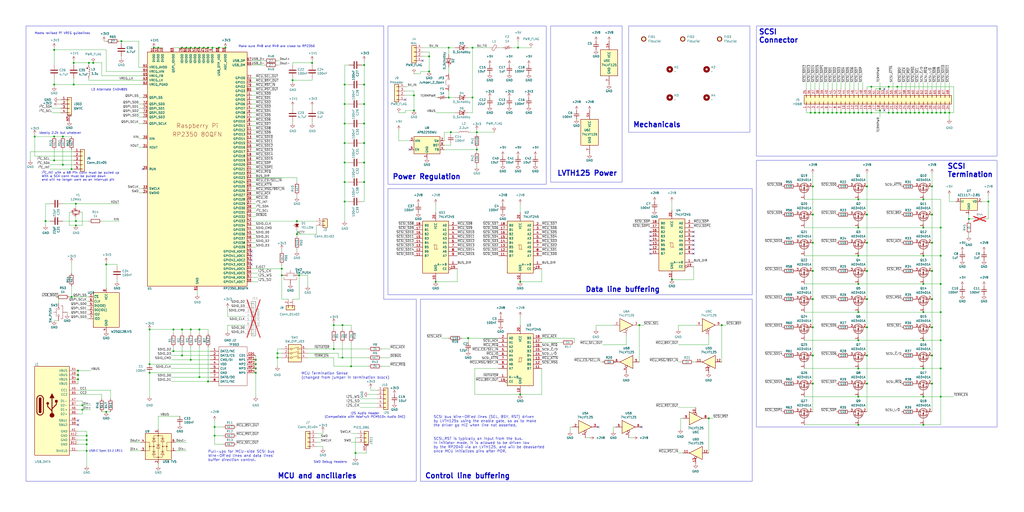
<source format=kicad_sch>
(kicad_sch (version 20250114) (generator "eeschema") (generator_version "9.0")
  (paper "User" 599.999 299.999)
  (title_block (title "ZuluSCSI Ultra Wide OSHW") (date "2026-01-08") (rev "2026a") (comment 1 "Originally Drawn by; George Rudolf Mezzomo") (comment 2 "Derived from GBSCSI model 2, HD68W header, 3.5\" form factor compatible, discrete RP2350"))
  (rectangle (start 443.23 93.98) (end 584.2 250.19))
  (rectangle (start 368.3 15.24) (end 439.42 77.47))
  (rectangle (start 322.58 15.24) (end 364.49 106.68))
  (rectangle (start 443.23 15.24) (end 584.2 91.44))
  (rectangle (start 227.33 15.24) (end 320.04 107.95))
  (text "Pull-ups for MCU-side SCSI bus\nWire-OR'ed lines and data lines'\nbuffer direction control." (at 121.92 270.51 0) (effects (font (size 1.524 1.524)) (justify left bottom)))
  (text "Meets revised Pi VREG guidelines" (at 20.32 20.32 0) (effects (font (size 1.27 1.27)) (justify left bottom)))
  (text "MCU and ancillaries" (at 162.56 280.67 0) (effects (font (size 3 3) (thickness 0.6) (bold yes)) (justify left bottom)))
  (text "SCSI_RST is typically an input from the bus.\nIn initiator mode, it is allowed to be driven low\nby the RP2040 via an LVTH125, and will be deasserted\nonce MCU initializes pins after POR." (at 254 265.43 0) (effects (font (size 1.524 1.524)) (justify left bottom)))
  (text "Data line buffering" (at 342.9 171.45 0) (effects (font (size 3 3) (thickness 0.6) (bold yes)) (justify left bottom)))
  (text "LVTH125 Power" (at 326.39 103.378 0) (effects (font (size 3 3) (thickness 0.6) (bold yes)) (justify left bottom)))
  (text "I2S Audio Header\n(Compatiable with AdaFruit PCM510x Audio DAC)" (at 213.868 243.332 0) (effects (font (size 1.27 1.27))))
  (text "Power Regulation" (at 229.87 105.41 0) (effects (font (size 3 3) (thickness 0.6) (bold yes)) (justify left bottom)))
  (text "SCSI\nConnector\n" (at 444.5 25.4 0) (effects (font (size 3 3) (thickness 0.6) (bold yes)) (justify left bottom)))
  (text "L3 Alternate C404805" (at 53.34 53.34 0) (effects (font (size 1.27 1.27)) (justify left bottom)))
  (text "I²C_INT with a 68 Pin conn must be pulled up\nWith a SCA conn must be pulled down\nand will no longer work as an Interrupt pin" (at 24.384 106.172 0) (effects (font (size 1.27 1.27)) (justify left bottom)))
  (text "USB-C Spec §3.2.1¶11" (at 52.07 265.43 0) (effects (font (size 1.27 1.27)) (justify left bottom)))
  (text "Mechanicals" (at 370.84 74.93 0) (effects (font (size 3 3) (thickness 0.6) (bold yes)) (justify left bottom)))
  (text "SWD Debug Headers" (at 193.548 270.764 0) (effects (font (size 1.27 1.27))))
  (text "Ideally 2.2k but whatever" (at 22.86 78.74 0) (effects (font (size 1.27 1.27)) (justify left bottom)))
  (text "MCU Termination Sense\n(changed from jumper in termination block)" (at 176.53 222.25 0) (effects (font (size 1.524 1.524)) (justify left bottom)))
  (text "Control line buffering" (at 248.92 280.67 0) (effects (font (size 3 3) (thickness 0.6) (bold yes)) (justify left bottom)))
  (text "SCSI bus Wire-OR'ed lines (SEL, BSY, RST) driven\nby LVTH125s using the enable gate, so as to make\nthe driver go HiZ when line not asserted." (at 254 250.19 0) (effects (font (size 1.524 1.524)) (justify left bottom)))
  (text "Make sure R48 and R49 are close to RP2350" (at 139.7 27.94 0) (effects (font (size 1.27 1.27)) (justify left bottom)))
  (text "SCSI\nTermination" (at 554.99 104.14 0) (effects (font (size 3 3) (thickness 0.6) (bold yes)) (justify left bottom)))
  (junction (at 109.22 27.94))
  (junction (at 541.02 182.88))
  (junction (at 490.22 66.04))
  (junction (at 415.29 245.11))
  (junction (at 101.6 205.74))
  (junction (at 162.56 209.55))
  (junction (at 520.7 66.04))
  (junction (at 106.68 193.04))
  (junction (at 201.93 106.68))
  (junction (at 528.32 66.04))
  (junction (at 474.98 66.04))
  (junction (at 276.86 27.94))
  (junction (at 62.23 241.3))
  (junction (at 262.89 57.15))
  (junction (at 546.1 191.77))
  (junction (at 476.25 125.73))
  (junction (at 201.93 83.82))
  (junction (at 242.57 55.88))
  (junction (at 106.68 208.28))
  (junction (at 502.92 215.9))
  (junction (at 36.83 96.52))
  (junction (at 535.94 66.04))
  (junction (at 546.1 224.79))
  (junction (at 502.92 199.39))
  (junction (at 482.6 66.04))
  (junction (at 50.8 257.81))
  (junction (at 477.52 66.04))
  (junction (at 480.06 66.04))
  (junction (at 121.92 223.52))
  (junction (at 201.93 72.39))
  (junction (at 505.46 66.04))
  (junction (at 213.36 106.68))
  (junction (at 476.25 142.24))
  (junction (at 476.25 224.79))
  (junction (at 485.14 66.04))
  (junction (at 541.02 66.04))
  (junction (at 476.25 175.26))
  (junction (at 515.62 52.07))
  (junction (at 175.26 161.29))
  (junction (at 279.4 87.63))
  (junction (at 182.88 36.83))
  (junction (at 303.53 27.94))
  (junction (at 541.02 232.41))
  (junction (at 502.92 66.04))
  (junction (at 553.72 66.04))
  (junction (at 495.3 66.04))
  (junction (at 44.45 119.38))
  (junction (at 165.1 157.48))
  (junction (at 508 191.77))
  (junction (at 502.92 166.37))
  (junction (at 50.8 260.35))
  (junction (at 476.25 191.77))
  (junction (at 201.93 60.96))
  (junction (at 551.18 232.41))
  (junction (at 213.36 83.82))
  (junction (at 538.48 66.04))
  (junction (at 543.56 66.04))
  (junction (at 213.36 38.1))
  (junction (at 508 175.26))
  (junction (at 541.02 166.37))
  (junction (at 551.18 166.37))
  (junction (at 45.72 222.25))
  (junction (at 195.58 204.47))
  (junction (at 374.65 190.5))
  (junction (at 111.76 210.82))
  (junction (at 492.76 66.04))
  (junction (at 71.12 24.13))
  (junction (at 546.1 175.26))
  (junction (at 92.71 27.94))
  (junction (at 87.63 218.44))
  (junction (at 508 224.79))
  (junction (at 149.86 215.9))
  (junction (at 20.32 80.01))
  (junction (at 551.18 66.04))
  (junction (at 213.36 72.39))
  (junction (at 546.1 125.73))
  (junction (at 101.6 193.04))
  (junction (at 500.38 66.04))
  (junction (at 125.73 255.27))
  (junction (at 551.18 199.39))
  (junction (at 556.26 66.04))
  (junction (at 45.72 219.71))
  (junction (at 497.84 66.04))
  (junction (at 546.1 109.22))
  (junction (at 41.91 99.06))
  (junction (at 149.86 213.36))
  (junction (at 48.26 240.03) (diameter 0.9144))
  (junction (at 43.18 49.53))
  (junction (at 508 109.22))
  (junction (at 173.99 129.54))
  (junction (at 508 208.28))
  (junction (at 546.1 208.28))
  (junction (at 50.8 255.27))
  (junction (at 523.24 66.04))
  (junction (at 541.02 215.9))
  (junction (at 508 66.04))
  (junction (at 510.54 50.8))
  (junction (at 508 125.73))
  (junction (at 50.8 264.16))
  (junction (at 276.86 57.15))
  (junction (at 31.75 80.01))
  (junction (at 132.08 27.94))
  (junction (at 579.12 118.11))
  (junction (at 173.99 137.16))
  (junction (at 44.45 129.54))
  (junction (at 149.86 210.82))
  (junction (at 125.73 250.19))
  (junction (at 541.02 149.86))
  (junction (at 476.25 208.28))
  (junction (at 149.86 218.44))
  (junction (at 533.4 66.04))
  (junction (at 304.8 165.1))
  (junction (at 255.27 165.1))
  (junction (at 502.92 133.35))
  (junction (at 45.72 217.17))
  (junction (at 201.93 49.53))
  (junction (at 541.02 248.92))
  (junction (at 213.36 95.25))
  (junction (at 213.36 49.53))
  (junction (at 41.91 173.99))
  (junction (at 551.18 182.88))
  (junction (at 502.92 232.41))
  (junction (at 242.57 64.77))
  (junction (at 476.25 109.22))
  (junction (at 274.32 198.12))
  (junction (at 44.45 132.08))
  (junction (at 541.02 199.39))
  (junction (at 510.54 66.04))
  (junction (at 502.92 149.86))
  (junction (at 502.92 182.88))
  (junction (at 195.58 190.5))
  (junction (at 43.18 36.83))
  (junction (at 121.92 27.94))
  (junction (at 201.93 95.25))
  (junction (at 251.46 33.02))
  (junction (at 90.17 27.94))
  (junction (at 476.25 158.75))
  (junction (at 205.74 214.63))
  (junction (at 124.46 27.94))
  (junction (at 111.76 193.04))
  (junction (at 508 142.24))
  (junction (at 262.89 27.94))
  (junction (at 525.78 50.8))
  (junction (at 546.1 66.04))
  (junction (at 31.75 49.53))
  (junction (at 546.1 142.24))
  (junction (at 114.3 27.94))
  (junction (at 201.93 118.11))
  (junction (at 200.66 190.5))
  (junction (at 304.8 231.14))
  (junction (at 119.38 27.94))
  (junction (at 116.84 27.94))
  (junction (at 264.16 77.47))
  (junction (at 551.18 149.86))
  (junction (at 487.68 66.04))
  (junction (at 567.69 128.27))
  (junction (at 62.23 154.94))
  (junction (at 520.7 50.8))
  (junction (at 116.84 193.04))
  (junction (at 422.91 190.5))
  (junction (at 52.07 36.83))
  (junction (at 171.45 46.99))
  (junction (at 551.18 215.9))
  (junction (at 530.86 66.04))
  (junction (at 548.64 66.04))
  (junction (at 106.68 27.94))
  (junction (at 551.18 133.35))
  (junction (at 502.92 116.84))
  (junction (at 26.67 129.54))
  (junction (at 162.56 207.01))
  (junction (at 116.84 220.98))
  (junction (at 393.7 163.83))
  (junction (at 87.63 213.36))
  (junction (at 502.92 248.92))
  (junction (at 111.76 27.94))
  (junction (at 541.02 116.84))
  (junction (at 546.1 158.75))
  (junction (at 279.4 77.47))
  (junction (at 36.83 80.01))
  (junction (at 251.46 41.91))
  (junction (at 525.78 66.04))
  (junction (at 213.36 60.96))
  (junction (at 54.61 36.83))
  (junction (at 200.66 209.55))
  (junction (at 541.02 133.35))
  (junction (at 48.26 237.49) (diameter 0.9144))
  (junction (at 87.63 193.04))
  (junction (at 165.1 161.29))
  (junction (at 208.28 265.43))
  (junction (at 508 158.75))
  (junction (at 128.27 27.94))
  (junction (at 515.62 64.77))
  (junction (at 31.75 29.21))
  (junction (at 31.75 93.98))
  (no_connect (at 406.4 143.51))
  (no_connect (at 381 140.97))
  (no_connect (at 518.16 52.07))
  (no_connect (at 83.82 99.06))
  (no_connect (at 381 138.43))
  (no_connect (at 45.72 248.92))
  (no_connect (at 237.49 58.42))
  (no_connect (at 381 146.05))
  (no_connect (at 375.92 250.19))
  (no_connect (at 518.16 64.77))
  (no_connect (at 406.4 135.89))
  (no_connect (at 406.4 146.05))
  (no_connect (at 406.4 148.59))
  (no_connect (at 381 135.89))
  (no_connect (at 381 148.59))
  (no_connect (at 350.52 250.19))
  (no_connect (at 406.4 140.97))
  (no_connect (at 247.65 35.56))
  (no_connect (at 240.03 87.63))
  (no_connect (at 147.32 154.94))
  (no_connect (at 381 143.51))
  (no_connect (at 147.32 147.32))
  (no_connect (at 147.32 152.4))
  (no_connect (at 45.72 246.38))
  (no_connect (at 406.4 138.43))
  (no_connect (at 147.32 149.86))
  (wire (pts (xy 185.42 261.62) (xy 189.23 261.62)))
  (wire (pts (xy 149.86 60.96) (xy 147.32 60.96)))
  (wire (pts (xy 204.47 106.68) (xy 201.93 106.68)))
  (wire (pts (xy 208.28 265.43) (xy 208.28 267.97)))
  (wire (pts (xy 201.93 95.25) (xy 201.93 106.68)))
  (wire (pts (xy 497.84 66.04) (xy 500.38 66.04)))
  (wire (pts (xy 500.38 66.04) (xy 500.38 64.77)))
  (wire (pts (xy 476.25 125.73) (xy 476.25 142.24)))
  (wire (pts (xy 36.83 87.63) (xy 36.83 96.52)))
  (wire (pts (xy 551.18 149.86) (xy 551.18 166.37)))
  (wire (pts (xy 149.86 50.8) (xy 147.32 50.8)))
  (wire (pts (xy 26.67 129.54) (xy 26.67 132.08)))
  (wire (pts (xy 279.4 76.2) (xy 279.4 77.47)))
  (wire (pts (xy 87.63 193.04) (xy 101.6 193.04)))
  (wire (pts (xy 535.94 66.04) (xy 538.48 66.04)))
  (wire (pts (xy 62.23 41.91) (xy 83.82 41.91)))
  (wire (pts (xy 195.58 204.47) (xy 215.9 204.47)))
  (wire (pts (xy 81.28 24.13) (xy 81.28 39.37)))
  (wire (pts (xy 41.91 153.67) (xy 41.91 160.02)))
  (wire (pts (xy 201.93 118.11) (xy 201.93 129.54)))
  (wire (pts (xy 105.41 243.84) (xy 92.71 243.84)))
  (wire (pts (xy 149.86 132.08) (xy 147.32 132.08)))
  (wire (pts (xy 83.82 72.39) (xy 81.28 72.39)))
  (wire (pts (xy 546.1 142.24) (xy 546.1 158.75)))
  (wire (pts (xy 106.68 193.04) (xy 101.6 193.04)))
  (wire (pts (xy 246.38 41.91) (xy 251.46 41.91)))
  (wire (pts (xy 90.17 27.94) (xy 92.71 27.94)))
  (wire (pts (xy 274.32 198.12) (xy 292.1 198.12)))
  (wire (pts (xy 278.13 215.9) (xy 278.13 231.14)))
  (wire (pts (xy 100.33 208.28) (xy 106.68 208.28)))
  (wire (pts (xy 495.3 66.04) (xy 497.84 66.04)))
  (wire (pts (xy 210.82 233.68) (xy 220.98 233.68)))
  (wire (pts (xy 100.33 220.98) (xy 116.84 220.98)))
  (wire (pts (xy 50.8 260.35) (xy 50.8 264.16)))
  (wire (pts (xy 123.19 218.44) (xy 87.63 218.44)))
  (wire (pts (xy 201.93 83.82) (xy 201.93 72.39)))
  (wire (pts (xy 500.38 48.26) (xy 500.38 52.07)))
  (wire (pts (xy 147.32 35.56) (xy 154.94 35.56)))
  (wire (pts (xy 130.81 255.27) (xy 125.73 255.27)))
  (wire (pts (xy 480.06 48.26) (xy 480.06 52.07)))
  (wire (pts (xy 553.72 66.04) (xy 556.26 66.04)))
  (wire (pts (xy 397.51 212.09) (xy 398.78 212.09)))
  (polyline (pts (xy 243.84 281.94) (xy 243.84 175.26)))
  (wire (pts (xy 62.23 154.94) (xy 62.23 168.91)))
  (wire (pts (xy 43.18 88.9) (xy 17.78 88.9)))
  (wire (pts (xy 505.46 66.04) (xy 508 66.04)))
  (wire (pts (xy 317.5 231.14) (xy 317.5 215.9)))
  (wire (pts (xy 46.99 124.46) (xy 48.26 124.46)))
  (wire (pts (xy 502.92 248.92) (xy 541.02 248.92)))
  (wire (pts (xy 223.52 214.63) (xy 228.6 214.63)))
  (wire (pts (xy 546.1 208.28) (xy 546.1 224.79)))
  (polyline (pts (xy 440.69 281.94) (xy 440.69 175.26)))
  (wire (pts (xy 162.56 209.55) (xy 165.1 209.55)))
  (wire (pts (xy 213.36 83.82) (xy 213.36 95.25)))
  (wire (pts (xy 111.76 193.04) (xy 106.68 193.04)))
  (wire (pts (xy 34.29 60.96) (xy 35.56 60.96)))
  (wire (pts (xy 165.1 146.05) (xy 165.1 147.32)))
  (wire (pts (xy 233.68 66.04) (xy 237.49 66.04)))
  (wire (pts (xy 477.52 66.04) (xy 480.06 66.04)))
  (wire (pts (xy 262.89 39.37) (xy 262.89 43.18)))
  (wire (pts (xy 304.8 185.42) (xy 304.8 190.5)))
  (wire (pts (xy 377.19 190.5) (xy 374.65 190.5)))
  (wire (pts (xy 36.83 119.38) (xy 44.45 119.38)))
  (wire (pts (xy 276.86 66.04) (xy 274.32 66.04)))
  (wire (pts (xy 508 158.75) (xy 508 175.26)))
  (wire (pts (xy 200.66 190.5) (xy 200.66 193.04)))
  (polyline (pts (xy 224.79 175.26) (xy 224.79 15.24)))
  (wire (pts (xy 109.22 264.16) (xy 102.87 264.16)))
  (wire (pts (xy 482.6 66.04) (xy 485.14 66.04)))
  (wire (pts (xy 502.92 182.88) (xy 541.02 182.88)))
  (wire (pts (xy 533.4 66.04) (xy 535.94 66.04)))
  (wire (pts (xy 538.48 66.04) (xy 538.48 64.77)))
  (wire (pts (xy 180.34 207.01) (xy 198.12 207.01)))
  (wire (pts (xy 247.65 33.02) (xy 251.46 33.02)))
  (wire (pts (xy 567.69 137.16) (xy 567.69 138.43)))
  (wire (pts (xy 43.18 36.83) (xy 52.07 36.83)))
  (wire (pts (xy 171.45 36.83) (xy 182.88 36.83)))
  (wire (pts (xy 548.64 66.04) (xy 551.18 66.04)))
  (wire (pts (xy 551.18 166.37) (xy 551.18 182.88)))
  (wire (pts (xy 147.32 157.48) (xy 165.1 157.48)))
  (wire (pts (xy 508 66.04) (xy 508 64.77)))
  (wire (pts (xy 368.3 256.54) (xy 370.84 256.54)))
  (wire (pts (xy 173.99 134.62) (xy 173.99 137.16)))
  (wire (pts (xy 149.86 63.5) (xy 147.32 63.5)))
  (wire (pts (xy 81.28 63.5) (xy 83.82 63.5)))
  (wire (pts (xy 109.22 259.08) (xy 102.87 259.08)))
  (wire (pts (xy 162.56 209.55) (xy 162.56 214.63)))
  (wire (pts (xy 171.45 71.12) (xy 171.45 72.39)))
  (wire (pts (xy 546.1 66.04) (xy 546.1 64.77)))
  (wire (pts (xy 205.74 254) (xy 209.55 254)))
  (wire (pts (xy 100.33 210.82) (xy 111.76 210.82)))
  (wire (pts (xy 541.02 199.39) (xy 551.18 199.39)))
  (wire (pts (xy 267.97 165.1) (xy 255.27 165.1)))
  (wire (pts (xy 180.34 161.29) (xy 180.34 167.64)))
  (wire (pts (xy 198.12 207.01) (xy 198.12 209.55)))
  (wire (pts (xy 83.82 57.15) (xy 81.28 57.15)))
  (wire (pts (xy 133.35 194.31) (xy 133.35 190.5)))
  (wire (pts (xy 29.21 119.38) (xy 26.67 119.38)))
  (wire (pts (xy 173.99 137.16) (xy 173.99 138.43)))
  (wire (pts (xy 237.49 66.04) (xy 237.49 64.77)))
  (wire (pts (xy 121.92 193.04) (xy 121.92 195.58)))
  (wire (pts (xy 477.52 48.26) (xy 477.52 52.07)))
  (wire (pts (xy 149.86 81.28) (xy 147.32 81.28)))
  (wire (pts (xy 111.76 210.82) (xy 123.19 210.82)))
  (wire (pts (xy 189.23 254) (xy 189.23 252.73)))
  (wire (pts (xy 575.31 118.11) (xy 579.12 118.11)))
  (wire (pts (xy 471.17 248.92) (xy 502.92 248.92)))
  (wire (pts (xy 471.17 232.41) (xy 502.92 232.41)))
  (wire (pts (xy 162.56 207.01) (xy 162.56 209.55)))
  (wire (pts (xy 393.7 118.11) (xy 393.7 123.19)))
  (wire (pts (xy 317.5 198.12) (xy 336.55 198.12)))
  (wire (pts (xy 471.17 199.39) (xy 502.92 199.39)))
  (wire (pts (xy 515.62 68.58) (xy 515.62 64.77)))
  (wire (pts (xy 182.88 46.99) (xy 182.88 45.72)))
  (wire (pts (xy 125.73 255.27) (xy 125.73 250.19)))
  (wire (pts (xy 36.83 96.52) (xy 43.18 96.52)))
  (wire (pts (xy 43.18 45.72) (xy 43.18 49.53)))
  (wire (pts (xy 149.86 106.68) (xy 147.32 106.68)))
  (wire (pts (xy 41.91 167.64) (xy 41.91 173.99)))
  (wire (pts (xy 264.16 77.47) (xy 264.16 78.74)))
  (wire (pts (xy 149.86 142.24) (xy 147.32 142.24)))
  (wire (pts (xy 508 191.77) (xy 508 208.28)))
  (wire (pts (xy 240.03 82.55) (xy 233.68 82.55)))
  (wire (pts (xy 397.51 201.93) (xy 415.29 201.93)))
  (wire (pts (xy 64.77 228.6) (xy 45.72 228.6)))
  (wire (pts (xy 29.21 96.52) (xy 36.83 96.52)))
  (polyline (pts (xy 440.69 110.49) (xy 227.33 110.49)))
  (wire (pts (xy 213.36 49.53) (xy 213.36 60.96)))
  (wire (pts (xy 128.27 27.94) (xy 132.08 27.94)))
  (wire (pts (xy 71.12 24.13) (xy 71.12 25.4)))
  (wire (pts (xy 556.26 48.26) (xy 556.26 52.07)))
  (wire (pts (xy 173.99 137.16) (xy 185.42 137.16)))
  (wire (pts (xy 242.57 43.18) (xy 246.38 43.18)))
  (wire (pts (xy 101.6 205.74) (xy 123.19 205.74)))
  (wire (pts (xy 48.26 240.03) (xy 48.26 242.57)))
  (wire (pts (xy 173.99 129.54) (xy 185.42 129.54)))
  (wire (pts (xy 92.71 243.84) (xy 92.71 251.46)))
  (wire (pts (xy 247.65 27.94) (xy 262.89 27.94)))
  (wire (pts (xy 482.6 66.04) (xy 482.6 64.77)))
  (wire (pts (xy 45.72 234.95) (xy 48.26 234.95)))
  (wire (pts (xy 289.56 77.47) (xy 279.4 77.47)))
  (wire (pts (xy 551.18 66.04) (xy 553.72 66.04)))
  (wire (pts (xy 292.1 27.94) (xy 294.64 27.94)))
  (wire (pts (xy 359.41 252.73) (xy 359.41 250.19)))
  (wire (pts (xy 246.38 43.18) (xy 246.38 41.91)))
  (wire (pts (xy 487.68 66.04) (xy 490.22 66.04)))
  (wire (pts (xy 149.86 55.88) (xy 147.32 55.88)))
  (wire (pts (xy 398.78 245.11) (xy 398.78 251.46)))
  (wire (pts (xy 287.02 27.94) (xy 276.86 27.94)))
  (wire (pts (xy 264.16 77.47) (xy 267.97 77.47)))
  (wire (pts (xy 36.83 80.01) (xy 41.91 80.01)))
  (wire (pts (xy 276.86 27.94) (xy 276.86 57.15)))
  (wire (pts (xy 570.23 128.27) (xy 567.69 128.27)))
  (wire (pts (xy 175.26 175.26) (xy 171.45 175.26)))
  (wire (pts (xy 116.84 27.94) (xy 119.38 27.94)))
  (wire (pts (xy 535.94 66.04) (xy 535.94 64.77)))
  (wire (pts (xy 275.59 77.47) (xy 279.4 77.47)))
  (wire (pts (xy 52.07 181.61) (xy 50.8 181.61)))
  (wire (pts (xy 204.47 83.82) (xy 201.93 83.82)))
  (wire (pts (xy 558.8 50.8) (xy 558.8 66.04)))
  (wire (pts (xy 214.63 265.43) (xy 208.28 265.43)))
  (wire (pts (xy 311.15 27.94) (xy 303.53 27.94)))
  (wire (pts (xy 487.68 48.26) (xy 487.68 52.07)))
  (wire (pts (xy 515.62 64.77) (xy 513.08 64.77)))
  (wire (pts (xy 171.45 38.1) (xy 171.45 36.83)))
  (wire (pts (xy 397.51 265.43) (xy 400.05 265.43)))
  (wire (pts (xy 147.32 129.54) (xy 173.99 129.54)))
  (wire (pts (xy 260.35 87.63) (xy 279.4 87.63)))
  (wire (pts (xy 541.02 48.26) (xy 541.02 52.07)))
  (wire (pts (xy 513.08 52.07) (xy 515.62 52.07)))
  (wire (pts (xy 36.83 129.54) (xy 44.45 129.54)))
  (wire (pts (xy 106.68 203.2) (xy 106.68 208.28)))
  (wire (pts (xy 228.6 209.55) (xy 223.52 209.55)))
  (wire (pts (xy 111.76 27.94) (xy 114.3 27.94)))
  (wire (pts (xy 215.9 231.14) (xy 220.98 231.14)))
  (wire (pts (xy 546.1 175.26) (xy 546.1 191.77)))
  (wire (pts (xy 149.86 96.52) (xy 147.32 96.52)))
  (wire (pts (xy 149.86 101.6) (xy 147.32 101.6)))
  (wire (pts (xy 87.63 213.36) (xy 87.63 193.04)))
  (wire (pts (xy 100.33 205.74) (xy 101.6 205.74)))
  (wire (pts (xy 471.17 166.37) (xy 502.92 166.37)))
  (wire (pts (xy 212.09 72.39) (xy 213.36 72.39)))
  (wire (pts (xy 270.51 198.12) (xy 274.32 198.12)))
  (wire (pts (xy 476.25 224.79) (xy 476.25 241.3)))
  (wire (pts (xy 415.29 245.11) (xy 415.29 265.43)))
  (wire (pts (xy 213.36 35.56) (xy 213.36 38.1)))
  (wire (pts (xy 541.02 232.41) (xy 551.18 232.41)))
  (wire (pts (xy 474.98 48.26) (xy 474.98 52.07)))
  (wire (pts (xy 100.33 215.9) (xy 123.19 215.9)))
  (wire (pts (xy 48.26 242.57) (xy 45.72 242.57)))
  (wire (pts (xy 502.92 199.39) (xy 541.02 199.39)))
  (wire (pts (xy 541.02 182.88) (xy 551.18 182.88)))
  (wire (pts (xy 520.7 50.8) (xy 510.54 50.8)))
  (wire (pts (xy 149.86 83.82) (xy 147.32 83.82)))
  (wire (pts (xy 44.45 129.54) (xy 52.07 129.54)))
  (polyline (pts (xy 15.24 15.24) (xy 224.79 15.24)))
  (wire (pts (xy 162.56 35.56) (xy 163.83 35.56)))
  (wire (pts (xy 50.8 257.81) (xy 50.8 260.35)))
  (wire (pts (xy 523.24 66.04) (xy 523.24 64.77)))
  (wire (pts (xy 149.86 127) (xy 147.32 127)))
  (wire (pts (xy 560.07 118.11) (xy 556.26 118.11)))
  (wire (pts (xy 349.25 190.5) (xy 349.25 193.04)))
  (wire (pts (xy 276.86 57.15) (xy 274.32 57.15)))
  (wire (pts (xy 111.76 203.2) (xy 111.76 210.82)))
  (wire (pts (xy 471.17 133.35) (xy 502.92 133.35)))
  (wire (pts (xy 41.91 87.63) (xy 41.91 99.06)))
  (wire (pts (xy 500.38 66.04) (xy 502.92 66.04)))
  (wire (pts (xy 523.24 48.26) (xy 523.24 52.07)))
  (wire (pts (xy 173.99 146.05) (xy 173.99 147.32)))
  (polyline (pts (xy 440.69 172.72) (xy 440.69 110.49)))
  (polyline (pts (xy 246.38 175.26) (xy 440.69 175.26)))
  (wire (pts (xy 100.33 223.52) (xy 121.92 223.52)))
  (wire (pts (xy 149.86 109.22) (xy 147.32 109.22)))
  (wire (pts (xy 359.41 250.19) (xy 360.68 250.19)))
  (wire (pts (xy 165.1 204.47) (xy 162.56 204.47)))
  (wire (pts (xy 255.27 66.04) (xy 266.7 66.04)))
  (wire (pts (xy 45.72 224.79) (xy 45.72 222.25)))
  (polyline (pts (xy 227.33 110.49) (xy 227.33 172.72)))
  (wire (pts (xy 279.4 96.52) (xy 279.4 97.79)))
  (wire (pts (xy 497.84 66.04) (xy 497.84 64.77)))
  (wire (pts (xy 101.6 203.2) (xy 101.6 205.74)))
  (wire (pts (xy 541.02 215.9) (xy 551.18 215.9)))
  (wire (pts (xy 502.92 66.04) (xy 505.46 66.04)))
  (wire (pts (xy 50.8 264.16) (xy 50.8 273.05)))
  (wire (pts (xy 151.13 165.1) (xy 147.32 165.1)))
  (wire (pts (xy 508 208.28) (xy 508 224.79)))
  (wire (pts (xy 149.86 121.92) (xy 147.32 121.92)))
  (wire (pts (xy 205.74 214.63) (xy 195.58 214.63)))
  (wire (pts (xy 50.8 252.73) (xy 50.8 255.27)))
  (wire (pts (xy 210.82 238.76) (xy 220.98 238.76)))
  (wire (pts (xy 274.32 27.94) (xy 276.86 27.94)))
  (wire (pts (xy 44.45 119.38) (xy 44.45 121.92)))
  (wire (pts (xy 541.02 248.92) (xy 551.18 248.92)))
  (wire (pts (xy 279.4 87.63) (xy 279.4 88.9)))
  (wire (pts (xy 45.72 252.73) (xy 50.8 252.73)))
  (wire (pts (xy 508 125.73) (xy 508 142.24)))
  (wire (pts (xy 149.86 91.44) (xy 147.32 91.44)))
  (wire (pts (xy 349.25 190.5) (xy 359.41 190.5)))
  (wire (pts (xy 242.57 55.88) (xy 242.57 64.77)))
  (wire (pts (xy 274.32 200.66) (xy 274.32 198.12)))
  (wire (pts (xy 505.46 48.26) (xy 505.46 52.07)))
  (wire (pts (xy 233.68 82.55) (xy 233.68 76.2)))
  (wire (pts (xy 487.68 66.04) (xy 487.68 64.77)))
  (wire (pts (xy 82.55 264.16) (xy 76.2 264.16)))
  (wire (pts (xy 553.72 66.04) (xy 553.72 64.77)))
  (wire (pts (xy 31.75 87.63) (xy 31.75 93.98)))
  (wire (pts (xy 210.82 236.22) (xy 220.98 236.22)))
  (wire (pts (xy 48.26 124.46) (xy 48.26 132.08)))
  (wire (pts (xy 82.55 259.08) (xy 76.2 259.08)))
  (wire (pts (xy 64.77 233.68) (xy 64.77 228.6)))
  (wire (pts (xy 182.88 71.12) (xy 182.88 72.39)))
  (wire (pts (xy 406.4 212.09) (xy 407.67 212.09)))
  (wire (pts (xy 149.86 111.76) (xy 147.32 111.76)))
  (wire (pts (xy 20.32 80.01) (xy 31.75 80.01)))
  (wire (pts (xy 541.02 133.35) (xy 551.18 133.35)))
  (wire (pts (xy 149.86 99.06) (xy 147.32 99.06)))
  (wire (pts (xy 264.16 77.47) (xy 260.35 77.47)))
  (wire (pts (xy 121.92 27.94) (xy 124.46 27.94)))
  (wire (pts (xy 260.35 85.09) (xy 264.16 85.09)))
  (wire (pts (xy 334.01 252.73) (xy 334.01 250.19)))
  (wire (pts (xy 20.32 80.01) (xy 20.32 91.44)))
  (wire (pts (xy 205.74 190.5) (xy 205.74 193.04)))
  (wire (pts (xy 81.28 60.96) (xy 83.82 60.96)))
  (wire (pts (xy 278.13 231.14) (xy 304.8 231.14)))
  (wire (pts (xy 502.92 166.37) (xy 541.02 166.37)))
  (wire (pts (xy 71.12 34.29) (xy 71.12 33.02)))
  (wire (pts (xy 171.45 46.99) (xy 182.88 46.99)))
  (wire (pts (xy 62.23 153.67) (xy 62.23 154.94)))
  (wire (pts (xy 543.56 66.04) (xy 546.1 66.04)))
  (wire (pts (xy 149.86 48.26) (xy 147.32 48.26)))
  (wire (pts (xy 205.74 200.66) (xy 205.74 214.63)))
  (wire (pts (xy 251.46 33.02) (xy 251.46 41.91)))
  (wire (pts (xy 116.84 193.04) (xy 121.92 193.04)))
  (wire (pts (xy 149.86 215.9) (xy 149.86 218.44)))
  (wire (pts (xy 149.86 119.38) (xy 147.32 119.38)))
  (wire (pts (xy 237.49 53.34) (xy 242.57 53.34)))
  (wire (pts (xy 242.57 53.34) (xy 242.57 55.88)))
  (wire (pts (xy 195.58 189.23) (xy 195.58 190.5)))
  (wire (pts (xy 48.26 237.49) (xy 45.72 237.49)))
  (wire (pts (xy 260.35 77.47) (xy 260.35 82.55)))
  (wire (pts (xy 551.18 232.41) (xy 558.8 232.41)))
  (wire (pts (xy 422.91 190.5) (xy 422.91 212.09)))
  (wire (pts (xy 180.34 209.55) (xy 195.58 209.55)))
  (wire (pts (xy 17.78 88.9) (xy 17.78 93.98)))
  (wire (pts (xy 212.09 106.68) (xy 213.36 106.68)))
  (wire (pts (xy 471.17 116.84) (xy 502.92 116.84)))
  (wire (pts (xy 111.76 193.04) (xy 116.84 193.04)))
  (wire (pts (xy 261.62 57.15) (xy 262.89 57.15)))
  (wire (pts (xy 292.1 215.9) (xy 278.13 215.9)))
  (wire (pts (xy 508 142.24) (xy 508 158.75)))
  (wire (pts (xy 92.71 271.78) (xy 92.71 273.05)))
  (wire (pts (xy 171.45 45.72) (xy 171.45 46.99)))
  (wire (pts (xy 472.44 66.04) (xy 472.44 64.77)))
  (wire (pts (xy 31.75 80.01) (xy 36.83 80.01)))
  (wire (pts (xy 62.23 241.3) (xy 59.69 241.3)))
  (wire (pts (xy 114.3 27.94) (xy 116.84 27.94)))
  (wire (pts (xy 299.72 27.94) (xy 303.53 27.94)))
  (wire (pts (xy 53.34 217.17) (xy 45.72 217.17)))
  (wire (pts (xy 180.34 204.47) (xy 195.58 204.47)))
  (wire (pts (xy 68.58 154.94) (xy 62.23 154.94)))
  (wire (pts (xy 149.86 73.66) (xy 147.32 73.66)))
  (wire (pts (xy 212.09 118.11) (xy 213.36 118.11)))
  (wire (pts (xy 490.22 48.26) (xy 490.22 52.07)))
  (wire (pts (xy 406.4 156.21) (xy 406.4 163.83)))
  (wire (pts (xy 83.82 110.49) (xy 81.28 110.49)))
  (wire (pts (xy 546.1 191.77) (xy 546.1 208.28)))
  (wire (pts (xy 45.72 260.35) (xy 50.8 260.35)))
  (wire (pts (xy 535.94 48.26) (xy 535.94 52.07)))
  (wire (pts (xy 130.81 260.35) (xy 125.73 260.35)))
  (wire (pts (xy 212.09 83.82) (xy 213.36 83.82)))
  (wire (pts (xy 567.69 128.27) (xy 567.69 125.73)))
  (wire (pts (xy 217.17 228.6) (xy 220.98 228.6)))
  (wire (pts (xy 476.25 101.6) (xy 476.25 109.22)))
  (wire (pts (xy 204.47 49.53) (xy 201.93 49.53)))
  (wire (pts (xy 204.47 60.96) (xy 201.93 60.96)))
  (wire (pts (xy 525.78 50.8) (xy 558.8 50.8)))
  (wire (pts (xy 195.58 190.5) (xy 200.66 190.5)))
  (wire (pts (xy 360.68 212.09) (xy 359.41 212.09)))
  (wire (pts (xy 83.82 113.03) (xy 81.28 113.03)))
  (wire (pts (xy 546.1 109.22) (xy 546.1 125.73)))
  (wire (pts (xy 482.6 48.26) (xy 482.6 52.07)))
  (wire (pts (xy 40.64 132.08) (xy 40.64 124.46)))
  (wire (pts (xy 508 224.79) (xy 508 241.3)))
  (wire (pts (xy 538.48 48.26) (xy 538.48 52.07)))
  (wire (pts (xy 259.08 198.12) (xy 262.89 198.12)))
  (wire (pts (xy 173.99 115.57) (xy 173.99 114.3)))
  (wire (pts (xy 262.89 57.15) (xy 266.7 57.15)))
  (wire (pts (xy 502.92 133.35) (xy 541.02 133.35)))
  (wire (pts (xy 237.49 64.77) (xy 242.57 64.77)))
  (wire (pts (xy 579.12 118.11) (xy 579.12 114.3)))
  (wire (pts (xy 149.86 88.9) (xy 147.32 88.9)))
  (wire (pts (xy 133.35 185.42) (xy 143.51 185.42)))
  (wire (pts (xy 39.37 184.15) (xy 39.37 182.88)))
  (wire (pts (xy 151.13 160.02) (xy 147.32 160.02)))
  (wire (pts (xy 165.1 161.29) (xy 165.1 175.26)))
  (wire (pts (xy 40.64 124.46) (xy 41.91 124.46)))
  (wire (pts (xy 52.07 36.83) (xy 52.07 38.1)))
  (wire (pts (xy 548.64 66.04) (xy 548.64 64.77)))
  (wire (pts (xy 497.84 48.26) (xy 497.84 52.07)))
  (wire (pts (xy 45.72 255.27) (xy 50.8 255.27)))
  (wire (pts (xy 185.42 132.08) (xy 185.42 137.16)))
  (wire (pts (xy 567.69 129.54) (xy 567.69 128.27)))
  (wire (pts (xy 149.86 58.42) (xy 147.32 58.42)))
  (wire (pts (xy 471.17 149.86) (xy 502.92 149.86)))
  (wire (pts (xy 149.86 71.12) (xy 147.32 71.12)))
  (wire (pts (xy 149.86 213.36) (xy 149.86 215.9)))
  (wire (pts (xy 528.32 66.04) (xy 530.86 66.04)))
  (wire (pts (xy 520.7 66.04) (xy 523.24 66.04)))
  (wire (pts (xy 200.66 200.66) (xy 200.66 209.55)))
  (wire (pts (xy 556.26 118.11) (xy 556.26 114.3)))
  (wire (pts (xy 116.84 193.04) (xy 116.84 195.58)))
  (wire (pts (xy 162.56 204.47) (xy 162.56 207.01)))
  (wire (pts (xy 213.36 38.1) (xy 213.36 49.53)))
  (wire (pts (xy 106.68 27.94) (xy 109.22 27.94)))
  (wire (pts (xy 215.9 214.63) (xy 205.74 214.63)))
  (polyline (pts (xy 246.38 175.26) (xy 246.38 281.94)))
  (wire (pts (xy 520.7 52.07) (xy 520.7 50.8)))
  (wire (pts (xy 508 101.6) (xy 508 109.22)))
  (wire (pts (xy 485.14 48.26) (xy 485.14 52.07)))
  (wire (pts (xy 45.72 264.16) (xy 50.8 264.16)))
  (wire (pts (xy 31.75 29.21) (xy 31.75 38.1)))
  (wire (pts (xy 116.84 203.2) (xy 116.84 220.98)))
  (wire (pts (xy 101.6 193.04) (xy 101.6 195.58)))
  (wire (pts (xy 212.09 49.53) (xy 213.36 49.53)))
  (wire (pts (xy 149.86 76.2) (xy 147.32 76.2)))
  (wire (pts (xy 31.75 49.53) (xy 43.18 49.53)))
  (wire (pts (xy 165.1 161.29) (xy 165.1 157.48)))
  (wire (pts (xy 149.86 208.28) (xy 149.86 210.82)))
  (wire (pts (xy 251.46 30.48) (xy 251.46 33.02)))
  (polyline (pts (xy 227.33 172.72) (xy 440.69 172.72)))
  (wire (pts (xy 130.81 250.19) (xy 125.73 250.19)))
  (wire (pts (xy 34.29 58.42) (xy 35.56 58.42)))
  (wire (pts (xy 149.86 144.78) (xy 147.32 144.78)))
  (wire (pts (xy 374.65 190.5) (xy 374.65 212.09)))
  (wire (pts (xy 101.6 27.94) (xy 106.68 27.94)))
  (wire (pts (xy 43.18 38.1) (xy 43.18 36.83)))
  (wire (pts (xy 476.25 142.24) (xy 476.25 158.75)))
  (wire (pts (xy 45.72 219.71) (xy 45.72 217.17)))
  (wire (pts (xy 528.32 66.04) (xy 528.32 64.77)))
  (wire (pts (xy 546.1 66.04) (xy 548.64 66.04)))
  (wire (pts (xy 213.36 72.39) (xy 213.36 83.82)))
  (wire (pts (xy 490.22 66.04) (xy 490.22 64.77)))
  (wire (pts (xy 508 66.04) (xy 510.54 66.04)))
  (wire (pts (xy 59.69 129.54) (xy 69.85 129.54)))
  (wire (pts (xy 304.8 231.14) (xy 317.5 231.14)))
  (wire (pts (xy 541.02 66.04) (xy 543.56 66.04)))
  (wire (pts (xy 485.14 66.04) (xy 485.14 64.77)))
  (wire (pts (xy 81.28 39.37) (xy 83.82 39.37)))
  (wire (pts (xy 541.02 149.86) (xy 551.18 149.86)))
  (wire (pts (xy 195.58 214.63) (xy 195.58 209.55)))
  (wire (pts (xy 520.7 66.04) (xy 520.7 64.77)))
  (wire (pts (xy 44.45 119.38) (xy 69.85 119.38)))
  (wire (pts (xy 476.25 208.28) (xy 476.25 224.79)))
  (wire (pts (xy 508 175.26) (xy 508 191.77)))
  (wire (pts (xy 397.51 190.5) (xy 397.51 193.04)))
  (wire (pts (xy 213.36 106.68) (xy 213.36 118.11)))
  (wire (pts (xy 149.86 86.36) (xy 147.32 86.36)))
  (wire (pts (xy 525.78 50.8) (xy 520.7 50.8)))
  (wire (pts (xy 255.27 57.15) (xy 256.54 57.15)))
  (wire (pts (xy 125.73 260.35) (xy 125.73 255.27)))
  (wire (pts (xy 198.12 209.55) (xy 200.66 209.55)))
  (wire (pts (xy 502.92 149.86) (xy 541.02 149.86)))
  (wire (pts (xy 303.53 27.94) (xy 303.53 24.13)))
  (wire (pts (xy 195.58 200.66) (xy 195.58 204.47)))
  (wire (pts (xy 334.01 250.19) (xy 335.28 250.19)))
  (wire (pts (xy 342.9 256.54) (xy 345.44 256.54)))
  (wire (pts (xy 510.54 66.04) (xy 510.54 64.77)))
  (wire (pts (xy 551.18 182.88) (xy 551.18 199.39)))
  (wire (pts (xy 417.83 245.11) (xy 415.29 245.11)))
  (wire (pts (xy 543.56 66.04) (xy 543.56 64.77)))
  (wire (pts (xy 425.45 190.5) (xy 422.91 190.5)))
  (wire (pts (xy 502.92 232.41) (xy 541.02 232.41)))
  (wire (pts (xy 551.18 215.9) (xy 551.18 232.41)))
  (wire (pts (xy 31.75 50.8) (xy 31.75 49.53)))
  (wire (pts (xy 30.48 66.04) (xy 35.56 66.04)))
  (polyline (pts (xy 243.84 175.26) (xy 224.79 175.26)))
  (wire (pts (xy 185.42 256.54) (xy 187.96 256.54)))
  (wire (pts (xy 397.51 238.76) (xy 407.67 238.76)))
  (wire (pts (xy 81.28 81.28) (xy 83.82 81.28)))
  (wire (pts (xy 125.73 246.38) (xy 125.73 250.19)))
  (wire (pts (xy 214.63 264.16) (xy 214.63 265.43)))
  (wire (pts (xy 262.89 53.34) (xy 262.89 57.15)))
  (wire (pts (xy 60.96 24.13) (xy 62.23 24.13)))
  (wire (pts (xy 336.55 200.66) (xy 336.55 198.12)))
  (wire (pts (xy 195.58 190.5) (xy 195.58 193.04)))
  (wire (pts (xy 508 50.8) (xy 508 52.07)))
  (wire (pts (xy 474.98 66.04) (xy 477.52 66.04)))
  (wire (pts (xy 149.86 218.44) (xy 149.86 232.41)))
  (wire (pts (xy 213.36 60.96) (xy 213.36 72.39)))
  (wire (pts (xy 189.23 261.62) (xy 189.23 262.89)))
  (polyline (pts (xy 15.24 281.94) (xy 243.84 281.94)))
  (wire (pts (xy 201.93 72.39) (xy 201.93 60.96)))
  (wire (pts (xy 204.47 118.11) (xy 201.93 118.11)))
  (wire (pts (xy 83.82 86.36) (xy 81.28 86.36)))
  (wire (pts (xy 43.18 49.53) (xy 83.82 49.53)))
  (wire (pts (xy 317.5 157.48) (xy 317.5 165.1)))
  (wire (pts (xy 68.58 163.83) (xy 68.58 165.1)))
  (wire (pts (xy 551.18 199.39) (xy 551.18 215.9)))
  (wire (pts (xy 31.75 93.98) (xy 43.18 93.98)))
  (wire (pts (xy 171.45 63.5) (xy 171.45 62.23)))
  (wire (pts (xy 476.25 158.75) (xy 476.25 175.26)))
  (wire (pts (xy 266.7 27.94) (xy 262.89 27.94)))
  (wire (pts (xy 279.4 86.36) (xy 279.4 87.63)))
  (wire (pts (xy 182.88 35.56) (xy 182.88 36.83)))
  (wire (pts (xy 579.12 128.27) (xy 579.12 118.11)))
  (wire (pts (xy 255.27 119.38) (xy 255.27 124.46)))
  (wire (pts (xy 525.78 66.04) (xy 528.32 66.04)))
  (wire (pts (xy 510.54 50.8) (xy 510.54 52.07)))
  (wire (pts (xy 52.07 46.99) (xy 52.07 45.72)))
  (wire (pts (xy 407.67 190.5) (xy 397.51 190.5)))
  (wire (pts (xy 551.18 232.41) (xy 551.18 248.92)))
  (wire (pts (xy 546.1 48.26) (xy 546.1 52.07)))
  (wire (pts (xy 237.49 55.88) (xy 242.57 55.88)))
  (wire (pts (xy 149.86 210.82) (xy 149.86 213.36)))
  (wire (pts (xy 502.92 66.04) (xy 502.92 64.77)))
  (wire (pts (xy 502.92 48.26) (xy 502.92 52.07)))
  (wire (pts (xy 556.26 69.85) (xy 556.26 66.04)))
  (wire (pts (xy 30.48 63.5) (xy 35.56 63.5)))
  (wire (pts (xy 528.32 48.26) (xy 528.32 52.07)))
  (wire (pts (xy 31.75 27.94) (xy 31.75 29.21)))
  (wire (pts (xy 551.18 48.26) (xy 551.18 52.07)))
  (wire (pts (xy 149.86 53.34) (xy 147.32 53.34)))
  (wire (pts (xy 351.79 212.09) (xy 353.06 212.09)))
  (wire (pts (xy 212.09 60.96) (xy 213.36 60.96)))
  (wire (pts (xy 530.86 66.04) (xy 533.4 66.04)))
  (polyline (pts (xy 15.24 281.94) (xy 15.24 15.24)))
  (wire (pts (xy 59.69 233.68) (xy 59.69 231.14)))
  (wire (pts (xy 553.72 48.26) (xy 553.72 52.07)))
  (wire (pts (xy 525.78 66.04) (xy 525.78 64.77)))
  (wire (pts (xy 415.29 201.93) (xy 415.29 196.85)))
  (wire (pts (xy 20.32 78.74) (xy 20.32 80.01)))
  (wire (pts (xy 400.05 245.11) (xy 398.78 245.11)))
  (wire (pts (xy 546.1 158.75) (xy 546.1 175.26)))
  (wire (pts (xy 81.28 68.58) (xy 83.82 68.58)))
  (wire (pts (xy 149.86 134.62) (xy 147.32 134.62)))
  (wire (pts (xy 480.06 66.04) (xy 482.6 66.04)))
  (wire (pts (xy 406.4 163.83) (xy 393.7 163.83)))
  (wire (pts (xy 556.26 66.04) (xy 556.26 64.77)))
  (wire (pts (xy 133.35 190.5) (xy 143.51 190.5)))
  (wire (pts (xy 68.58 156.21) (xy 68.58 154.94)))
  (wire (pts (xy 477.52 66.04) (xy 477.52 64.77)))
  (wire (pts (xy 119.38 27.94) (xy 121.92 27.94)))
  (wire (pts (xy 133.35 180.34) (xy 133.35 185.42)))
  (wire (pts (xy 59.69 44.45) (xy 59.69 36.83)))
  (wire (pts (xy 50.8 255.27) (xy 50.8 257.81)))
  (wire (pts (xy 83.82 44.45) (xy 59.69 44.45)))
  (wire (pts (xy 538.48 66.04) (xy 541.02 66.04)))
  (wire (pts (xy 185.42 259.08) (xy 187.96 259.08)))
  (wire (pts (xy 474.98 66.04) (xy 474.98 64.77)))
  (wire (pts (xy 147.32 104.14) (xy 173.99 104.14)))
  (wire (pts (xy 508 109.22) (xy 508 125.73)))
  (wire (pts (xy 510.54 50.8) (xy 508 50.8)))
  (wire (pts (xy 175.26 161.29) (xy 175.26 175.26)))
  (wire (pts (xy 149.86 45.72) (xy 147.32 45.72)))
  (wire (pts (xy 267.97 157.48) (xy 267.97 165.1)))
  (wire (pts (xy 546.1 101.6) (xy 546.1 109.22)))
  (wire (pts (xy 111.76 193.04) (xy 111.76 195.58)))
  (wire (pts (xy 205.74 259.08) (xy 209.55 259.08)))
  (wire (pts (xy 121.92 203.2) (xy 121.92 223.52)))
  (wire (pts (xy 52.07 46.99) (xy 83.82 46.99)))
  (wire (pts (xy 515.62 48.26) (xy 515.62 52.07)))
  (wire (pts (xy 471.17 182.88) (xy 502.92 182.88)))
  (wire (pts (xy 29.21 99.06) (xy 41.91 99.06)))
  (wire (pts (xy 548.64 48.26) (xy 548.64 52.07)))
  (wire (pts (xy 502.92 215.9) (xy 541.02 215.9)))
  (wire (pts (xy 217.17 227.33) (xy 217.17 228.6)))
  (wire (pts (xy 533.4 48.26) (xy 533.4 52.07)))
  (wire (pts (xy 41.91 173.99) (xy 52.07 173.99)))
  (wire (pts (xy 201.93 83.82) (xy 201.93 95.25)))
  (wire (pts (xy 558.8 66.04) (xy 556.26 66.04)))
  (wire (pts (xy 41.91 99.06) (xy 43.18 99.06)))
  (wire (pts (xy 40.64 173.99) (xy 41.91 173.99)))
  (wire (pts (xy 147.32 38.1) (xy 154.94 38.1)))
  (wire (pts (xy 54.61 36.83) (xy 59.69 36.83)))
  (wire (pts (xy 165.1 175.26) (xy 168.91 175.26)))
  (wire (pts (xy 204.47 95.25) (xy 201.93 95.25)))
  (wire (pts (xy 182.88 38.1) (xy 182.88 36.83)))
  (wire (pts (xy 304.8 119.38) (xy 304.8 124.46)))
  (wire (pts (xy 31.75 45.72) (xy 31.75 49.53)))
  (wire (pts (xy 201.93 60.96) (xy 201.93 49.53)))
  (wire (pts (xy 201.93 106.68) (xy 201.93 118.11)))
  (wire (pts (xy 476.25 175.26) (xy 476.25 191.77)))
  (wire (pts (xy 472.44 66.04) (xy 474.98 66.04)))
  (wire (pts (xy 52.07 179.07) (xy 50.8 179.07)))
  (wire (pts (xy 34.29 187.96) (xy 31.75 187.96)))
  (wire (pts (xy 29.21 129.54) (xy 26.67 129.54)))
  (wire (pts (xy 121.92 223.52) (xy 123.19 223.52)))
  (wire (pts (xy 551.18 116.84) (xy 551.18 133.35)))
  (wire (pts (xy 205.74 190.5) (xy 200.66 190.5)))
  (wire (pts (xy 490.22 66.04) (xy 492.76 66.04)))
  (wire (pts (xy 367.03 201.93) (xy 367.03 196.85)))
  (polyline (pts (xy 246.38 281.94) (xy 440.69 281.94)))
  (wire (pts (xy 50.8 176.53) (xy 52.07 176.53)))
  (wire (pts (xy 123.19 213.36) (xy 87.63 213.36)))
  (wire (pts (xy 485.14 66.04) (xy 487.68 66.04)))
  (wire (pts (xy 71.12 24.13) (xy 81.28 24.13)))
  (wire (pts (xy 173.99 104.14) (xy 173.99 106.68)))
  (wire (pts (xy 109.22 27.94) (xy 111.76 27.94)))
  (wire (pts (xy 64.77 241.3) (xy 62.23 241.3)))
  (wire (pts (xy 149.86 124.46) (xy 147.32 124.46)))
  (wire (pts (xy 48.26 240.03) (xy 53.34 240.03)))
  (wire (pts (xy 472.44 48.26) (xy 472.44 52.07)))
  (wire (pts (xy 26.67 119.38) (xy 26.67 129.54)))
  (wire (pts (xy 541.02 66.04) (xy 541.02 64.77)))
  (wire (pts (xy 59.69 231.14) (xy 45.72 231.14)))
  (wire (pts (xy 328.93 200.66) (xy 317.5 200.66)))
  (wire (pts (xy 165.1 154.94) (xy 165.1 157.48)))
  (wire (pts (xy 48.26 234.95) (xy 48.26 237.49)))
  (wire (pts (xy 31.75 29.21) (xy 62.23 29.21)))
  (wire (pts (xy 480.06 66.04) (xy 480.06 64.77)))
  (wire (pts (xy 81.28 66.04) (xy 83.82 66.04)))
  (wire (pts (xy 204.47 72.39) (xy 201.93 72.39)))
  (wire (pts (xy 208.28 256.54) (xy 208.28 265.43)))
  (wire (pts (xy 43.18 35.56) (xy 43.18 36.83)))
  (wire (pts (xy 495.3 66.04) (xy 495.3 64.77)))
  (wire (pts (xy 505.46 66.04) (xy 505.46 64.77)))
  (wire (pts (xy 546.1 224.79) (xy 546.1 241.3)))
  (wire (pts (xy 149.86 68.58) (xy 147.32 68.58)))
  (wire (pts (xy 124.46 27.94) (xy 128.27 27.94)))
  (wire (pts (xy 44.45 132.08) (xy 40.64 132.08)))
  (wire (pts (xy 185.42 254) (xy 189.23 254)))
  (wire (pts (xy 149.86 116.84) (xy 147.32 116.84)))
  (wire (pts (xy 87.63 218.44) (xy 87.63 232.41)))
  (wire (pts (xy 530.86 66.04) (xy 530.86 64.77)))
  (wire (pts (xy 171.45 46.99) (xy 171.45 48.26)))
  (wire (pts (xy 276.86 57.15) (xy 276.86 66.04)))
  (wire (pts (xy 48.26 237.49) (xy 53.34 237.49)))
  (wire (pts (xy 212.09 95.25) (xy 213.36 95.25)))
  (wire (pts (xy 106.68 208.28) (xy 123.19 208.28)))
  (wire (pts (xy 162.56 207.01) (xy 165.1 207.01)))
  (wire (pts (xy 149.86 114.3) (xy 147.32 114.3)))
  (wire (pts (xy 29.21 93.98) (xy 31.75 93.98)))
  (wire (pts (xy 510.54 66.04) (xy 520.7 66.04)))
  (wire (pts (xy 149.86 66.04) (xy 147.32 66.04)))
  (wire (pts (xy 228.6 204.47) (xy 223.52 204.47)))
  (wire (pts (xy 149.86 93.98) (xy 147.32 93.98)))
  (wire (pts (xy 523.24 66.04) (xy 525.78 66.04)))
  (wire (pts (xy 471.17 215.9) (xy 502.92 215.9)))
  (wire (pts (xy 264.16 85.09) (xy 264.16 83.82)))
  (wire (pts (xy 492.76 66.04) (xy 495.3 66.04)))
  (wire (pts (xy 45.72 222.25) (xy 45.72 219.71)))
  (wire (pts (xy 502.92 116.84) (xy 541.02 116.84)))
  (wire (pts (xy 492.76 66.04) (xy 492.76 64.77)))
  (wire (pts (xy 476.25 191.77) (xy 476.25 208.28)))
  (wire (pts (xy 541.02 116.84) (xy 551.18 116.84)))
  (wire (pts (xy 492.76 48.26) (xy 492.76 52.07)))
  (wire (pts (xy 115.57 170.18) (xy 115.57 172.72)))
  (wire (pts (xy 525.78 52.07) (xy 525.78 50.8)))
  (wire (pts (xy 34.29 173.99) (xy 34.29 177.8)))
  (wire (pts (xy 353.06 201.93) (xy 367.03 201.93)))
  (wire (pts (xy 48.26 132.08) (xy 44.45 132.08)))
  (wire (pts (xy 52.07 184.15) (xy 50.8 184.15)))
  (wire (pts (xy 541.02 166.37) (xy 551.18 166.37)))
  (wire (pts (xy 533.4 66.04) (xy 533.4 64.77)))
  (wire (pts (xy 69.85 24.13) (xy 71.12 24.13)))
  (wire (pts (xy 62.23 29.21) (xy 62.23 41.91)))
  (wire (pts (xy 476.25 109.22) (xy 476.25 125.73)))
  (wire (pts (xy 212.09 38.1) (xy 213.36 38.1)))
  (wire (pts (xy 247.65 30.48) (xy 251.46 30.48)))
  (wire (pts (xy 20.32 91.44) (xy 43.18 91.44)))
  (wire (pts (xy 551.18 66.04) (xy 551.18 64.77)))
  (wire (pts (xy 149.86 78.74) (xy 147.32 78.74)))
  (wire (pts (xy 175.26 161.29) (xy 180.34 161.29)))
  (wire (pts (xy 577.85 128.27) (xy 579.12 128.27)))
  (wire (pts (xy 52.07 36.83) (xy 54.61 36.83)))
  (wire (pts (xy 213.36 95.25) (xy 213.36 106.68)))
  (wire (pts (xy 551.18 133.35) (xy 551.18 149.86)))
  (wire (pts (xy 92.71 27.94) (xy 95.25 27.94)))
  (wire (pts (xy 317.5 165.1) (xy 304.8 165.1)))
  (wire (pts (xy 45.72 240.03) (xy 48.26 240.03)))
  (wire (pts (xy 45.72 257.81) (xy 50.8 257.81)))
  (wire (pts (xy 106.68 195.58) (xy 106.68 193.04)))
  (wire (pts (xy 201.93 49.53) (xy 201.93 38.1)))
  (wire (pts (xy 543.56 48.26) (xy 543.56 52.07)))
  (wire (pts (xy 151.13 162.56) (xy 147.32 162.56)))
  (wire (pts (xy 34.29 173.99) (xy 33.02 173.99)))
  (wire (pts (xy 52.07 186.69) (xy 50.8 186.69)))
  (wire (pts (xy 279.4 77.47) (xy 279.4 78.74)))
  (wire (pts (xy 204.47 38.1) (xy 201.93 38.1)))
  (wire (pts (xy 44.45 127) (xy 44.45 129.54)))
  (wire (pts (xy 149.86 137.16) (xy 147.32 137.16)))
  (wire (pts (xy 495.3 48.26) (xy 495.3 52.07)))
  (wire (pts (xy 116.84 220.98) (xy 123.19 220.98)))
  (wire (pts (xy 546.1 125.73) (xy 546.1 142.24)))
  (wire (pts (xy 182.88 63.5) (xy 182.88 62.23)))
  (wire (pts (xy 237.49 50.8) (xy 238.76 50.8)))
  (wire (pts (xy 149.86 139.7) (xy 147.32 139.7)))
  (wire (pts (xy 530.86 48.26) (xy 530.86 52.07)))
  (wire (pts (xy 209.55 256.54) (xy 208.28 256.54)))
  (wire (pts (xy 262.89 27.94) (xy 262.89 31.75)))
  (wire (pts (xy 162.56 38.1) (xy 163.83 38.1)))
  (wire (pts (xy 200.66 209.55) (xy 215.9 209.55)))
  (label "Din+" (at 53.34 240.03 180))
  (label "~{SCSI_BSY}" (at 528.32 125.73 180))
  (label "~{MCU_REQ}" (at 228.6 214.63 0))
  (label "QSPI_SS" (at 81.28 57.15 180))
  (label "~{MCU_SDP1}" (at 406.4 133.35 0))
  (label "~{SCSI_SD6}" (at 500.38 48.26 90))
  (label "~{MCU_SD5}" (at 317.5 137.16 0))
  (label "QSPI_SD0" (at 81.28 60.96 180))
  (label "~{MCU_CD{slash}SEL_IN}" (at 351.79 212.09 180))
  (label "XOUT" (at 69.85 119.38 180))
  (label "USB_D+" (at 147.32 35.56 0))
  (label "QSPI_SD3" (at 81.28 68.58 180))
  (label "I²C_SCL" (at 29.21 93.98 180))
  (label "~{SCSI_SD7}" (at 502.92 48.26 90))
  (label "~{MCU_SDP1}" (at 149.86 99.06 0))
  (label "~{MCU_SD12}" (at 267.97 142.24 0))
  (label "~{SCSI_SD14}" (at 477.52 48.26 90))
  (label "~{SCSI_SD11}" (at 556.26 48.26 90))
  (label "SWD" (at 205.74 259.08 180))
  (label "~{INITIATOR}" (at 292.1 220.98 180))
  (label "~{SCSI_SDP}" (at 381 130.81 180))
  (label "~{SCSI_SD14}" (at 242.57 147.32 180))
  (label "~{SCSI_SD5}" (at 292.1 137.16 180))
  (label "XIN" (at 81.28 81.28 180))
  (label "XOUT" (at 81.28 86.36 180))
  (label "BUS_DIR" (at 317.5 154.94 0))
  (label "~{SCSI_SD12}" (at 242.57 142.24 180))
  (label "5V_IN" (at 251.46 27.94 0))
  (label "SDIO_CMD" (at 100.33 210.82 180))
  (label "VBUS" (at 255.27 66.04 180))
  (label "~{SCSI_BSY}" (at 528.32 48.26 90))
  (label "~{MCU_SD8}" (at 267.97 132.08 0))
  (label "~{MCU_SD14}" (at 267.97 147.32 0))
  (label "~{SCSI_SD13}" (at 242.57 144.78 180))
  (label "SDIO_D1" (at 143.51 195.58 180))
  (label "SDIO_D2" (at 100.33 205.74 180))
  (label "~{MCU_ACK}" (at 317.5 198.12 0))
  (label "~{SCSI_SEL}" (at 538.48 48.26 90))
  (label "~{SCSI_SD4}" (at 292.1 139.7 180))
  (label "SDIO_D2" (at 143.51 177.8 180))
  (label "~{SCSI_SD3}" (at 490.22 158.75 180))
  (label "QSPI_SD3" (at 50.8 186.69 180))
  (label "SCSI_~{REQ}" (at 528.32 224.79 180))
  (label "~{SCSI_SD15}" (at 480.06 48.26 90))
  (label "~{SCSI_SD2}" (at 292.1 144.78 180))
  (label "~{MCU_IO}" (at 292.1 208.28 180))
  (label "QSPI_SD0" (at 50.8 179.07 180))
  (label "QSPI_SD1" (at 50.8 181.61 180))
  (label "~{SCSI_SD7}" (at 490.22 224.79 180))
  (label "~{SCSI_SD8}" (at 548.64 48.26 90))
  (label "~{MCU_SD7}" (at 149.86 73.66 0))
  (label "~{SCSI_SDP}" (at 505.46 48.26 90))
  (label "SDIO_D2" (at 149.86 142.24 0))
  (label "~{SCSI_SDP1}" (at 482.6 48.26 90))
  (label "~{SCSI_SD10}" (at 553.72 48.26 90))
  (label "I²C_SCL" (at 149.86 124.46 0))
  (label "~{SCSI_SD9}" (at 242.57 134.62 180))
  (label "~{SCSI_RST}" (at 533.4 48.26 90))
  (label "~{MCU_SD15}" (at 149.86 93.98 0))
  (label "USB_D-" (at 147.32 38.1 0))
  (label "SDIO_CLK" (at 143.51 187.96 180))
  (label "~{SCSI_SD0}" (at 490.22 109.22 180))
  (label "~{SCSI_SD1}" (at 292.1 147.32 180))
  (label "~{MCU_SD2}" (at 149.86 60.96 0))
  (label "QSPI_SD2" (at 81.28 66.04 180))
  (label "I2S_SD" (at 210.82 236.22 180) (effects (font (size 1.524 1.524))))
  (label "~{SCSI_MSG}" (at 535.94 48.26 90))
  (label "~{INITIATOR}" (at 184.15 204.47 0))
  (label "~{SCSI_SD8}" (at 458.47 109.22 180))
  (label "~{SCSI_SDP}" (at 490.22 241.3 180))
  (label "~{SCSI_MSG}" (at 317.5 213.36 0))
  (label "SCSI_~{C}{slash}D" (at 541.02 48.26 90))
  (label "~{SCSI_ACK}" (at 259.08 198.12 180))
  (label "~{MCU_SD6}" (at 149.86 71.12 0))
  (label "~{MCU_BSY_OUT}" (at 149.86 48.26 0))
  (label "TERMPWR" (at 515.62 68.58 270))
  (label "~{SCSI_SD12}" (at 472.44 48.26 90))
  (label "SCSI_~{ATTN}" (at 528.32 109.22 180))
  (label "I2S_WS" (at 151.13 162.56 0) (effects (font (size 1.524 1.524))))
  (label "QSPI_SCLK" (at 81.28 72.39 180))
  (label "~{MCU_SD12}" (at 149.86 86.36 0))
  (label "SCSI_~{REQ}" (at 317.5 203.2 0))
  (label "~{MCU_SD11}" (at 267.97 139.7 0))
  (label "~{SCSI_SEL}" (at 377.19 190.5 0))
  (label "~{MCU_SD1}" (at 317.5 147.32 0))
  (label "ACTY" (at 173.99 137.16 0))
  (label "~{SCSI_SD4}" (at 495.3 48.26 90))
  (label "~{DEBUG}" (at 149.86 127 0))
  (label "~{SCSI_SD2}" (at 490.22 48.26 90))
  (label "SDIO_D3" (at 143.51 180.34 180))
  (label "XIN" (at 69.85 129.54 180))
  (label "SCSI_I{slash}~{O} " (at 528.32 241.3 180))
  (label "~{MCU_RST_IN}" (at 149.86 50.8 0))
  (label "I²C_SDA" (at 29.21 96.52 180))
  (label "~{MCU_SD3}" (at 149.86 63.5 0))
  (label "SCSI_I{slash}~{O} " (at 317.5 208.28 0))
  (label "~{MCU_SD3}" (at 317.5 142.24 0))
  (label "SDIO_D1" (at 100.33 223.52 180))
  (label "~{SCSI_SD8}" (at 242.57 132.08 180))
  (label "SWCLK" (at 187.96 259.08 0))
  (label "~{SCSI_SD12}" (at 458.47 175.26 180))
  (label "~{SCSI_SD7}" (at 292.1 132.08 180))
  (label "~{MCU_REQ}" (at 292.1 203.2 180))
  (label "~{SCSI_ACK}" (at 528.32 142.24 180))
  (label "~{SCSI_SD1}" (at 487.68 48.26 90))
  (label "SWD" (at 81.28 113.03 180))
  (label "SWD" (at 187.96 256.54 0))
  (label "~{USB_BOOT}" (at 34.29 173.99 180))
  (label "~{TERM_EN}" (at 184.15 209.55 0))
  (label "~{MCU_IO}" (at 149.86 116.84 0))
  (label "~{MCU_SD0}" (at 149.86 55.88 0))
  (label "SDIO_D1" (at 149.86 139.7 0))
  (label "BUS_DIR" (at 149.86 104.14 0))
  (label "SDIO_D0" (at 100.33 220.98 180))
  (label "~{SCSI_SD5}" (at 497.84 48.26 90))
  (label "~{MCU_ATTN}" (at 149.86 109.22 0))
  (label "Din-" (at 109.22 264.16 180))
  (label "VBUS" (at 93.98 243.84 0))
  (label "SDIO_CMD" (at 149.86 134.62 0))
  (label "~{MCU_RST_OUT}" (at 138.43 255.27 0))
  (label "SWCLK" (at 81.28 110.49 180))
  (label "~{SCSI_SD13}" (at 474.98 48.26 90))
  (label "~{MCU_SD13}" (at 149.86 88.9 0))
  (label "QSPI_SD1" (at 81.28 63.5 180))
  (label "SCSI_~{REQ}" (at 543.56 48.26 90))
  (label "~{MCU_ACK}" (at 228.6 204.47 0))
  (label "5V_TIE" (at 279.4 27.94 0))
  (label "SDIO_CLK" (at 100.33 215.9 180))
  (label "SDIO_CMD" (at 143.51 182.88 180))
  (label "~{SCSI_SD11}" (at 242.57 139.7 180))
  (label "~{MCU_CD{slash}SEL_IN}" (at 292.1 205.74 180))
  (label "~{SCSI_SD15}" (at 242.57 149.86 180))
  (label "~{SCSI_SD9}" (at 551.18 48.26 90))
  (label "~{SCSI_SD0}" (at 485.14 48.26 90))
  (label "~{MCU_SDP}" (at 149.86 96.52 0))
  (label "I2S_CK" (at 151.13 160.02 0) (effects (font (size 1.524 1.524))))
  (label "Din-" (at 53.34 237.49 180))
  (label "~{SCSI_SD0}" (at 292.1 149.86 180))
  (label "CC1" (at 50.8 228.6 180))
  (label "I²C_INT" (at 149.86 119.38 0))
  (label "~{MCU_SD14}" (at 149.86 91.44 0))
  (label "Dout-" (at 163.83 38.1 0))
  (label "~{SCSI_SD13}" (at 458.47 191.77 180))
  (label "SCSI_I{slash}~{O} " (at 546.1 48.26 90))
  (label "~{MCU_RST_OUT}" (at 149.86 53.34 0))
  (label "SDIO_D3" (at 149.86 144.78 0))
  (label "QSPI_SD2" (at 50.8 184.15 180))
  (label "VBUS" (at 53.34 217.17 0))
  (label "~{MCU_SEL_OUT}" (at 138.43 260.35 0))
  (label "I2S_WS" (at 210.82 233.68 180) (effects (font (size 1.524 1.524))))
  (label "I²C_INT" (at 29.21 99.06 180))
  (label "~{SCSI_SD3}" (at 292.1 142.24 180))
  (label "SCSI_~{ATTN}" (at 292.1 210.82 180))
  (label "~{MCU_SD4}" (at 317.5 139.7 0))
  (label "SDIO_D0" (at 143.51 193.04 180))
  (label "Dout+" (at 76.2 259.08 0))
  (label "~{MCU_SD10}" (at 149.86 81.28 0))
  (label "~{SCSI_SD14}" (at 458.47 208.28 180))
  (label "~{SCSI_SD6}" (at 292.1 134.62 180))
  (label "~{MCU_BSY_OUT}" (at 292.1 223.52 180))
  (label "~{MCU_SD11}" (at 149.86 83.82 0))
  (label "SDIO_D3" (at 100.33 208.28 180))
  (label "~{MCU_SDP}" (at 406.4 130.81 0))
  (label "~{MCU_RST_IN}" (at 397.51 265.43 180))
  (label "~{SCSI_SD10}" (at 458.47 142.24 180))
  (label "I2S_SD" (at 151.13 165.1 0) (effects (font (size 1.524 1.524))))
  (label "~{SCSI_SD5}" (at 490.22 191.77 180))
  (label "BUS_DIR" (at 267.97 154.94 0))
  (label "~{MCU_SD5}" (at 149.86 68.58 0))
  (label "QSPI_SS" (at 50.8 173.99 180))
  (label "~{MCU_SD7}" (at 317.5 132.08 0))
  (label "SDIO_D0" (at 149.86 137.16 0))
  (label "~{SCSI_SDP1}" (at 381 133.35 180))
  (label "~{MCU_SD10}" (at 267.97 137.16 0))
  (label "~{SCSI_SD15}" (at 458.47 224.79 180))
  (label "~{MCU_MSG{slash}BSY_IN}" (at 397.51 212.09 180))
  (label "~{MCU_MSG{slash}BSY_IN}" (at 149.86 111.76 0))
  (label "~{MCU_SEL_OUT}" (at 353.06 201.93 180))
  (label "SCSI_~{C}{slash}D" (at 317.5 205.74 0))
  (label "~{SCSI_SD4}" (at 490.22 175.26 180))
  (label "~{MCU_ATTN}" (at 317.5 210.82 0))
  (label "~{MCU_ACK}" (at 149.86 114.3 0))
  (label "5V_IN" (at 238.76 50.8 0))
  (label "~{MCU_SD6}" (at 317.5 134.62 0))
  (label "~{SCSI_RST}" (at 528.32 158.75 180))
  (label "~{MCU_SD13}" (at 267.97 144.78 0))
  (label "~{MCU_SEL_OUT}" (at 149.86 45.72 0))
  (label "CC2" (at 50.8 231.14 180))
  (label "Din+" (at 76.2 264.16 0))
  (label "~{SCSI_SD1}" (at 490.22 125.73 180))
  (label "~{SCSI_BSY}" (at 425.45 190.5 0))
  (label "I2S_CK" (at 210.82 238.76 180) (effects (font (size 1.524 1.524))))
  (label "TERMPWR" (at 515.62 48.26 90))
  (label "~{MCU_SD1}" (at 149.86 58.42 0))
  (label "I²C_SCL" (at 30.48 66.04 180))
  (label "~{MCU_SD9}" (at 149.86 78.74 0))
  (label "~{MCU_BSY_OUT}" (at 138.43 250.19 0))
  (label "~{MCU_RST_OUT}" (at 397.51 238.76 180))
  (label "~{MCU_BSY_OUT}" (at 397.51 201.93 180))
  (label "~{SCSI_SEL}" (at 528.32 191.77 180))
  (label "~{SCSI_ACK}" (at 530.86 48.26 90))
  (label "~{SCSI_SDP1}" (at 458.47 241.3 180))
  (label "~{MCU_SD9}" (at 267.97 134.62 0))
  (label "SDIO_CLK" (at 149.86 132.08 0))
  (label "~{SCSI_MSG}" (at 528.32 175.26 180))
  (label "~{MCU_SD2}" (at 317.5 144.78 0))
  (label "~{SCSI_SD2}" (at 490.22 142.24 180))
  (label "~{MCU_SD15}" (at 267.97 149.86 0))
  (label "~{SCSI_SD3}" (at 492.76 48.26 90))
  (label "I²C_SDA" (at 149.86 121.92 0))
  (label "EJECT" (at 149.86 157.48 0))
  (label "TERMPWR" (at 255.27 57.15 180))
  (label "~{SCSI_RST}" (at 417.83 245.11 0))
  (label "~{TERM_EN}" (at 558.8 232.41 0))
  (label "~{SCSI_SD11}" (at 458.47 158.75 180))
  (label "~{SCSI_ACK}" (at 292.1 200.66 180))
  (label "VREG_LX" (at 69.85 46.99 0))
  (label "~{SCSI_SD9}" (at 458.47 125.73 180))
  (label "~{MCU_CD{slash}SEL_IN}" (at 149.86 106.68 0))
  (label "QSPI_SCLK" (at 50.8 176.53 180))
  (label "BUS_DIR" (at 406.4 153.67 0))
  (label "SCSI_~{C}{slash}D" (at 528.32 208.28 180))
  (label "SWCLK" (at 205.74 254 180))
  (label "~{DEBUG}" (at 228.6 209.55 0))
  (label "SCSI_~{ATTN}" (at 523.24 48.26 90))
  (label "~{MCU_REQ}" (at 149.86 101.6 0))
  (label "~{SCSI_SD6}" (at 490.22 208.28 180))
  (label "~{MCU_SD8}" (at 149.86 76.2 0))
  (label "~{SCSI_SD10}" (at 242.57 137.16 180))
  (label "~{MCU_SD4}" (at 149.86 66.04 0))
  (label "I²C_SDA" (at 30.48 63.5 180))
  (label "Dout-" (at 109.22 259.08 180))
  (label "~{MCU_SD0}" (at 317.5 149.86 0))
  (label "~{MCU_MSG{slash}BSY_IN}" (at 292.1 213.36 180))
  (label "Dout+" (at 163.83 35.56 0))
  (symbol (lib_id "Switch:SW_DIP_x03") (at 172.72 209.55 0) (unit 1)
    (property "Reference" "SW1" (at 172.72 197.6882 0))
    (property "Value" "SW_DIP_x03" (at 172.72 199.9996 0))
    (property "Footprint" "Button_Switch_SMD:SW_DIP_SPSTx03_Slide_6.7x9.18mm_W8.61mm_P2.54mm_LowProfile" (effects (hide yes)))
    (property "LCSC" "C319040" (effects (hide yes)))
    (property "Manufacturer" "CTS Electrocomponents" (effects (hide yes)))
    (property "PartNumber" "219-3MSTR" (effects (hide yes)))
    (property "digikey" "CT3094TR-ND" (effects (hide yes)))
    (property "JLCPCBCORRECT" "0;0;-90" (effects (hide yes)))
  )
  (symbol (lib_id "Device:R") (at 462.28 224.79 90) (unit 1)
    (property "Reference" "R62" (at 462.28 222.25 90))
    (property "Value" "110" (at 462.28 224.79 90))
    (property "Footprint" "Resistor_SMD:R_0603_1608Metric" (effects (hide yes)))
    (property "LCSC" "C22781" (effects (hide yes)))
    (property "LCSC Part #" "C22781" (effects (hide yes)))
  )
  (symbol (lib_id "ZuluSCSI-Wide-OSHW:SW_Push_Mnt") (at 170.18 161.29 0) (mirror y) (unit 1)
    (property "Reference" "SW2" (at 175.006 157.988 0))
    (property "Value" "SW_PUSH" (at 177.8 159.766 0))
    (property "Footprint" "ZuluSCSI-Wide-OSHW:SW-SMD_GT-TC108A-H034-L1S" (effects (hide yes)))
    (property "Description" "Push button switch, generic, two pins" (effects (hide yes)))
    (property "LCSC" "C22396279" (effects (hide yes)))
    (property "LCSC Part #" "C22396279" (effects (hide yes)))
  )
  (symbol (lib_id "power:GND") (at 31.75 50.8 0) (mirror y) (unit 1)
    (property "Reference" "#PWR0101" (effects (hide yes)))
    (property "Value" "GND" (at 31.75 54.61 0))
  )
  (symbol (lib_id "power:GND") (at 359.41 252.73 0) (unit 1)
    (property "Reference" "#PWR0115" (effects (hide yes)))
    (property "Value" "GND" (at 359.41 256.54 0))
  )
  (symbol (lib_id "power:GND") (at 62.23 194.31 0) (unit 1)
    (property "Reference" "#PWR092" (effects (hide yes)))
    (property "Value" "GND" (at 62.23 198.12 0))
  )
  (symbol (lib_id "zuluscsi:Abacron_AOTA-B201610S3R3-101-T") (at 52.07 41.91 0) (unit 1)
    (property "Reference" "L3" (at 53.34 40.6399 0) (effects (justify left)))
    (property "Value" "3.3u" (at 53.34 43.1799 0) (effects (justify left)))
    (property "Footprint" "ZuluSCSI-Wide-OSHW:L_pol_2016" (effects (hide yes)))
    (property "Datasheet" "https://abracon.com/datasheets/AOTA-B201610S3R3-101-T.pdf" (effects (hide yes)))
    (property "Description" "Chip inductor, shielded, 3.3uH, polarized" (effects (hide yes)))
    (property "Manufacturer" "Abracon" (effects (hide yes)))
    (property "PartNumber" "AOTA-B201610S3R3-101-T" (effects (hide yes)))
    (property "digikey" "535-AOTA-B201610S3R3-101-TTR-ND" (effects (hide yes)))
    (property "mouser" "815-AB201610S3R3101T" (effects (hide yes)))
    (property "LCSC" "C42411119" (effects (hide yes)))
    (property "LCSC Part #" "C42411119" (effects (hide yes)))
    (property "JLCPCBCORRECT" "0;0;180" (effects (hide yes)))
  )
  (symbol (lib_id "Device:R") (at 462.28 109.22 90) (unit 1)
    (property "Reference" "R55" (at 462.28 106.68 90))
    (property "Value" "110" (at 462.28 109.22 90))
    (property "Footprint" "Resistor_SMD:R_0603_1608Metric" (effects (hide yes)))
    (property "LCSC" "C22781" (effects (hide yes)))
    (property "LCSC Part #" "C22781" (effects (hide yes)))
  )
  (symbol (lib_id "Device:C") (at 43.18 41.91 0) (unit 1)
    (property "Reference" "C35" (at 46.101 41.0753 0) (effects (justify left)))
    (property "Value" "4.7uF" (at 46.101 43.6122 0) (effects (justify left)))
    (property "Footprint" "Capacitor_SMD:C_0603_1608Metric" (effects (hide yes)))
    (property "LCSC Part #" "C19666" (effects (hide yes)))
    (property "LCSC" "C19666" (effects (hide yes)))
  )
  (symbol (lib_id "Mechanical:Fiducial") (at 377.19 22.86 0) (unit 1) (in_bom no)
    (property "Reference" "FID1" (at 379.73 21.59 0) (effects (justify left)))
    (property "Value" "Fiducial" (at 379.73 24.13 0) (effects (justify left)))
    (property "Footprint" "Fiducial:Fiducial_0.5mm_Mask1mm" (effects (hide yes)))
    (property "LCSC" "N/A" (effects (hide yes)))
    (property "LCSC Part #" "N/A" (effects (hide yes)))
  )
  (symbol (lib_id "power:+2V8") (at 125.73 246.38 0) (unit 1)
    (property "Reference" "#PWR01" (effects (hide yes)))
    (property "Value" "+2V8" (at 125.73 241.3 0))
  )
  (symbol (lib_id "74xx:74LS245") (at 304.8 210.82 0) (unit 1)
    (property "Reference" "U3" (at 309.88 190.5 0))
    (property "Value" "74LVT245" (at 312.42 193.04 0))
    (property "Footprint" "Package_SO:SSOP-20_5.3x7.2mm_P0.65mm" (effects (hide yes)))
    (property "Datasheet" "http://www.ti.com/lit/gpn/sn74LS245" (effects (hide yes)))
    (property "LCSC" "C74214" (effects (hide yes)))
    (property "LCSC Part #" "C74214" (effects (hide yes)))
    (property "JLCPCBCORRECT" "0;0;-90" (effects (hide yes)))
  )
  (symbol (lib_id "Device:C") (at 182.88 67.31 0) (unit 1)
    (property "Reference" "C25" (at 185.801 66.1416 0) (effects (justify left)))
    (property "Value" "1uF" (at 185.801 68.453 0) (effects (justify left)))
    (property "Footprint" "Capacitor_SMD:C_0402_1005Metric" (effects (hide yes)))
    (property "LCSC" "C52923" (effects (hide yes)))
    (property "LCSC Part #" "C52923" (effects (hide yes)))
  )
  (symbol (lib_id "power:+3V3") (at 189.23 252.73 0) (mirror y) (unit 1)
    (property "Reference" "#PWR094" (effects (hide yes)))
    (property "Value" "+3V3" (at 189.23 249.174 0))
  )
  (symbol (lib_id "power:GND") (at 26.67 132.08 0) (unit 1)
    (property "Reference" "#PWR040" (effects (hide yes)))
    (property "Value" "GND" (at 26.797 136.4742 0))
  )
  (symbol (lib_id "power:+2V8") (at 304.8 119.38 0) (unit 1)
    (property "Reference" "#PWR0109" (effects (hide yes)))
    (property "Value" "+2V8" (at 304.8 114.3 0))
  )
  (symbol (lib_id "Mechanical:MountingHole") (at 414.02 57.15 0) (unit 1) (in_bom no)
    (property "Reference" "H4" (at 416.56 55.88 0) (effects (justify left)))
    (property "Value" "~" (at 416.56 58.42 0) (effects (justify left)))
    (property "Footprint" "ZuluSCSI-Wide-OSHW:MH2.5_NPTH" (effects (hide yes)))
    (property "LCSC" "N/A" (effects (hide yes)))
    (property "LCSC Part #" "N/A" (effects (hide yes)))
  )
  (symbol (lib_id "power:+2V8") (at 476.25 101.6 0) (unit 1)
    (property "Reference" "#PWR06" (effects (hide yes)))
    (property "Value" "+2V8" (at 476.25 96.52 0))
  )
  (symbol (lib_id "power:+5V") (at 298.45 38.1 0) (mirror y) (unit 1)
    (property "Reference" "#PWR075" (effects (hide yes)))
    (property "Value" "+5V" (at 298.45 33.02 0))
  )
  (symbol (lib_id "Device:R") (at 200.66 196.85 0) (unit 1)
    (property "Reference" "R6" (at 202.692 196.85 90))
    (property "Value" "1k" (at 200.66 196.85 90))
    (property "Footprint" "Resistor_SMD:R_0603_1608Metric" (effects (hide yes)))
    (property "LCSC" "C21190" (effects (hide yes)))
    (property "LCSC Part #" "C21190" (effects (hide yes)))
  )
  (symbol (lib_id "74xx:74LS245") (at 255.27 144.78 0) (mirror y) (unit 1)
    (property "Reference" "U11" (at 259.08 124.46 0))
    (property "Value" "74LVT245" (at 261.62 127 0))
    (property "Footprint" "Package_SO:SSOP-20_5.3x7.2mm_P0.65mm" (effects (hide yes)))
    (property "Datasheet" "http://www.ti.com/lit/gpn/sn74LS245" (effects (hide yes)))
    (property "LCSC" "C74214" (effects (hide yes)))
    (property "LCSC Part #" "C74214" (effects (hide yes)))
    (property "JLCPCBCORRECT" "0;0;-90" (effects (hide yes)))
  )
  (symbol (lib_id "power:GND") (at 349.25 193.04 0) (mirror y) (unit 1)
    (property "Reference" "#PWR026" (effects (hide yes)))
    (property "Value" "GND" (at 349.123 197.4342 0))
  )
  (symbol (lib_id "74xx:74LVC125") (at 345.44 77.47 0) (unit 5)
    (property "Reference" "U6" (at 344.17 76.2 0))
    (property "Value" "74LVT125" (at 345.44 78.74 0))
    (property "Footprint" "Package_SO:TSSOP-14_4.4x5mm_P0.65mm" (effects (hide yes)))
    (property "Datasheet" "http://www.ti.com/lit/gpn/sn74LVC125" (effects (hide yes)))
    (property "LCSC" "C7042" (effects (hide yes)))
    (property "LCSC Part #" "C7042" (effects (hide yes)))
    (property "JLCPCBCORRECT" "0;0;-90" (effects (hide yes)))
  )
  (symbol (lib_id "Device:R") (at 41.91 163.83 180) (unit 1)
    (property "Reference" "R54" (at 39.878 163.83 90))
    (property "Value" "4k7" (at 41.91 163.83 90))
    (property "Footprint" "Resistor_SMD:R_0603_1608Metric" (effects (hide yes)))
    (property "LCSC" "C23162" (effects (hide yes)))
    (property "LCSC Part #" "C23162" (effects (hide yes)))
  )
  (symbol (lib_id "Device:C") (at 33.02 129.54 270) (unit 1)
    (property "Reference" "C21" (at 34.1884 132.461 0) (effects (justify left)))
    (property "Value" "22pF" (at 31.877 132.461 0) (effects (justify left)))
    (property "Footprint" "Capacitor_SMD:C_0402_1005Metric" (effects (hide yes)))
    (property "LCSC" "C1555" (effects (hide yes)))
    (property "LCSC Part #" "C1555" (effects (hide yes)))
  )
  (symbol (lib_id "power:GND") (at 567.69 138.43 0) (unit 1)
    (property "Reference" "#PWR050" (effects (hide yes)))
    (property "Value" "GND" (at 567.69 143.51 0))
  )
  (symbol (lib_id "power:GND") (at 304.8 165.1 0) (unit 1)
    (property "Reference" "#PWR022" (effects (hide yes)))
    (property "Value" "GND" (at 304.8 168.91 0))
  )
  (symbol (lib_id "Device:C_Small") (at 287.02 59.69 0) (unit 1)
    (property "Reference" "C12" (at 284.7086 58.5216 0) (effects (justify right)))
    (property "Value" "22uF" (at 284.7086 60.833 0) (effects (justify right)))
    (property "Footprint" "Capacitor_SMD:C_0603_1608Metric" (effects (hide yes)))
    (property "LCSC" "C59461" (effects (hide yes)))
    (property "LCSC Part #" "C59461" (effects (hide yes)))
  )
  (symbol (lib_id "Device:Crystal_GND24_Small") (at 44.45 124.46 270) (mirror x) (unit 1)
    (property "Reference" "Y1" (at 45.72 114.3 90))
    (property "Value" "12MHz" (at 44.45 116.84 90))
    (property "Footprint" "Crystal:Crystal_SMD_3225-4Pin_3.2x2.5mm" (effects (hide yes)))
    (property "LCSC" "C20625731" (effects (hide yes)))
    (property "LCSC Part #" "C20625731" (effects (hide yes)))
    (property "Manufacturer" "Abracon LLC" (effects (hide yes)))
    (property "PartNumber" "ABM8-272-T3" (effects (hide yes)))
    (property "digikey" "535-ABM8-272-T3TR-ND" (effects (hide yes)))
    (property "mouser" "815-ABM8-272-T3" (effects (hide yes)))
  )
  (symbol (lib_id "Transistor_FET:AO3401A") (at 541.02 111.76 90) (unit 1)
    (property "Reference" "Q10" (at 541.02 102.87 90))
    (property "Value" "AO3401A" (at 541.02 105.41 90))
    (property "Footprint" "Package_TO_SOT_SMD:SOT-23" (effects (hide yes)))
    (property "Datasheet" "http://www.aosmd.com/pdfs/datasheet/AO3401A.pdf" (effects (hide yes)))
    (property "LCSC" "C15127" (effects (hide yes)))
    (property "LCSC Part #" "C15127" (effects (hide yes)))
    (property "JLCPCBCORRECT" "0;0;180" (effects (hide yes)))
  )
  (symbol (lib_id "power:+1V1") (at 171.45 62.23 0) (unit 1)
    (property "Reference" "#PWR081" (effects (hide yes)))
    (property "Value" "+1V1" (at 171.831 57.8358 0))
  )
  (symbol (lib_id "Device:R") (at 494.03 109.22 90) (unit 1)
    (property "Reference" "R22" (at 494.03 106.68 90))
    (property "Value" "110" (at 494.03 109.22 90))
    (property "Footprint" "Resistor_SMD:R_0603_1608Metric" (effects (hide yes)))
    (property "LCSC" "C22781" (effects (hide yes)))
    (property "LCSC Part #" "C22781" (effects (hide yes)))
  )
  (symbol (lib_id "Connector_Generic:Conn_01x02") (at 171.45 180.34 270) (unit 1) (in_bom no)
    (property "Reference" "J8" (at 163.83 180.34 90) (effects (justify left)))
    (property "Value" "Conn_01x02" (at 163.83 184.15 90) (effects (justify left)))
    (property "Footprint" "Connector_PinHeader_2.54mm:PinHeader_1x02_P2.54mm_Vertical" (effects (hide yes)))
    (property "LCSC" "N/A" (effects (hide yes)))
    (property "LCSC Part #" "N/A" (effects (hide yes)))
  )
  (symbol (lib_id "power:GND") (at 251.46 41.91 0) (unit 1)
    (property "Reference" "#PWR021" (effects (hide yes)))
    (property "Value" "GND" (at 251.46 45.72 0))
  )
  (symbol (lib_id "Device:C_Small") (at 349.25 26.67 0) (unit 1)
    (property "Reference" "C5" (at 346.9386 25.5016 0) (effects (justify right)))
    (property "Value" "100nF" (effects (hide yes)))
    (property "Footprint" "Capacitor_SMD:C_0603_1608Metric" (effects (hide yes)))
    (property "LCSC" "C14663" (effects (hide yes)))
    (property "LCSC Part #" "C14663" (effects (hide yes)))
  )
  (symbol (lib_id "power:GND") (at 242.57 64.77 0) (unit 1)
    (property "Reference" "#PWR033" (effects (hide yes)))
    (property "Value" "GND" (at 242.57 68.58 0))
  )
  (symbol (lib_id "power:GND") (at 115.57 172.72 0) (unit 1)
    (property "Reference" "#PWR07" (effects (hide yes)))
    (property "Value" "GND" (at 115.697 177.1142 0))
  )
  (symbol (lib_id "power:+3V3") (at 182.88 62.23 0) (unit 1)
    (property "Reference" "#PWR084" (effects (hide yes)))
    (property "Value" "+3V3" (at 183.261 57.8358 0))
  )
  (symbol (lib_id "power:+1V1") (at 90.17 27.94 0) (unit 1)
    (property "Reference" "#PWR05" (effects (hide yes)))
    (property "Value" "+1V1" (at 90.551 23.5458 0))
  )
  (symbol (lib_id "Connector_Generic:Conn_01x05") (at 226.06 233.68 0) (unit 1) (in_bom no)
    (property "Reference" "J10" (at 223.52 225.552 0) (effects (justify left)))
    (property "Value" "I2S" (at 224.79 241.808 0) (effects (justify left)))
    (property "Footprint" "ZuluSCSI-Wide-OSHW:PCM510x_1x05_P2.54mm_Vertical" (effects (hide yes)))
    (property "Description" "Generic connector, single row, 01x05, script generated (kicad-library-utils/schlib/autogen/connector/)" (effects (hide yes)))
  )
  (symbol (lib_id "Connector_Generic_MountingPin:Conn_01x03_MountingPin") (at 214.63 256.54 0) (unit 1)
    (property "Reference" "J311" (at 217.424 260.604 90) (effects (justify left)))
    (property "Value" "PICO_DBG" (at 207.01 250.444 0) (effects (justify left)))
    (property "Footprint" "Connector_JST:JST_SH_BM03B-SRSS-TB_1x03-1MP_P1.00mm_Vertical" (effects (hide yes)))
    (property "Description" "Generic connectable mounting pin connector, single row, 01x03, script generated (kicad-library-utils/schlib/autogen/connector/)" (effects (hide yes)))
    (property "LCSC" "C160389" (effects (hide yes)))
    (property "JLCPCBCORRECT" "0;0;180" (effects (hide yes)))
  )
  (symbol (lib_id "power:GND") (at 334.01 252.73 0) (unit 1)
    (property "Reference" "#PWR0114" (effects (hide yes)))
    (property "Value" "GND" (at 334.01 256.54 0))
  )
  (symbol (lib_id "74xx:74LVC125") (at 407.67 265.43 0) (mirror y) (unit 4)
    (property "Reference" "U6" (at 407.67 257.3782 0))
    (property "Value" "74LVT125" (at 407.67 259.6896 0))
    (property "Footprint" "Package_SO:TSSOP-14_4.4x5mm_P0.65mm" (effects (hide yes)))
    (property "Datasheet" "http://www.ti.com/lit/gpn/sn74LVC125" (effects (hide yes)))
    (property "LCSC" "C7042" (effects (hide yes)))
    (property "LCSC Part #" "C7042" (effects (hide yes)))
    (property "JLCPCBCORRECT" "0;0;-90" (effects (hide yes)))
  )
  (symbol (lib_id "power:+2V8") (at 393.7 118.11 0) (unit 1)
    (property "Reference" "#PWR0121" (effects (hide yes)))
    (property "Value" "+2V8" (at 393.7 113.03 0))
  )
  (symbol (lib_id "power:+1V1") (at 182.88 35.56 0) (unit 1)
    (property "Reference" "#PWR083" (effects (hide yes)))
    (property "Value" "+1V1" (at 183.261 31.1658 0))
  )
  (symbol (lib_id "74xx:74LVC125") (at 367.03 190.5 0) (unit 1)
    (property "Reference" "U6" (at 367.03 182.4482 0))
    (property "Value" "74LVT125" (at 367.03 184.7596 0))
    (property "Footprint" "Package_SO:TSSOP-14_4.4x5mm_P0.65mm" (effects (hide yes)))
    (property "Datasheet" "http://www.ti.com/lit/gpn/sn74LVC125" (effects (hide yes)))
    (property "LCSC" "C7042" (effects (hide yes)))
    (property "LCSC Part #" "C7042" (effects (hide yes)))
    (property "JLCPCBCORRECT" "0;0;-90" (effects (hide yes)))
  )
  (symbol (lib_id "Device:R") (at 462.28 241.3 90) (unit 1)
    (property "Reference" "R63" (at 462.28 238.76 90))
    (property "Value" "110" (at 462.28 241.3 90))
    (property "Footprint" "Resistor_SMD:R_0603_1608Metric" (effects (hide yes)))
    (property "LCSC" "C22781" (effects (hide yes)))
    (property "LCSC Part #" "C22781" (effects (hide yes)))
  )
  (symbol (lib_id "Device:R") (at 219.71 204.47 90) (unit 1)
    (property "Reference" "R8" (at 219.71 201.93 90))
    (property "Value" "2k" (at 219.71 204.47 90))
    (property "Footprint" "Resistor_SMD:R_0603_1608Metric" (effects (hide yes)))
    (property "LCSC" "C22975" (effects (hide yes)))
    (property "LCSC Part #" "C22975" (effects (hide yes)))
  )
  (symbol (lib_id "power:GND") (at 92.71 273.05 0) (mirror y) (unit 1)
    (property "Reference" "#PWR087" (effects (hide yes)))
    (property "Value" "GND" (at 92.71 276.86 0))
  )
  (symbol (lib_id "Device:C_Small") (at 563.88 149.86 0) (unit 1)
    (property "Reference" "C8" (at 561.5686 148.6916 0) (effects (justify right)))
    (property "Value" "1uF" (at 561.5686 151.003 0) (effects (justify right)))
    (property "Footprint" "Capacitor_SMD:C_0603_1608Metric" (effects (hide yes)))
    (property "LCSC" "C15849" (effects (hide yes)))
    (property "LCSC Part #" "C15849" (effects (hide yes)))
  )
  (symbol (lib_id "power:GND") (at 309.88 62.23 0) (unit 1)
    (property "Reference" "#PWR074" (effects (hide yes)))
    (property "Value" "GND" (at 309.88 66.04 0))
  )
  (symbol (lib_id "power:GND") (at 298.45 43.18 0) (unit 1)
    (property "Reference" "#PWR076" (effects (hide yes)))
    (property "Value" "GND" (at 298.45 46.99 0))
  )
  (symbol (lib_id "Device:D_Schottky") (at 270.51 27.94 0) (mirror y) (unit 1)
    (property "Reference" "D3" (at 270.51 25.4 0))
    (property "Value" "D_Schottky" (at 270.51 30.48 0))
    (property "Footprint" "Diode_SMD:D_SOD-123" (effects (hide yes)))
    (property "LCSC" "C82544" (effects (hide yes)))
    (property "LCSC Part #" "C82544" (effects (hide yes)))
  )
  (symbol (lib_id "Mechanical:Fiducial") (at 421.64 22.86 0) (unit 1) (in_bom no)
    (property "Reference" "FID3" (at 424.18 21.59 0) (effects (justify left)))
    (property "Value" "Fiducial" (at 424.18 24.13 0) (effects (justify left)))
    (property "Footprint" "Fiducial:Fiducial_0.5mm_Mask1mm" (effects (hide yes)))
    (property "LCSC" "N/A" (effects (hide yes)))
    (property "LCSC Part #" "N/A" (effects (hide yes)))
  )
  (symbol (lib_id "power:GND") (at 393.7 163.83 0) (unit 1)
    (property "Reference" "#PWR0112" (effects (hide yes)))
    (property "Value" "GND" (at 393.7 167.64 0))
  )
  (symbol (lib_id "Device:R") (at 462.28 142.24 90) (unit 1)
    (property "Reference" "R57" (at 462.28 139.7 90))
    (property "Value" "110" (at 462.28 142.24 90))
    (property "Footprint" "Resistor_SMD:R_0603_1608Metric" (effects (hide yes)))
    (property "LCSC" "C22781" (effects (hide yes)))
    (property "LCSC Part #" "C22781" (effects (hide yes)))
  )
  (symbol (lib_id "power:GND") (at 170.18 166.37 0) (mirror y) (unit 1)
    (property "Reference" "#PWR0106" (effects (hide yes)))
    (property "Value" "GND" (at 170.18 170.18 0))
  )
  (symbol (lib_id "Device:C_Small") (at 576.58 170.18 0) (unit 1)
    (property "Reference" "C11" (at 574.2686 169.0116 0) (effects (justify right)))
    (property "Value" "100nF" (at 574.2686 171.323 0) (effects (justify right)))
    (property "Footprint" "Capacitor_SMD:C_0603_1608Metric" (effects (hide yes)))
    (property "LCSC" "C14663" (effects (hide yes)))
    (property "LCSC Part #" "C14663" (effects (hide yes)))
  )
  (symbol (lib_id "Regulator_Linear:AZ1117-2.85") (at 567.69 118.11 0) (unit 1)
    (property "Reference" "U7" (at 567.69 111.76 0))
    (property "Value" "AZ1117-2.85" (at 567.69 114.3 0))
    (property "Footprint" "Package_TO_SOT_SMD:SOT-223-3_TabPin2" (effects (hide yes)))
    (property "Datasheet" "https://www.diodes.com/assets/Datasheets/AZ1117.pdf" (effects (hide yes)))
    (property "LCSC" "C14791" (effects (hide yes)))
    (property "LCSC Part #" "C14791" (effects (hide yes)))
    (property "JLCPCBCORRECT" "0;0;180" (effects (hide yes)))
  )
  (symbol (lib_id "power:+3V3") (at 217.17 227.33 0) (unit 1)
    (property "Reference" "#PWR036" (effects (hide yes)))
    (property "Value" "+3V3" (at 217.17 223.52 0))
  )
  (symbol (lib_id "power:GND") (at 62.23 241.3 0) (unit 1)
    (property "Reference" "#PWR014" (effects (hide yes)))
    (property "Value" "GND" (at 62.23 245.11 0))
  )
  (symbol (lib_id "Device:R") (at 121.92 199.39 180) (unit 1)
    (property "Reference" "R7" (at 119.888 199.39 90))
    (property "Value" "4k7" (at 121.92 199.39 90))
    (property "Footprint" "Resistor_SMD:R_0603_1608Metric" (effects (hide yes)))
    (property "LCSC" "C23162" (effects (hide yes)))
    (property "LCSC Part #" "C23162" (effects (hide yes)))
  )
  (symbol (lib_id "power:GND") (at 293.37 190.5 0) (unit 1)
    (property "Reference" "#PWR018" (effects (hide yes)))
    (property "Value" "GND" (at 293.37 194.31 0))
  )
  (symbol (lib_id "project:USB_C_Receptacle_USB2.0") (at 30.48 237.49 0) (unit 1)
    (property "Reference" "J1" (at 20.32 213.36 0) (effects (justify left)))
    (property "Value" "USB_DATA" (at 20.32 270.51 0) (effects (justify left)))
    (property "Footprint" "Connector_USB:USB_C_Receptacle_HRO_TYPE-C-31-M-12" (effects (hide yes)))
    (property "Datasheet" "https://datasheet.lcsc.com/lcsc/2108131730_Korean-Hroparts-Elec-TYPE-C-31-M-12_C165948.pdf" (effects (hide yes)))
    (property "LCSC" "C165948" (effects (hide yes)))
    (property "LCSC Part #" "C165948" (effects (hide yes)))
    (property "JLCPCBCORRECT" "0;-1.395;0" (effects (hide yes)))
  )
  (symbol (lib_id "power:+5V") (at 294.64 91.44 0) (unit 1)
    (property "Reference" "#PWR019" (effects (hide yes)))
    (property "Value" "+5V" (at 294.64 86.36 0))
  )
  (symbol (lib_id "Transistor_FET:AO3401A") (at 541.02 210.82 90) (unit 1)
    (property "Reference" "Q16" (at 541.02 201.93 90))
    (property "Value" "AO3401A" (at 541.02 204.47 90))
    (property "Footprint" "Package_TO_SOT_SMD:SOT-23" (effects (hide yes)))
    (property "Datasheet" "http://www.aosmd.com/pdfs/datasheet/AO3401A.pdf" (effects (hide yes)))
    (property "LCSC" "C15127" (effects (hide yes)))
    (property "LCSC Part #" "C15127" (effects (hide yes)))
    (property "JLCPCBCORRECT" "0;0;180" (effects (hide yes)))
  )
  (symbol (lib_id "power:GND") (at 171.45 48.26 0) (unit 1)
    (property "Reference" "#PWR080" (effects (hide yes)))
    (property "Value" "GND" (at 171.577 52.6542 0))
  )
  (symbol (lib_id "Device:R") (at 567.69 133.35 180) (unit 1)
    (property "Reference" "R45" (at 565.15 133.35 90))
    (property "Value" "0" (at 567.69 133.35 90))
    (property "Footprint" "Resistor_SMD:R_0603_1608Metric" (effects (hide yes)))
    (property "LCSC" "C21189" (effects (hide yes)))
    (property "LCSC Part #" "C21189" (effects (hide yes)))
  )
  (symbol (lib_id "power:GND") (at 50.8 273.05 0) (unit 1)
    (property "Reference" "#PWR013" (effects (hide yes)))
    (property "Value" "GND" (at 50.8 276.86 0))
  )
  (symbol (lib_id "Device:R") (at 279.4 82.55 0) (mirror y) (unit 1)
    (property "Reference" "R41" (at 276.86 82.55 90))
    (property "Value" "31k6" (at 279.4 82.55 90))
    (property "Footprint" "Resistor_SMD:R_0603_1608Metric" (effects (hide yes)))
    (property "LCSC" "C25967" (effects (hide yes)))
    (property "LCSC Part #" "C25967" (effects (hide yes)))
  )
  (symbol (lib_id "power:GND") (at 162.56 214.63 0) (unit 1)
    (property "Reference" "#PWR02" (effects (hide yes)))
    (property "Value" "GND" (at 162.56 219.71 0))
  )
  (symbol (lib_id "power:GND") (at 294.64 124.46 0) (unit 1)
    (property "Reference" "#PWR020" (effects (hide yes)))
    (property "Value" "GND" (at 294.64 128.27 0))
  )
  (symbol (lib_id "Device:C") (at 171.45 41.91 0) (unit 1)
    (property "Reference" "C22" (at 174.371 40.7416 0) (effects (justify left)))
    (property "Value" "100nF" (at 174.371 43.053 0) (effects (justify left)))
    (property "Footprint" "Capacitor_SMD:C_0402_1005Metric" (effects (hide yes)))
    (property "LCSC" "C307331" (effects (hide yes)))
    (property "LCSC Part #" "C307331" (effects (hide yes)))
  )
  (symbol (lib_id "Device:R") (at 494.03 158.75 90) (unit 1)
    (property "Reference" "R25" (at 494.03 156.21 90))
    (property "Value" "110" (at 494.03 158.75 90))
    (property "Footprint" "Resistor_SMD:R_0603_1608Metric" (effects (hide yes)))
    (property "LCSC" "C22781" (effects (hide yes)))
    (property "LCSC Part #" "C22781" (effects (hide yes)))
  )
  (symbol (lib_id "zuluscsi-rescue:+3V0") (at 34.29 60.96 90) (unit 1)
    (property "Reference" "#PWR0128" (effects (hide yes)))
    (property "Value" "+3V3" (at 27.686 60.452 90))
  )
  (symbol (lib_id "Device:C") (at 208.28 95.25 270) (unit 1)
    (property "Reference" "C32" (at 209.4484 98.171 0) (effects (justify left)))
    (property "Value" "100nF" (at 207.137 98.171 0) (effects (justify left)))
    (property "Footprint" "Capacitor_SMD:C_0402_1005Metric" (effects (hide yes)))
    (property "LCSC" "C307331" (effects (hide yes)))
    (property "LCSC Part #" "C307331" (effects (hide yes)))
  )
  (symbol (lib_id "power:+5V") (at 556.26 114.3 0) (mirror y) (unit 1)
    (property "Reference" "#PWR052" (effects (hide yes)))
    (property "Value" "+5V" (at 556.26 109.22 0))
  )
  (symbol (lib_id "power:+5V") (at 303.53 24.13 0) (unit 1)
    (property "Reference" "#PWR031" (effects (hide yes)))
    (property "Value" "+5V" (at 303.53 19.05 0))
  )
  (symbol (lib_id "power:GND") (at 303.53 96.52 0) (unit 1)
    (property "Reference" "#PWR028" (effects (hide yes)))
    (property "Value" "GND" (at 303.53 100.33 0))
  )
  (symbol (lib_id "Device:R") (at 66.04 24.13 270) (unit 1)
    (property "Reference" "R65" (at 66.04 21.59 90))
    (property "Value" "27" (at 66.04 24.13 90))
    (property "Footprint" "Resistor_SMD:R_0402_1005Metric" (effects (hide yes)))
    (property "LCSC" "C25092" (effects (hide yes)))
    (property "LCSC Part #" "C25092" (effects (hide yes)))
  )
  (symbol (lib_id "Device:R") (at 173.99 142.24 0) (mirror x) (unit 1)
    (property "Reference" "R50" (at 176.53 142.24 90))
    (property "Value" "510" (at 173.99 142.24 90))
    (property "Footprint" "Resistor_SMD:R_0603_1608Metric" (effects (hide yes)))
    (property "LCSC" "C23193" (effects (hide yes)))
    (property "LCSC Part #" "C23193" (effects (hide yes)))
  )
  (symbol (lib_id "Device:R") (at 494.03 191.77 90) (unit 1)
    (property "Reference" "R27" (at 494.03 189.23 90))
    (property "Value" "110" (at 494.03 191.77 90))
    (property "Footprint" "Resistor_SMD:R_0603_1608Metric" (effects (hide yes)))
    (property "LCSC" "C22781" (effects (hide yes)))
    (property "LCSC Part #" "C22781" (effects (hide yes)))
  )
  (symbol (lib_id "power:GND") (at 563.88 152.4 0) (unit 1)
    (property "Reference" "#PWR054" (effects (hide yes)))
    (property "Value" "GND" (at 563.88 156.21 0))
  )
  (symbol (lib_id "power:GND") (at 397.51 193.04 0) (mirror y) (unit 1)
    (property "Reference" "#PWR032" (effects (hide yes)))
    (property "Value" "GND" (at 397.383 197.4342 0))
  )
  (symbol (lib_id "power:GND") (at 189.23 262.89 0) (unit 1)
    (property "Reference" "#PWR095" (effects (hide yes)))
    (property "Value" "GND" (at 189.23 266.7 0))
  )
  (symbol (lib_id "Transistor_FET:AO3401A") (at 502.92 194.31 90) (unit 1)
    (property "Reference" "Q6" (at 502.92 185.42 90))
    (property "Value" "AO3401A" (at 502.92 187.96 90))
    (property "Footprint" "Package_TO_SOT_SMD:SOT-23" (effects (hide yes)))
    (property "Datasheet" "http://www.aosmd.com/pdfs/datasheet/AO3401A.pdf" (effects (hide yes)))
    (property "LCSC" "C15127" (effects (hide yes)))
    (property "LCSC Part #" "C15127" (effects (hide yes)))
    (property "JLCPCBCORRECT" "0;0;180" (effects (hide yes)))
  )
  (symbol (lib_id "power:GND") (at 313.69 96.52 0) (unit 1)
    (property "Reference" "#PWR017" (effects (hide yes)))
    (property "Value" "GND" (at 313.69 100.33 0))
  )
  (symbol (lib_id "Device:C") (at 182.88 41.91 0) (unit 1)
    (property "Reference" "C24" (at 185.801 40.7416 0) (effects (justify left)))
    (property "Value" "100nF" (at 185.801 43.053 0) (effects (justify left)))
    (property "Footprint" "Capacitor_SMD:C_0402_1005Metric" (effects (hide yes)))
    (property "LCSC" "C307331" (effects (hide yes)))
    (property "LCSC Part #" "C307331" (effects (hide yes)))
  )
  (symbol (lib_id "power:+2V8") (at 576.58 167.64 0) (unit 1)
    (property "Reference" "#PWR059" (effects (hide yes)))
    (property "Value" "+2V8" (at 576.58 162.56 0))
  )
  (symbol (lib_id "Mechanical:MountingHole") (at 392.43 40.64 0) (unit 1) (in_bom no)
    (property "Reference" "H1" (at 394.97 39.37 0) (effects (justify left)))
    (property "Value" "~" (at 394.97 41.91 0) (effects (justify left)))
    (property "Footprint" "ZuluSCSI-Wide-OSHW:MH2.5_NPTH" (effects (hide yes)))
    (property "LCSC" "N/A" (effects (hide yes)))
    (property "LCSC Part #" "N/A" (effects (hide yes)))
  )
  (symbol (lib_id "power:+5V") (at 233.68 76.2 0) (unit 1)
    (property "Reference" "#PWR063" (effects (hide yes)))
    (property "Value" "+5V" (at 233.68 71.12 0))
  )
  (symbol (lib_id "Transistor_FET:AO3401A") (at 541.02 144.78 90) (unit 1)
    (property "Reference" "Q12" (at 541.02 135.89 90))
    (property "Value" "AO3401A" (at 541.02 138.43 90))
    (property "Footprint" "Package_TO_SOT_SMD:SOT-23" (effects (hide yes)))
    (property "Datasheet" "http://www.aosmd.com/pdfs/datasheet/AO3401A.pdf" (effects (hide yes)))
    (property "LCSC" "C15127" (effects (hide yes)))
    (property "LCSC Part #" "C15127" (effects (hide yes)))
    (property "JLCPCBCORRECT" "0;0;180" (effects (hide yes)))
  )
  (symbol (lib_id "Device:R") (at 494.03 175.26 90) (unit 1)
    (property "Reference" "R26" (at 494.03 172.72 90))
    (property "Value" "110" (at 494.03 175.26 90))
    (property "Footprint" "Resistor_SMD:R_0603_1608Metric" (effects (hide yes)))
    (property "LCSC" "C22781" (effects (hide yes)))
    (property "LCSC Part #" "C22781" (effects (hide yes)))
  )
  (symbol (lib_id "Device:C") (at 208.28 106.68 270) (unit 1)
    (property "Reference" "C38" (at 209.4484 109.601 0) (effects (justify left)))
    (property "Value" "100nF" (at 207.137 109.601 0) (effects (justify left)))
    (property "Footprint" "Capacitor_SMD:C_0402_1005Metric" (effects (hide yes)))
    (property "LCSC" "C307331" (effects (hide yes)))
    (property "LCSC Part #" "C307331" (effects (hide yes)))
  )
  (symbol (lib_id "74xx:74LVC125") (at 415.29 190.5 0) (unit 3)
    (property "Reference" "U5" (at 415.29 182.4482 0))
    (property "Value" "74LVT125" (at 415.29 184.7596 0))
    (property "Footprint" "Package_SO:TSSOP-14_4.4x5mm_P0.65mm" (effects (hide yes)))
    (property "Datasheet" "http://www.ti.com/lit/gpn/sn74LVC125" (effects (hide yes)))
    (property "LCSC" "C7042" (effects (hide yes)))
    (property "LCSC Part #" "C7042" (effects (hide yes)))
    (property "JLCPCBCORRECT" "0;0;-90" (effects (hide yes)))
  )
  (symbol (lib_id "Device:C_Small") (at 383.54 120.65 0) (unit 1)
    (property "Reference" "C7" (at 381.2286 119.4816 0) (effects (justify right)))
    (property "Value" "100nF" (at 381.2286 121.793 0) (effects (justify right)))
    (property "Footprint" "Capacitor_SMD:C_0603_1608Metric" (effects (hide yes)))
    (property "LCSC" "C14663" (effects (hide yes)))
    (property "LCSC Part #" "C14663" (effects (hide yes)))
  )
  (symbol (lib_id "power:+1V1") (at 43.18 35.56 0) (unit 1)
    (property "Reference" "#PWR098" (effects (hide yes)))
    (property "Value" "+1V1" (at 43.561 31.1658 0))
  )
  (symbol (lib_id "power:GND") (at 133.35 194.31 0) (unit 1)
    (property "Reference" "#PWR044" (effects (hide yes)))
    (property "Value" "GND" (at 133.35 199.39 0))
  )
  (symbol (lib_id "Device:C_Small") (at 293.37 187.96 0) (unit 1)
    (property "Reference" "C3" (at 291.0586 186.7916 0) (effects (justify right)))
    (property "Value" "100nF" (at 291.0586 189.103 0) (effects (justify right)))
    (property "Footprint" "Capacitor_SMD:C_0603_1608Metric" (effects (hide yes)))
    (property "LCSC" "C14663" (effects (hide yes)))
    (property "LCSC Part #" "C14663" (effects (hide yes)))
  )
  (symbol (lib_id "Device:R") (at 462.28 208.28 90) (unit 1)
    (property "Reference" "R61" (at 462.28 205.74 90))
    (property "Value" "110" (at 462.28 208.28 90))
    (property "Footprint" "Resistor_SMD:R_0603_1608Metric" (effects (hide yes)))
    (property "LCSC" "C22781" (effects (hide yes)))
    (property "LCSC Part #" "C22781" (effects (hide yes)))
  )
  (symbol (lib_id "power:+2V8") (at 304.8 185.42 0) (unit 1)
    (property "Reference" "#PWR0117" (effects (hide yes)))
    (property "Value" "+2V8" (at 304.8 180.34 0))
  )
  (symbol (lib_id "Device:R") (at 462.28 125.73 90) (unit 1)
    (property "Reference" "R56" (at 462.28 123.19 90))
    (property "Value" "110" (at 462.28 125.73 90))
    (property "Footprint" "Resistor_SMD:R_0603_1608Metric" (effects (hide yes)))
    (property "LCSC" "C22781" (effects (hide yes)))
    (property "LCSC Part #" "C22781" (effects (hide yes)))
  )
  (symbol (lib_id "power:GND") (at 576.58 172.72 0) (unit 1)
    (property "Reference" "#PWR060" (effects (hide yes)))
    (property "Value" "GND" (at 576.58 176.53 0))
  )
  (symbol (lib_id "power:+2V8") (at 255.27 119.38 0) (unit 1)
    (property "Reference" "#PWR0103" (effects (hide yes)))
    (property "Value" "+2V8" (at 255.27 114.3 0))
  )
  (symbol (lib_id "Device:R") (at 532.13 241.3 90) (unit 1)
    (property "Reference" "R39" (at 532.13 238.76 90))
    (property "Value" "110" (at 532.13 241.3 90))
    (property "Footprint" "Resistor_SMD:R_0603_1608Metric" (effects (hide yes)))
    (property "LCSC" "C22781" (effects (hide yes)))
    (property "LCSC Part #" "C22781" (effects (hide yes)))
  )
  (symbol (lib_id "power:GND") (at 304.8 231.14 0) (unit 1)
    (property "Reference" "#PWR023" (effects (hide yes)))
    (property "Value" "GND" (at 304.8 234.95 0))
  )
  (symbol (lib_id "Device:R") (at 134.62 260.35 90) (mirror x) (unit 1)
    (property "Reference" "R13" (at 134.62 257.81 90))
    (property "Value" "4k7" (at 134.62 260.35 90))
    (property "Footprint" "Resistor_SMD:R_0603_1608Metric" (effects (hide yes)))
    (property "LCSC" "C23162" (effects (hide yes)))
    (property "LCSC Part #" "C23162" (effects (hide yes)))
  )
  (symbol (lib_id "Device:R") (at 332.74 200.66 90) (mirror x) (unit 1)
    (property "Reference" "R17" (at 332.74 203.2 90))
    (property "Value" "1k" (at 332.74 200.66 90))
    (property "Footprint" "Resistor_SMD:R_0603_1608Metric" (effects (hide yes)))
    (property "LCSC" "C21190" (effects (hide yes)))
    (property "LCSC Part #" "C21190" (effects (hide yes)))
  )
  (symbol (lib_id "Device:R") (at 41.91 83.82 180) (unit 1)
    (property "Reference" "R52" (at 39.878 83.82 90))
    (property "Value" "4k7" (at 41.91 83.82 90))
    (property "Footprint" "Resistor_SMD:R_0603_1608Metric" (effects (hide yes)))
    (property "LCSC" "C23162" (effects (hide yes)))
    (property "LCSC Part #" "C23162" (effects (hide yes)))
  )
  (symbol (lib_id "power:GND") (at 576.58 152.4 0) (unit 1)
    (property "Reference" "#PWR056" (effects (hide yes)))
    (property "Value" "GND" (at 576.58 156.21 0))
  )
  (symbol (lib_id "Device:R") (at 532.13 191.77 90) (unit 1)
    (property "Reference" "R36" (at 532.13 189.23 90))
    (property "Value" "110" (at 532.13 191.77 90))
    (property "Footprint" "Resistor_SMD:R_0603_1608Metric" (effects (hide yes)))
    (property "LCSC" "C22781" (effects (hide yes)))
    (property "LCSC Part #" "C22781" (effects (hide yes)))
  )
  (symbol (lib_id "Device:R") (at 219.71 214.63 90) (unit 1)
    (property "Reference" "R43" (at 219.71 212.09 90))
    (property "Value" "2k" (at 219.71 214.63 90))
    (property "Footprint" "Resistor_SMD:R_0603_1608Metric" (effects (hide yes)))
    (property "LCSC" "C22975" (effects (hide yes)))
    (property "LCSC Part #" "C22975" (effects (hide yes)))
  )
  (symbol (lib_id "power:+2V8") (at 294.64 119.38 0) (unit 1)
    (property "Reference" "#PWR0111" (effects (hide yes)))
    (property "Value" "+2V8" (at 294.64 114.3 0))
  )
  (symbol (lib_id "power:+5V") (at 303.53 91.44 0) (unit 1)
    (property "Reference" "#PWR025" (effects (hide yes)))
    (property "Value" "+5V" (at 303.53 86.36 0))
  )
  (symbol (lib_id "Device:R") (at 494.03 208.28 90) (unit 1)
    (property "Reference" "R28" (at 494.03 205.74 90))
    (property "Value" "110" (at 494.03 208.28 90))
    (property "Footprint" "Resistor_SMD:R_0603_1608Metric" (effects (hide yes)))
    (property "LCSC" "C22781" (effects (hide yes)))
    (property "LCSC Part #" "C22781" (effects (hide yes)))
  )
  (symbol (lib_id "power:+3V3") (at 62.23 153.67 0) (unit 1)
    (property "Reference" "#PWR091" (effects (hide yes)))
    (property "Value" "+3V3" (at 62.611 149.2758 0))
  )
  (symbol (lib_id "Device:R") (at 532.13 158.75 90) (unit 1)
    (property "Reference" "R34" (at 532.13 156.21 90))
    (property "Value" "110" (at 532.13 158.75 90))
    (property "Footprint" "Resistor_SMD:R_0603_1608Metric" (effects (hide yes)))
    (property "LCSC" "C22781" (effects (hide yes)))
    (property "LCSC Part #" "C22781" (effects (hide yes)))
  )
  (symbol (lib_id "power:+3V3") (at 31.75 27.94 0) (unit 1)
    (property "Reference" "#PWR097" (effects (hide yes)))
    (property "Value" "+3V3" (at 32.131 23.5458 0))
  )
  (symbol (lib_id "power:+3V3") (at 279.4 76.2 0) (unit 1)
    (property "Reference" "#PWR065" (effects (hide yes)))
    (property "Value" "+3V3" (at 279.4 72.644 0))
  )
  (symbol (lib_id "Regulator_Switching:AP62250Z6") (at 250.19 85.09 0) (unit 1)
    (property "Reference" "U8" (at 250.19 74.93 0))
    (property "Value" "AP62250WU" (at 250.19 77.47 0))
    (property "Footprint" "Package_TO_SOT_SMD:TSOT-23-6" (effects (hide yes)))
    (property "Datasheet" "https://www.diodes.com/assets/Datasheets/AP62250.pdf" (effects (hide yes)))
    (property "LCSC" "C5184228" (effects (hide yes)))
    (property "JLCPCBCORRECT" "0;0;180" (effects (hide yes)))
  )
  (symbol (lib_id "power:+3V3") (at 41.91 153.67 0) (unit 1)
    (property "Reference" "#PWR096" (effects (hide yes)))
    (property "Value" "+3V3" (at 41.91 150.114 0))
  )
  (symbol (lib_id "power:+3V3") (at 133.35 180.34 0) (unit 1)
    (property "Reference" "#PWR046" (effects (hide yes)))
    (property "Value" "+3V3" (at 133.35 175.26 0))
  )
  (symbol (lib_id "Transistor_FET:AO3401A") (at 541.02 177.8 90) (unit 1)
    (property "Reference" "Q14" (at 541.02 168.91 90))
    (property "Value" "AO3401A" (at 541.02 171.45 90))
    (property "Footprint" "Package_TO_SOT_SMD:SOT-23" (effects (hide yes)))
    (property "Datasheet" "http://www.aosmd.com/pdfs/datasheet/AO3401A.pdf" (effects (hide yes)))
    (property "LCSC" "C15127" (effects (hide yes)))
    (property "LCSC Part #" "C15127" (effects (hide yes)))
    (property "JLCPCBCORRECT" "0;0;180" (effects (hide yes)))
  )
  (symbol (lib_id "Device:C") (at 31.75 41.91 0) (unit 1)
    (property "Reference" "C26" (at 34.671 41.0753 0) (effects (justify left)))
    (property "Value" "4.7uF" (at 34.671 43.6122 0) (effects (justify left)))
    (property "Footprint" "Capacitor_SMD:C_0603_1608Metric" (effects (hide yes)))
    (property "LCSC Part #" "C19666" (effects (hide yes)))
    (property "LCSC" "C19666" (effects (hide yes)))
  )
  (symbol (lib_id "Device:C_Small") (at 303.53 93.98 0) (unit 1)
    (property "Reference" "C41" (at 301.2186 92.8116 0) (effects (justify right)))
    (property "Value" "10uF" (at 301.2186 95.123 0) (effects (justify right)))
    (property "Footprint" "Capacitor_SMD:C_0603_1608Metric" (effects (hide yes)))
    (property "LCSC" "C96446" (effects (hide yes)))
    (property "LCSC Part #" "C96446" (effects (hide yes)))
  )
  (symbol (lib_id "power:+2V8") (at 383.54 118.11 0) (unit 1)
    (property "Reference" "#PWR0120" (effects (hide yes)))
    (property "Value" "+2V8" (at 383.54 113.03 0))
  )
  (symbol (lib_id "Device:R") (at 31.75 83.82 180) (unit 1)
    (property "Reference" "R15" (at 29.718 83.82 90))
    (property "Value" "4k7" (at 31.75 83.82 90))
    (property "Footprint" "Resistor_SMD:R_0603_1608Metric" (effects (hide yes)))
    (property "LCSC" "C23162" (effects (hide yes)))
    (property "LCSC Part #" "C23162" (effects (hide yes)))
  )
  (symbol (lib_id "power:GND") (at 215.9 231.14 270) (unit 1)
    (property "Reference" "#PWR037" (effects (hide yes)))
    (property "Value" "GND" (at 212.09 231.14 0))
  )
  (symbol (lib_id "Device:D_Schottky") (at 262.89 35.56 270) (mirror x) (unit 1)
    (property "Reference" "D2" (at 265.43 35.56 0))
    (property "Value" "D_Schottky" (at 260.35 35.56 0))
    (property "Footprint" "Diode_SMD:D_SOD-123" (effects (hide yes)))
    (property "LCSC" "C82544" (effects (hide yes)))
    (property "LCSC Part #" "C82544" (effects (hide yes)))
  )
  (symbol (lib_id "Device:R") (at 266.7 198.12 90) (mirror x) (unit 1)
    (property "Reference" "R16" (at 266.7 200.152 90))
    (property "Value" "110" (at 266.7 198.12 90))
    (property "Footprint" "Resistor_SMD:R_0603_1608Metric" (effects (hide yes)))
    (property "LCSC" "C22781" (effects (hide yes)))
    (property "LCSC Part #" "C22781" (effects (hide yes)))
  )
  (symbol (lib_id "Device:R") (at 462.28 175.26 90) (unit 1)
    (property "Reference" "R59" (at 462.28 172.72 90))
    (property "Value" "110" (at 462.28 175.26 90))
    (property "Footprint" "Resistor_SMD:R_0603_1608Metric" (effects (hide yes)))
    (property "LCSC" "C22781" (effects (hide yes)))
    (property "LCSC Part #" "C22781" (effects (hide yes)))
  )
  (symbol (lib_id "Device:R") (at 462.28 158.75 90) (unit 1)
    (property "Reference" "R58" (at 462.28 156.21 90))
    (property "Value" "110" (at 462.28 158.75 90))
    (property "Footprint" "Resistor_SMD:R_0603_1608Metric" (effects (hide yes)))
    (property "LCSC" "C22781" (effects (hide yes)))
    (property "LCSC Part #" "C22781" (effects (hide yes)))
  )
  (symbol (lib_id "power:+2V8") (at 579.12 114.3 0) (unit 1)
    (property "Reference" "#PWR051" (effects (hide yes)))
    (property "Value" "+2V8" (at 579.12 109.22 0))
  )
  (symbol (lib_id "Device:C") (at 71.12 29.21 0) (unit 1)
    (property "Reference" "C36" (at 74.041 28.0416 0) (effects (justify left)))
    (property "Value" "4.7uF" (at 74.041 30.353 0) (effects (justify left)))
    (property "Footprint" "Capacitor_SMD:C_0402_1005Metric" (effects (hide yes)))
    (property "LCSC Part #" "C23733" (effects (hide yes)))
    (property "LCSC" "C23733" (effects (hide yes)))
  )
  (symbol (lib_id "Device:C") (at 68.58 160.02 0) (unit 1)
    (property "Reference" "C34" (at 71.501 158.8516 0) (effects (justify left)))
    (property "Value" "100nF" (at 71.501 161.163 0) (effects (justify left)))
    (property "Footprint" "Capacitor_SMD:C_0402_1005Metric" (effects (hide yes)))
    (property "LCSC" "C307331" (effects (hide yes)))
    (property "LCSC Part #" "C307331" (effects (hide yes)))
  )
  (symbol (lib_id "Transistor_FET:AO3401A") (at 471.17 111.76 90) (unit 1)
    (property "Reference" "Q19" (at 471.17 102.87 90))
    (property "Value" "AO3401A" (at 471.17 105.41 90))
    (property "Footprint" "Package_TO_SOT_SMD:SOT-23" (effects (hide yes)))
    (property "Datasheet" "http://www.aosmd.com/pdfs/datasheet/AO3401A.pdf" (effects (hide yes)))
    (property "LCSC" "C15127" (effects (hide yes)))
    (property "LCSC Part #" "C15127" (effects (hide yes)))
    (property "JLCPCBCORRECT" "0;0;180" (effects (hide yes)))
  )
  (symbol (lib_id "power:GND") (at 383.54 123.19 0) (unit 1)
    (property "Reference" "#PWR0110" (effects (hide yes)))
    (property "Value" "GND" (at 383.54 127 0))
  )
  (symbol (lib_id "power:+2V8") (at 370.84 256.54 270) (unit 1)
    (property "Reference" "#PWR0116" (effects (hide yes)))
    (property "Value" "+2V8" (at 374.65 256.5399 90) (effects (justify left)))
  )
  (symbol (lib_id "Transistor_FET:AO3401A") (at 502.92 144.78 90) (unit 1)
    (property "Reference" "Q3" (at 502.92 135.89 90))
    (property "Value" "AO3401A" (at 502.92 138.43 90))
    (property "Footprint" "Package_TO_SOT_SMD:SOT-23" (effects (hide yes)))
    (property "Datasheet" "http://www.aosmd.com/pdfs/datasheet/AO3401A.pdf" (effects (hide yes)))
    (property "LCSC" "C15127" (effects (hide yes)))
    (property "LCSC Part #" "C15127" (effects (hide yes)))
    (property "JLCPCBCORRECT" "0;0;180" (effects (hide yes)))
  )
  (symbol (lib_id "Device:R") (at 165.1 151.13 0) (unit 1)
    (property "Reference" "R66" (at 167.64 151.13 90))
    (property "Value" "4k7" (at 165.1 151.13 90))
    (property "Footprint" "Resistor_SMD:R_0603_1608Metric" (effects (hide yes)))
    (property "LCSC" "C23162" (effects (hide yes)))
    (property "LCSC Part #" "C23162" (effects (hide yes)))
  )
  (symbol (lib_id "power:+2V8") (at 337.82 64.77 0) (unit 1)
    (property "Reference" "#PWR0122" (effects (hide yes)))
    (property "Value" "+2V8" (at 337.82 59.69 0))
  )
  (symbol (lib_id "power:+2V8") (at 245.11 119.38 0) (unit 1)
    (property "Reference" "#PWR0119" (effects (hide yes)))
    (property "Value" "+2V8" (at 245.11 114.3 0))
  )
  (symbol (lib_id "Device:R") (at 494.03 224.79 90) (unit 1)
    (property "Reference" "R29" (at 494.03 222.25 90))
    (property "Value" "110" (at 494.03 224.79 90))
    (property "Footprint" "Resistor_SMD:R_0603_1608Metric" (effects (hide yes)))
    (property "LCSC" "C22781" (effects (hide yes)))
    (property "LCSC Part #" "C22781" (effects (hide yes)))
  )
  (symbol (lib_id "power:+3V3") (at 231.14 231.14 0) (unit 1)
    (property "Reference" "#PWR042" (effects (hide yes)))
    (property "Value" "+3V3" (at 231.14 227.33 0))
  )
  (symbol (lib_id "Connector_Generic:Conn_01x04") (at 180.34 256.54 0) (mirror y) (unit 1) (in_bom no)
    (property "Reference" "J7" (at 180.34 247.65 0))
    (property "Value" "Conn_01x04" (at 180.34 250.19 0))
    (property "Footprint" "Connector_PinHeader_2.54mm:PinHeader_1x04_P2.54mm_Vertical" (effects (hide yes)))
    (property "LCSC" "N/A" (effects (hide yes)))
    (property "LCSC Part #" "N/A" (effects (hide yes)))
  )
  (symbol (lib_id "power:GND") (at 201.93 129.54 0) (unit 1)
    (property "Reference" "#PWR088" (effects (hide yes)))
    (property "Value" "GND" (at 202.057 133.9342 0))
  )
  (symbol (lib_id "Device:C") (at 171.45 67.31 0) (unit 1)
    (property "Reference" "C23" (at 174.371 66.1416 0) (effects (justify left)))
    (property "Value" "4.7uF" (at 174.371 68.453 0) (effects (justify left)))
    (property "Footprint" "Capacitor_SMD:C_0402_1005Metric" (effects (hide yes)))
    (property "LCSC" "C23733" (effects (hide yes)))
    (property "LCSC Part #" "C23733" (effects (hide yes)))
  )
  (symbol (lib_id "Transistor_FET:AO3401A") (at 541.02 243.84 90) (unit 1)
    (property "Reference" "Q18" (at 541.02 234.95 90))
    (property "Value" "AO3401A" (at 541.02 237.49 90))
    (property "Footprint" "Package_TO_SOT_SMD:SOT-23" (effects (hide yes)))
    (property "Datasheet" "http://www.aosmd.com/pdfs/datasheet/AO3401A.pdf" (effects (hide yes)))
    (property "LCSC" "C15127" (effects (hide yes)))
    (property "LCSC Part #" "C15127" (effects (hide yes)))
    (property "JLCPCBCORRECT" "0;0;180" (effects (hide yes)))
  )
  (symbol (lib_id "Device:R") (at 494.03 142.24 90) (unit 1)
    (property "Reference" "R24" (at 494.03 139.7 90))
    (property "Value" "110" (at 494.03 142.24 90))
    (property "Footprint" "Resistor_SMD:R_0603_1608Metric" (effects (hide yes)))
    (property "LCSC" "C22781" (effects (hide yes)))
    (property "LCSC Part #" "C22781" (effects (hide yes)))
  )
  (symbol (lib_id "Device:C_Small") (at 313.69 93.98 0) (unit 1)
    (property "Reference" "C42" (at 311.3786 92.8116 0) (effects (justify right)))
    (property "Value" "10uF" (at 311.3786 95.123 0) (effects (justify right)))
    (property "Footprint" "Capacitor_SMD:C_0603_1608Metric" (effects (hide yes)))
    (property "LCSC" "C96446" (effects (hide yes)))
    (property "LCSC Part #" "C96446" (effects (hide yes)))
  )
  (symbol (lib_id "Device:R") (at 158.75 35.56 270) (unit 1)
    (property "Reference" "R48" (at 158.75 33.02 90))
    (property "Value" "27" (at 158.75 35.56 90))
    (property "Footprint" "Resistor_SMD:R_0402_1005Metric" (effects (hide yes)))
    (property "LCSC" "C25092" (effects (hide yes)))
    (property "LCSC Part #" "C25092" (effects (hide yes)))
  )
  (symbol (lib_id "power:+3V3") (at 298.45 57.15 0) (unit 1)
    (property "Reference" "#PWR067" (effects (hide yes)))
    (property "Value" "+3V3" (at 298.45 53.594 0))
  )
  (symbol (lib_id "Device:R") (at 402.59 212.09 90) (mirror x) (unit 1)
    (property "Reference" "R21" (at 402.59 209.55 90))
    (property "Value" "1k" (at 402.59 212.09 90))
    (property "Footprint" "Resistor_SMD:R_0603_1608Metric" (effects (hide yes)))
    (property "LCSC" "C21190" (effects (hide yes)))
    (property "LCSC Part #" "C21190" (effects (hide yes)))
  )
  (symbol (lib_id "power:GND") (at 182.88 72.39 0) (unit 1)
    (property "Reference" "#PWR085" (effects (hide yes)))
    (property "Value" "GND" (at 183.007 76.7842 0))
  )
  (symbol (lib_id "power:+2V8") (at 345.44 256.54 270) (unit 1)
    (property "Reference" "#PWR0113" (effects (hide yes)))
    (property "Value" "+2V8" (at 349.25 256.5399 90) (effects (justify left)))
  )
  (symbol (lib_id "Connector_Generic:Conn_01x04") (at 242.57 33.02 180) (unit 1) (in_bom no)
    (property "Reference" "J4" (at 242.57 22.86 0))
    (property "Value" "MnL" (at 242.57 25.4 0))
    (property "Footprint" "ZuluSCSI-Wide-OSHW:DRVPWR" (effects (hide yes)))
    (property "LCSC" "N/A" (effects (hide yes)))
    (property "LCSC Part #" "N/A" (effects (hide yes)))
  )
  (symbol (lib_id "Device:LED_Small_Filled") (at 173.99 132.08 90) (unit 1)
    (property "Reference" "D1" (at 176.53 130.81 90) (effects (justify right)))
    (property "Value" "YELLOW" (at 176.53 133.2865 90) (effects (justify right)))
    (property "Footprint" "LED_SMD:LED_0603_1608Metric" (effects (hide yes)))
    (property "LCSC" "C72038" (effects (hide yes)))
    (property "LCSC Part #" "C72038" (effects (hide yes)))
  )
  (symbol (lib_id "74xx:74LVC125") (at 368.3 250.19 0) (unit 2)
    (property "Reference" "U5" (at 368.3 242.1382 0))
    (property "Value" "74LVT125" (at 368.3 244.4496 0))
    (property "Footprint" "Package_SO:TSSOP-14_4.4x5mm_P0.65mm" (effects (hide yes)))
    (property "Datasheet" "http://www.ti.com/lit/gpn/sn74LVC125" (effects (hide yes)))
    (property "LCSC" "C7042" (effects (hide yes)))
    (property "LCSC Part #" "C7042" (effects (hide yes)))
    (property "JLCPCBCORRECT" "0;0;-90" (effects (hide yes)))
  )
  (symbol (lib_id "power:+5V") (at 313.69 91.44 0) (unit 1)
    (property "Reference" "#PWR010" (effects (hide yes)))
    (property "Value" "+5V" (at 313.69 86.36 0))
  )
  (symbol (lib_id "Device:R") (at 574.04 128.27 90) (unit 1) (in_bom no) (dnp yes)
    (property "Reference" "R44" (at 574.04 125.73 90))
    (property "Value" "~" (at 574.04 128.27 90))
    (property "Footprint" "Resistor_SMD:R_0603_1608Metric" (effects (hide yes)))
    (property "LCSC" "N/A" (effects (hide yes)))
    (property "LCSC Part #" "N/A" (effects (hide yes)))
  )
  (symbol (lib_id "Transistor_FET:AO3401A") (at 502.92 177.8 90) (unit 1)
    (property "Reference" "Q5" (at 502.92 168.91 90))
    (property "Value" "AO3401A" (at 502.92 171.45 90))
    (property "Footprint" "Package_TO_SOT_SMD:SOT-23" (effects (hide yes)))
    (property "Datasheet" "http://www.aosmd.com/pdfs/datasheet/AO3401A.pdf" (effects (hide yes)))
    (property "LCSC" "C15127" (effects (hide yes)))
    (property "LCSC Part #" "C15127" (effects (hide yes)))
    (property "JLCPCBCORRECT" "0;0;180" (effects (hide yes)))
  )
  (symbol (lib_id "power:GND") (at 563.88 172.72 0) (unit 1)
    (property "Reference" "#PWR058" (effects (hide yes)))
    (property "Value" "GND" (at 563.88 176.53 0))
  )
  (symbol (lib_id "Device:C_Small") (at 231.14 233.68 0) (mirror y) (unit 1)
    (property "Reference" "C19" (at 233.4514 232.5116 0) (effects (justify right)))
    (property "Value" "10uF" (at 233.4514 234.823 0) (effects (justify right)))
    (property "Footprint" "Capacitor_SMD:C_0603_1608Metric" (effects (hide yes)))
    (property "LCSC" "C96446" (effects (hide yes)))
    (property "LCSC Part #" "C96446" (effects (hide yes)))
  )
  (symbol (lib_id "power:GND") (at 68.58 165.1 0) (unit 1)
    (property "Reference" "#PWR093" (effects (hide yes)))
    (property "Value" "GND" (at 68.58 168.91 0))
  )
  (symbol (lib_id "Device:R") (at 101.6 199.39 180) (unit 1)
    (property "Reference" "R1" (at 99.568 199.39 90))
    (property "Value" "4k7" (at 101.6 199.39 90))
    (property "Footprint" "Resistor_SMD:R_0603_1608Metric" (effects (hide yes)))
    (property "LCSC" "C23162" (effects (hide yes)))
    (property "LCSC Part #" "C23162" (effects (hide yes)))
  )
  (symbol (lib_id "Device:C_Small") (at 274.32 203.2 0) (mirror y) (unit 1)
    (property "Reference" "C2" (at 274.066 201.422 0) (effects (justify left)))
    (property "Value" "12pF" (at 274.066 205.232 0) (effects (justify left)))
    (property "Footprint" "Capacitor_SMD:C_0603_1608Metric" (effects (hide yes)))
    (property "LCSC" "C38523" (effects (hide yes)))
    (property "LCSC Part #" "C38523" (effects (hide yes)))
  )
  (symbol (lib_id "Mechanical:Fiducial") (at 400.05 22.86 0) (unit 1) (in_bom no)
    (property "Reference" "FID2" (at 402.59 21.59 0) (effects (justify left)))
    (property "Value" "Fiducial" (at 402.59 24.13 0) (effects (justify left)))
    (property "Footprint" "Fiducial:Fiducial_0.5mm_Mask1mm" (effects (hide yes)))
    (property "LCSC" "N/A" (effects (hide yes)))
    (property "LCSC Part #" "N/A" (effects (hide yes)))
  )
  (symbol (lib_id "Device:R") (at 111.76 199.39 180) (unit 1)
    (property "Reference" "R3" (at 109.728 199.39 90))
    (property "Value" "4k7" (at 111.76 199.39 90))
    (property "Footprint" "Resistor_SMD:R_0603_1608Metric" (effects (hide yes)))
    (property "LCSC" "C23162" (effects (hide yes)))
    (property "LCSC Part #" "C23162" (effects (hide yes)))
  )
  (symbol (lib_id "power:+5V") (at 563.88 147.32 0) (mirror y) (unit 1)
    (property "Reference" "#PWR057" (effects (hide yes)))
    (property "Value" "+5V" (at 563.88 142.24 0))
  )
  (symbol (lib_id "74xx:74LVC125") (at 415.29 212.09 0) (mirror y) (unit 4)
    (property "Reference" "U5" (at 415.29 204.0382 0))
    (property "Value" "74LVT125" (at 415.29 206.3496 0))
    (property "Footprint" "Package_SO:TSSOP-14_4.4x5mm_P0.65mm" (effects (hide yes)))
    (property "Datasheet" "http://www.ti.com/lit/gpn/sn74LVC125" (effects (hide yes)))
    (property "LCSC" "C7042" (effects (hide yes)))
    (property "LCSC Part #" "C7042" (effects (hide yes)))
    (property "JLCPCBCORRECT" "0;0;-90" (effects (hide yes)))
  )
  (symbol (lib_id "power:+3V3") (at 60.96 24.13 0) (unit 1)
    (property "Reference" "#PWR099" (effects (hide yes)))
    (property "Value" "+3V3" (at 61.341 19.7358 0))
  )
  (symbol (lib_id "Device:R") (at 195.58 196.85 0) (unit 1)
    (property "Reference" "R4" (at 197.612 196.85 90))
    (property "Value" "1k" (at 195.58 196.85 90))
    (property "Footprint" "Resistor_SMD:R_0603_1608Metric" (effects (hide yes)))
    (property "LCSC" "C21190" (effects (hide yes)))
    (property "LCSC Part #" "C21190" (effects (hide yes)))
  )
  (symbol (lib_id "power:GND") (at 39.37 184.15 0) (mirror y) (unit 1)
    (property "Reference" "#PWR0124" (effects (hide yes)))
    (property "Value" "GND" (at 39.37 187.96 0))
  )
  (symbol (lib_id "Transistor_FET:AO3401A") (at 541.02 227.33 90) (unit 1)
    (property "Reference" "Q17" (at 541.02 218.44 90))
    (property "Value" "AO3401A" (at 541.02 220.98 90))
    (property "Footprint" "Package_TO_SOT_SMD:SOT-23" (effects (hide yes)))
    (property "Datasheet" "http://www.aosmd.com/pdfs/datasheet/AO3401A.pdf" (effects (hide yes)))
    (property "LCSC" "C15127" (effects (hide yes)))
    (property "LCSC Part #" "C15127" (effects (hide yes)))
    (property "JLCPCBCORRECT" "0;0;180" (effects (hide yes)))
  )
  (symbol (lib_id "Device:R") (at 64.77 237.49 0) (mirror y) (unit 1)
    (property "Reference" "R47" (at 62.23 237.49 90))
    (property "Value" "5k1" (at 64.77 237.49 90))
    (property "Footprint" "Resistor_SMD:R_0402_1005Metric" (effects (hide yes)))
    (property "LCSC" "C25905" (effects (hide yes)))
    (property "LCSC Part #" "C25905" (effects (hide yes)))
  )
  (symbol (lib_id "Device:R") (at 462.28 191.77 90) (unit 1)
    (property "Reference" "R60" (at 462.28 189.23 90))
    (property "Value" "110" (at 462.28 191.77 90))
    (property "Footprint" "Resistor_SMD:R_0603_1608Metric" (effects (hide yes)))
    (property "LCSC" "C22781" (effects (hide yes)))
    (property "LCSC Part #" "C22781" (effects (hide yes)))
  )
  (symbol (lib_id "Transistor_FET:AO3401A") (at 502.92 161.29 90) (unit 1)
    (property "Reference" "Q4" (at 502.92 152.4 90))
    (property "Value" "AO3401A" (at 502.92 154.94 90))
    (property "Footprint" "Package_TO_SOT_SMD:SOT-23" (effects (hide yes)))
    (property "Datasheet" "http://www.aosmd.com/pdfs/datasheet/AO3401A.pdf" (effects (hide yes)))
    (property "LCSC" "C15127" (effects (hide yes)))
    (property "LCSC Part #" "C15127" (effects (hide yes)))
    (property "JLCPCBCORRECT" "0;0;180" (effects (hide yes)))
  )
  (symbol (lib_id "power:GND") (at 337.82 69.85 0) (unit 1)
    (property "Reference" "#PWR047" (effects (hide yes)))
    (property "Value" "GND" (at 337.82 73.66 0))
  )
  (symbol (lib_id "Device:R") (at 494.03 241.3 90) (unit 1)
    (property "Reference" "R30" (at 494.03 238.76 90))
    (property "Value" "110" (at 494.03 241.3 90))
    (property "Footprint" "Resistor_SMD:R_0603_1608Metric" (effects (hide yes)))
    (property "LCSC" "C22781" (effects (hide yes)))
    (property "LCSC Part #" "C22781" (effects (hide yes)))
  )
  (symbol (lib_id "power:GND") (at 415.29 218.44 0) (mirror y) (unit 1)
    (property "Reference" "#PWR035" (effects (hide yes)))
    (property "Value" "GND" (at 415.163 222.8342 0))
  )
  (symbol (lib_id "power:GND") (at 71.12 34.29 0) (unit 1)
    (property "Reference" "#PWR0100" (effects (hide yes)))
    (property "Value" "GND" (at 71.12 38.1 0))
  )
  (symbol (lib_id "Device:R") (at 55.88 129.54 270) (unit 1)
    (property "Reference" "R14" (at 55.88 124.2822 90))
    (property "Value" "1k" (at 55.88 126.5936 90))
    (property "Footprint" "Resistor_SMD:R_0402_1005Metric" (effects (hide yes)))
    (property "LCSC" "C11702" (effects (hide yes)))
    (property "LCSC Part #" "C11702" (effects (hide yes)))
  )
  (symbol (lib_id "74xx:74LVC125") (at 367.03 212.09 0) (mirror y) (unit 2)
    (property "Reference" "U6" (at 367.03 204.0382 0))
    (property "Value" "74LVT125" (at 367.03 206.3496 0))
    (property "Footprint" "Package_SO:TSSOP-14_4.4x5mm_P0.65mm" (effects (hide yes)))
    (property "Datasheet" "http://www.ti.com/lit/gpn/sn74LVC125" (effects (hide yes)))
    (property "LCSC" "C7042" (effects (hide yes)))
    (property "LCSC Part #" "C7042" (effects (hide yes)))
    (property "JLCPCBCORRECT" "0;0;-90" (effects (hide yes)))
  )
  (symbol (lib_id "Device:C") (at 208.28 118.11 270) (unit 1)
    (property "Reference" "C39" (at 209.4484 121.031 0) (effects (justify left)))
    (property "Value" "100nF" (at 207.137 121.031 0) (effects (justify left)))
    (property "Footprint" "Capacitor_SMD:C_0402_1005Metric" (effects (hide yes)))
    (property "LCSC" "C307331" (effects (hide yes)))
    (property "LCSC Part #" "C307331" (effects (hide yes)))
  )
  (symbol (lib_id "power:GND") (at 31.75 187.96 0) (unit 1)
    (property "Reference" "#PWR0105" (effects (hide yes)))
    (property "Value" "GND" (at 31.75 191.77 0))
  )
  (symbol (lib_id "Device:C_Small") (at 264.16 81.28 0) (mirror y) (unit 1)
    (property "Reference" "C14" (at 266.4714 80.1116 0) (effects (justify right)))
    (property "Value" "100nF" (at 266.4714 82.423 0) (effects (justify right)))
    (property "Footprint" "Capacitor_SMD:C_0603_1608Metric" (effects (hide yes)))
    (property "LCSC" "C14663" (effects (hide yes)))
    (property "LCSC Part #" "C14663" (effects (hide yes)))
  )
  (symbol (lib_id "Device:C_Small") (at 294.64 121.92 0) (unit 1)
    (property "Reference" "C4" (at 292.3286 120.7516 0) (effects (justify right)))
    (property "Value" "100nF" (at 292.3286 123.063 0) (effects (justify right)))
    (property "Footprint" "Capacitor_SMD:C_0603_1608Metric" (effects (hide yes)))
    (property "LCSC" "C14663" (effects (hide yes)))
    (property "LCSC Part #" "C14663" (effects (hide yes)))
  )
  (symbol (lib_id "Device:C_Small") (at 87.63 215.9 0) (unit 1)
    (property "Reference" "C1" (at 82.55 214.63 0))
    (property "Value" "100nF" (at 82.55 217.17 0))
    (property "Footprint" "Capacitor_SMD:C_0603_1608Metric" (effects (hide yes)))
    (property "LCSC" "C14663" (effects (hide yes)))
    (property "LCSC Part #" "C14663" (effects (hide yes)))
  )
  (symbol (lib_id "Device:R") (at 532.13 175.26 90) (unit 1)
    (property "Reference" "R35" (at 532.13 172.72 90))
    (property "Value" "110" (at 532.13 175.26 90))
    (property "Footprint" "Resistor_SMD:R_0603_1608Metric" (effects (hide yes)))
    (property "LCSC" "C22781" (effects (hide yes)))
    (property "LCSC Part #" "C22781" (effects (hide yes)))
  )
  (symbol (lib_id "Device:D_Schottky") (at 270.51 57.15 0) (mirror y) (unit 1)
    (property "Reference" "D4" (at 270.51 54.61 0))
    (property "Value" "D_Schottky" (at 270.51 59.69 0))
    (property "Footprint" "Diode_SMD:D_SOD-123" (effects (hide yes)))
    (property "LCSC" "C82544" (effects (hide yes)))
    (property "LCSC Part #" "C82544" (effects (hide yes)))
  )
  (symbol (lib_id "Device:R") (at 116.84 199.39 180) (unit 1)
    (property "Reference" "R5" (at 114.808 199.39 90))
    (property "Value" "4k7" (at 116.84 199.39 90))
    (property "Footprint" "Resistor_SMD:R_0603_1608Metric" (effects (hide yes)))
    (property "LCSC" "C23162" (effects (hide yes)))
    (property "LCSC Part #" "C23162" (effects (hide yes)))
  )
  (symbol (lib_id "Transistor_FET:AO3401A") (at 471.17 144.78 90) (unit 1)
    (property "Reference" "Q21" (at 471.17 135.89 90))
    (property "Value" "AO3401A" (at 471.17 138.43 90))
    (property "Footprint" "Package_TO_SOT_SMD:SOT-23" (effects (hide yes)))
    (property "Datasheet" "http://www.aosmd.com/pdfs/datasheet/AO3401A.pdf" (effects (hide yes)))
    (property "LCSC" "C15127" (effects (hide yes)))
    (property "LCSC Part #" "C15127" (effects (hide yes)))
    (property "JLCPCBCORRECT" "0;0;180" (effects (hide yes)))
  )
  (symbol (lib_id "Device:C") (at 208.28 38.1 270) (unit 1)
    (property "Reference" "C27" (at 209.4484 41.021 0) (effects (justify left)))
    (property "Value" "100nF" (at 207.137 41.021 0) (effects (justify left)))
    (property "Footprint" "Capacitor_SMD:C_0402_1005Metric" (effects (hide yes)))
    (property "LCSC" "C307331" (effects (hide yes)))
    (property "LCSC Part #" "C307331" (effects (hide yes)))
  )
  (symbol (lib_id "power:GND") (at 173.99 147.32 0) (mirror y) (unit 1)
    (property "Reference" "#PWR015" (effects (hide yes)))
    (property "Value" "GND" (at 173.99 151.13 0))
  )
  (symbol (lib_id "Memory_Flash:W25Q128JVS") (at 62.23 181.61 0) (unit 1)
    (property "Reference" "U10" (at 53.34 171.45 0))
    (property "Value" "W25Q128JVS" (at 71.12 194.31 0))
    (property "Footprint" "Package_SO:SOIC-8_5.23x5.23mm_P1.27mm" (effects (hide yes)))
    (property "Datasheet" "http://www.winbond.com/resource-files/w25q128jv_dtr%20revc%2003272018%20plus.pdf" (effects (hide yes)))
    (property "LCSC" "C97521" (effects (hide yes)))
    (property "LCSC Part #" "C97521" (effects (hide yes)))
    (property "JLCPCBCORRECT" "0;0;-90" (effects (hide yes)))
  )
  (symbol (lib_id "Connector_Generic:Conn_01x08") (at 148.59 185.42 0) (unit 1) (dnp yes)
    (property "Reference" "J11" (at 147.574 174.752 0) (effects (justify left)))
    (property "Value" "SD_HEADER" (at 151.384 191.516 90) (effects (justify left)))
    (property "Footprint" "Connector_PinHeader_2.54mm:PinHeader_1x08_P2.54mm_Vertical" (effects (hide yes)))
    (property "Description" "Generic connector, single row, 01x08, script generated (kicad-library-utils/schlib/autogen/connector/)" (effects (hide yes)))
  )
  (symbol (lib_id "power:GND") (at 231.14 236.22 0) (unit 1)
    (property "Reference" "#PWR043" (effects (hide yes)))
    (property "Value" "GND" (at 231.14 240.03 0))
  )
  (symbol (lib_id "Transistor_FET:AO3401A") (at 471.17 128.27 90) (unit 1)
    (property "Reference" "Q20" (at 471.17 119.38 90))
    (property "Value" "AO3401A" (at 471.17 121.92 90))
    (property "Footprint" "Package_TO_SOT_SMD:SOT-23" (effects (hide yes)))
    (property "Datasheet" "http://www.aosmd.com/pdfs/datasheet/AO3401A.pdf" (effects (hide yes)))
    (property "LCSC" "C15127" (effects (hide yes)))
    (property "LCSC Part #" "C15127" (effects (hide yes)))
    (property "JLCPCBCORRECT" "0;0;180" (effects (hide yes)))
  )
  (symbol (lib_id "Device:R") (at 532.13 224.79 90) (unit 1)
    (property "Reference" "R38" (at 532.13 222.25 90))
    (property "Value" "110" (at 532.13 224.79 90))
    (property "Footprint" "Resistor_SMD:R_0603_1608Metric" (effects (hide yes)))
    (property "LCSC" "C22781" (effects (hide yes)))
    (property "LCSC Part #" "C22781" (effects (hide yes)))
  )
  (symbol (lib_id "74xx:74LVC125") (at 407.67 245.11 0) (mirror x) (unit 3)
    (property "Reference" "U6" (at 407.67 253.1618 0))
    (property "Value" "74LVT125" (at 407.67 250.8504 0))
    (property "Footprint" "Package_SO:TSSOP-14_4.4x5mm_P0.65mm" (effects (hide yes)))
    (property "Datasheet" "http://www.ti.com/lit/gpn/sn74LVC125" (effects (hide yes)))
    (property "LCSC" "C7042" (effects (hide yes)))
    (property "LCSC Part #" "C7042" (effects (hide yes)))
    (property "JLCPCBCORRECT" "0;0;-90" (effects (hide yes)))
  )
  (symbol (lib_id "zuluscsi-rescue:GND") (at 40.64 71.12 0) (mirror y) (unit 1)
    (property "Reference" "#PWR0129" (effects (hide yes)))
    (property "Value" "GND" (at 40.64 74.93 0))
  )
  (symbol (lib_id "74xx:74LS245") (at 393.7 143.51 0) (mirror y) (unit 1)
    (property "Reference" "U4" (at 397.51 123.19 0))
    (property "Value" "74LVT245" (at 400.05 125.73 0))
    (property "Footprint" "Package_SO:SSOP-20_5.3x7.2mm_P0.65mm" (effects (hide yes)))
    (property "Datasheet" "http://www.ti.com/lit/gpn/sn74LS245" (effects (hide yes)))
    (property "LCSC" "C74214" (effects (hide yes)))
    (property "LCSC Part #" "C74214" (effects (hide yes)))
    (property "JLCPCBCORRECT" "0;0;-90" (effects (hide yes)))
  )
  (symbol (lib_id "power:GND") (at 309.88 43.18 0) (unit 1)
    (property "Reference" "#PWR078" (effects (hide yes)))
    (property "Value" "GND" (at 309.88 46.99 0))
  )
  (symbol (lib_id "power:GND") (at 367.03 218.44 0) (mirror y) (unit 1)
    (property "Reference" "#PWR029" (effects (hide yes)))
    (property "Value" "GND" (at 366.903 222.8342 0))
  )
  (symbol (lib_id "Connector_Generic_MountingPin:Conn_01x04_MountingPin") (at 40.64 60.96 0) (unit 1)
    (property "Reference" "J303" (at 43.18 60.9599 0) (effects (justify left)))
    (property "Value" "QWIIC" (at 43.18 63.4999 0) (effects (justify left)))
    (property "Footprint" "Connector_JST:JST_SH_BM04B-SRSS-TB_1x04-1MP_P1.00mm_Vertical" (effects (hide yes)))
    (property "LCSC" "C160390" (effects (hide yes)))
  )
  (symbol (lib_id "power:+3V3") (at 309.88 57.15 0) (unit 1)
    (property "Reference" "#PWR073" (effects (hide yes)))
    (property "Value" "+3V3" (at 309.88 53.594 0))
  )
  (symbol (lib_id "Connector_Generic:Conn_01x02") (at 190.5 129.54 0) (unit 1) (in_bom no)
    (property "Reference" "J3" (at 189.23 134.62 0) (effects (justify left)))
    (property "Value" "Conn_01x02" (at 184.15 138.43 0) (effects (justify left)))
    (property "Footprint" "Connector_PinHeader_2.54mm:PinHeader_1x02_P2.54mm_Vertical" (effects (hide yes)))
    (property "LCSC" "N/A" (effects (hide yes)))
    (property "LCSC Part #" "N/A" (effects (hide yes)))
  )
  (symbol (lib_id "Device:Polyfuse_Small") (at 297.18 27.94 90) (unit 1)
    (property "Reference" "F2" (at 297.18 21.59 90))
    (property "Value" "1A" (at 297.18 24.13 90))
    (property "Footprint" "Fuse:Fuse_0805_2012Metric" (effects (hide yes)))
    (property "LCSC" "C70061" (effects (hide yes)))
    (property "LCSC Part #" "C70061" (effects (hide yes)))
  )
  (symbol (lib_id "Device:C_Small") (at 298.45 59.69 0) (unit 1)
    (property "Reference" "C13" (at 296.1386 58.5216 0) (effects (justify right)))
    (property "Value" "22uF" (at 296.1386 60.833 0) (effects (justify right)))
    (property "Footprint" "Capacitor_SMD:C_0603_1608Metric" (effects (hide yes)))
    (property "LCSC" "C59461" (effects (hide yes)))
    (property "LCSC Part #" "C59461" (effects (hide yes)))
  )
  (symbol (lib_id "74xx:74LVC125") (at 342.9 250.19 0) (unit 1)
    (property "Reference" "U5" (at 342.9 242.1382 0))
    (property "Value" "74LVT125" (at 342.9 244.4496 0))
    (property "Footprint" "Package_SO:TSSOP-14_4.4x5mm_P0.65mm" (effects (hide yes)))
    (property "Datasheet" "http://www.ti.com/lit/gpn/sn74LVC125" (effects (hide yes)))
    (property "LCSC" "C7042" (effects (hide yes)))
    (property "LCSC Part #" "C7042" (effects (hide yes)))
    (property "JLCPCBCORRECT" "0;0;-90" (effects (hide yes)))
  )
  (symbol (lib_id "power:GND") (at 398.78 251.46 0) (mirror y) (unit 1)
    (property "Reference" "#PWR027" (effects (hide yes)))
    (property "Value" "GND" (at 398.653 255.8542 0))
  )
  (symbol (lib_id "power:+3V3") (at 132.08 27.94 0) (unit 1)
    (property "Reference" "#PWR09" (effects (hide yes)))
    (property "Value" "+3V3" (at 132.461 23.5458 0))
  )
  (symbol (lib_id "power:PWR_FLAG") (at 54.61 36.83 0) (unit 1)
    (property "Reference" "#FLG03" (effects (hide yes)))
    (property "Value" "PWR_FLAG" (at 54.61 31.75 0))
  )
  (symbol (lib_id "power:+2V8") (at 349.25 24.13 0) (unit 1)
    (property "Reference" "#PWR0125" (effects (hide yes)))
    (property "Value" "+2V8" (at 349.25 19.05 0))
  )
  (symbol (lib_id "Device:C_Small") (at 294.64 93.98 0) (unit 1)
    (property "Reference" "C40" (at 292.3286 92.8116 0) (effects (justify right)))
    (property "Value" "10uF" (at 292.3286 95.123 0) (effects (justify right)))
    (property "Footprint" "Capacitor_SMD:C_0603_1608Metric" (effects (hide yes)))
    (property "LCSC" "C96446" (effects (hide yes)))
    (property "LCSC Part #" "C96446" (effects (hide yes)))
  )
  (symbol (lib_id "power:PWR_FLAG") (at 233.68 66.04 0) (unit 1)
    (property "Reference" "#FLG05" (effects (hide yes)))
    (property "Value" "PWR_FLAG" (at 233.68 60.96 0))
  )
  (symbol (lib_id "Device:R") (at 134.62 255.27 90) (mirror x) (unit 1)
    (property "Reference" "R12" (at 134.62 252.73 90))
    (property "Value" "4k7" (at 134.62 255.27 90))
    (property "Footprint" "Resistor_SMD:R_0603_1608Metric" (effects (hide yes)))
    (property "LCSC" "C23162" (effects (hide yes)))
    (property "LCSC Part #" "C23162" (effects (hide yes)))
  )
  (symbol (lib_id "power:GND") (at 287.02 43.18 0) (unit 1)
    (property "Reference" "#PWR072" (effects (hide yes)))
    (property "Value" "GND" (at 287.02 46.99 0))
  )
  (symbol (lib_id "power:PWR_FLAG") (at 242.57 43.18 0) (unit 1)
    (property "Reference" "#FLG02" (effects (hide yes)))
    (property "Value" "PWR_FLAG" (at 242.57 38.1 0))
  )
  (symbol (lib_id "power:GND") (at 294.64 96.52 0) (unit 1)
    (property "Reference" "#PWR024" (effects (hide yes)))
    (property "Value" "GND" (at 294.64 100.33 0))
  )
  (symbol (lib_id "Device:R") (at 356.87 212.09 90) (mirror x) (unit 1)
    (property "Reference" "R20" (at 356.87 209.55 90))
    (property "Value" "1k" (at 356.87 212.09 90))
    (property "Footprint" "Resistor_SMD:R_0603_1608Metric" (effects (hide yes)))
    (property "LCSC" "C21190" (effects (hide yes)))
    (property "LCSC Part #" "C21190" (effects (hide yes)))
  )
  (symbol (lib_id "Device:C_Small") (at 298.45 40.64 0) (unit 1)
    (property "Reference" "C17" (at 296.1386 39.4716 0) (effects (justify right)))
    (property "Value" "1uF" (at 296.1386 41.783 0) (effects (justify right)))
    (property "Footprint" "Capacitor_SMD:C_0603_1608Metric" (effects (hide yes)))
    (property "LCSC" "C15849" (effects (hide yes)))
    (property "LCSC Part #" "C15849" (effects (hide yes)))
  )
  (symbol (lib_id "power:GND") (at 287.02 62.23 0) (unit 1)
    (property "Reference" "#PWR069" (effects (hide yes)))
    (property "Value" "GND" (at 287.02 66.04 0))
  )
  (symbol (lib_id "power:GND") (at 87.63 232.41 0) (unit 1)
    (property "Reference" "#PWR04" (effects (hide yes)))
    (property "Value" "GND" (at 87.63 237.49 0))
  )
  (symbol (lib_id "power:GND") (at 105.41 248.92 0) (mirror y) (unit 1)
    (property "Reference" "#PWR089" (effects (hide yes)))
    (property "Value" "GND" (at 105.41 252.73 0))
  )
  (symbol (lib_id "Device:R") (at 532.13 109.22 90) (unit 1)
    (property "Reference" "R31" (at 532.13 106.68 90))
    (property "Value" "110" (at 532.13 109.22 90))
    (property "Footprint" "Resistor_SMD:R_0603_1608Metric" (effects (hide yes)))
    (property "LCSC" "C22781" (effects (hide yes)))
    (property "LCSC Part #" "C22781" (effects (hide yes)))
  )
  (symbol (lib_id "power:GND") (at 245.11 124.46 0) (unit 1)
    (property "Reference" "#PWR0102" (effects (hide yes)))
    (property "Value" "GND" (at 245.11 128.27 0))
  )
  (symbol (lib_id "Device:R") (at 36.83 83.82 180) (unit 1)
    (property "Reference" "R51" (at 34.798 83.82 90))
    (property "Value" "4k7" (at 36.83 83.82 90))
    (property "Footprint" "Resistor_SMD:R_0603_1608Metric" (effects (hide yes)))
    (property "LCSC" "C23162" (effects (hide yes)))
    (property "LCSC Part #" "C23162" (effects (hide yes)))
  )
  (symbol (lib_id "Device:C") (at 208.28 60.96 270) (unit 1)
    (property "Reference" "C29" (at 209.4484 63.881 0) (effects (justify left)))
    (property "Value" "100nF" (at 207.137 63.881 0) (effects (justify left)))
    (property "Footprint" "Capacitor_SMD:C_0402_1005Metric" (effects (hide yes)))
    (property "LCSC" "C307331" (effects (hide yes)))
    (property "LCSC Part #" "C307331" (effects (hide yes)))
  )
  (symbol (lib_id "power:+3V3") (at 287.02 57.15 0) (unit 1)
    (property "Reference" "#PWR066" (effects (hide yes)))
    (property "Value" "+3V3" (at 287.02 53.594 0))
  )
  (symbol (lib_id "Transistor_FET:AO3401A") (at 471.17 227.33 90) (unit 1)
    (property "Reference" "Q26" (at 471.17 218.44 90))
    (property "Value" "AO3401A" (at 471.17 220.98 90))
    (property "Footprint" "Package_TO_SOT_SMD:SOT-23" (effects (hide yes)))
    (property "Datasheet" "http://www.aosmd.com/pdfs/datasheet/AO3401A.pdf" (effects (hide yes)))
    (property "LCSC" "C15127" (effects (hide yes)))
    (property "LCSC Part #" "C15127" (effects (hide yes)))
    (property "JLCPCBCORRECT" "0;0;180" (effects (hide yes)))
  )
  (symbol (lib_id "Transistor_FET:AO3401A") (at 471.17 161.29 90) (unit 1)
    (property "Reference" "Q22" (at 471.17 152.4 90))
    (property "Value" "AO3401A" (at 471.17 154.94 90))
    (property "Footprint" "Package_TO_SOT_SMD:SOT-23" (effects (hide yes)))
    (property "Datasheet" "http://www.aosmd.com/pdfs/datasheet/AO3401A.pdf" (effects (hide yes)))
    (property "LCSC" "C15127" (effects (hide yes)))
    (property "LCSC Part #" "C15127" (effects (hide yes)))
    (property "JLCPCBCORRECT" "0;0;180" (effects (hide yes)))
  )
  (symbol (lib_id "Device:R") (at 59.69 237.49 0) (mirror y) (unit 1)
    (property "Reference" "R46" (at 57.15 237.49 90))
    (property "Value" "5k1" (at 59.69 237.49 90))
    (property "Footprint" "Resistor_SMD:R_0402_1005Metric" (effects (hide yes)))
    (property "LCSC" "C25905" (effects (hide yes)))
    (property "LCSC Part #" "C25905" (effects (hide yes)))
  )
  (symbol (lib_id "power:GND") (at 349.25 29.21 0) (unit 1)
    (property "Reference" "#PWR045" (effects (hide yes)))
    (property "Value" "GND" (at 349.25 33.02 0))
  )
  (symbol (lib_id "power:GND") (at 180.34 167.64 0) (mirror y) (unit 1)
    (property "Reference" "#PWR086" (effects (hide yes)))
    (property "Value" "GND" (at 180.34 171.45 0))
  )
  (symbol (lib_id "Device:C_Small") (at 105.41 246.38 0) (unit 1)
    (property "Reference" "C33" (at 107.7468 245.2116 0) (effects (justify left)))
    (property "Value" "100nF" (at 107.7468 247.523 0) (effects (justify left)))
    (property "Footprint" "Capacitor_SMD:C_0402_1005Metric" (effects (hide yes)))
    (property "LCSC" "C307331" (effects (hide yes)))
    (property "LCSC Part #" "C307331" (effects (hide yes)))
  )
  (symbol (lib_id "Device:FerriteBead_Small") (at 289.56 27.94 270) (unit 1)
    (property "Reference" "L1" (at 289.56 24.257 90))
    (property "Value" "Ferrite_Bead_Small" (effects (hide yes)))
    (property "Footprint" "Inductor_SMD:L_0603_1608Metric" (effects (hide yes)))
    (property "LCSC" "C1002" (effects (hide yes)))
    (property "LCSC Part #" "C1002" (effects (hide yes)))
  )
  (symbol (lib_id "power:GND") (at 208.28 267.97 0) (mirror y) (unit 1)
    (property "Reference" "#PWR0310" (effects (hide yes)))
    (property "Value" "GND" (at 208.28 271.78 0))
    (property "Description" "Power symbol creates a global label with name \"GND\" , ground" (effects (hide yes)))
  )
  (symbol (lib_id "power:+2V8") (at 546.1 101.6 0) (unit 1)
    (property "Reference" "#PWR048" (effects (hide yes)))
    (property "Value" "+2V8" (at 546.1 96.52 0))
  )
  (symbol (lib_id "power:+3V3") (at 165.1 146.05 0) (unit 1)
    (property "Reference" "#PWR0107" (effects (hide yes)))
    (property "Value" "+3V3" (at 165.1 142.494 0))
  )
  (symbol (lib_id "power:GND") (at 171.45 72.39 0) (unit 1)
    (property "Reference" "#PWR082" (effects (hide yes)))
    (property "Value" "GND" (at 171.577 76.7842 0))
  )
  (symbol (lib_id "Device:C_Small") (at 287.02 40.64 0) (unit 1)
    (property "Reference" "C15" (at 284.7086 39.4716 0) (effects (justify right)))
    (property "Value" "10uF" (at 284.7086 41.783 0) (effects (justify right)))
    (property "Footprint" "Capacitor_SMD:C_0603_1608Metric" (effects (hide yes)))
    (property "LCSC" "C96446" (effects (hide yes)))
    (property "LCSC Part #" "C96446" (effects (hide yes)))
  )
  (symbol (lib_id "74xx:74LS245") (at 304.8 144.78 0) (mirror y) (unit 1)
    (property "Reference" "U2" (at 308.61 124.46 0))
    (property "Value" "74LVT245" (at 311.15 127 0))
    (property "Footprint" "Package_SO:SSOP-20_5.3x7.2mm_P0.65mm" (effects (hide yes)))
    (property "Datasheet" "http://www.ti.com/lit/gpn/sn74LS245" (effects (hide yes)))
    (property "LCSC" "C74214" (effects (hide yes)))
    (property "LCSC Part #" "C74214" (effects (hide yes)))
    (property "JLCPCBCORRECT" "0;0;-90" (effects (hide yes)))
  )
  (symbol (lib_id "power:GND") (at 255.27 165.1 0) (unit 1)
    (property "Reference" "#PWR0104" (effects (hide yes)))
    (property "Value" "GND" (at 255.27 168.91 0))
  )
  (symbol (lib_id "Transistor_FET:AO3401A") (at 502.92 227.33 90) (unit 1)
    (property "Reference" "Q8" (at 502.92 218.44 90))
    (property "Value" "AO3401A" (at 502.92 220.98 90))
    (property "Footprint" "Package_TO_SOT_SMD:SOT-23" (effects (hide yes)))
    (property "Datasheet" "http://www.aosmd.com/pdfs/datasheet/AO3401A.pdf" (effects (hide yes)))
    (property "LCSC" "C15127" (effects (hide yes)))
    (property "LCSC Part #" "C15127" (effects (hide yes)))
    (property "JLCPCBCORRECT" "0;0;180" (effects (hide yes)))
  )
  (symbol (lib_id "power:GND") (at 279.4 97.79 0) (unit 1)
    (property "Reference" "#PWR068" (effects (hide yes)))
    (property "Value" "GND" (at 279.4 101.6 0))
  )
  (symbol (lib_id "Jumper:Jumper_2_Open") (at 262.89 48.26 90) (mirror x) (unit 1)
    (property "Reference" "JP3" (at 260.35 45.72 90) (effects (justify left)))
    (property "Value" "Jumper_2_Open" (at 260.35 48.26 90) (effects (justify left)))
    (property "Footprint" "Connector_PinHeader_2.54mm:PinHeader_2x01_P2.54mm_Vertical" (effects (hide yes)))
    (property "LCSC" "N/A" (effects (hide yes)))
    (property "LCSC Part #" "N/A" (effects (hide yes)))
  )
  (symbol (lib_id "power:GND") (at 149.86 232.41 0) (unit 1)
    (property "Reference" "#PWR012" (effects (hide yes)))
    (property "Value" "GND" (at 149.86 237.49 0))
  )
  (symbol (lib_id "power:+2V8") (at 356.87 24.13 0) (unit 1)
    (property "Reference" "#PWR0126" (effects (hide yes)))
    (property "Value" "+2V8" (at 356.87 19.05 0))
  )
  (symbol (lib_id "power:PWR_FLAG") (at 311.15 27.94 0) (unit 1)
    (property "Reference" "#FLG01" (effects (hide yes)))
    (property "Value" "PWR_FLAG" (at 311.15 22.86 0))
  )
  (symbol (lib_id "power:GND") (at 173.99 115.57 0) (mirror y) (unit 1)
    (property "Reference" "#PWR0108" (effects (hide yes)))
    (property "Value" "GND" (at 173.99 119.38 0))
  )
  (symbol (lib_id "Transistor_FET:AO3401A") (at 541.02 194.31 90) (unit 1)
    (property "Reference" "Q15" (at 541.02 185.42 90))
    (property "Value" "AO3401A" (at 541.02 187.96 90))
    (property "Footprint" "Package_TO_SOT_SMD:SOT-23" (effects (hide yes)))
    (property "Datasheet" "http://www.aosmd.com/pdfs/datasheet/AO3401A.pdf" (effects (hide yes)))
    (property "LCSC" "C15127" (effects (hide yes)))
    (property "LCSC Part #" "C15127" (effects (hide yes)))
    (property "JLCPCBCORRECT" "0;0;180" (effects (hide yes)))
  )
  (symbol (lib_id "Device:R") (at 158.75 38.1 270) (unit 1)
    (property "Reference" "R49" (at 158.75 40.64 90))
    (property "Value" "27" (at 158.75 38.1 90))
    (property "Footprint" "Resistor_SMD:R_0402_1005Metric" (effects (hide yes)))
    (property "LCSC" "C25092" (effects (hide yes)))
    (property "LCSC Part #" "C25092" (effects (hide yes)))
  )
  (symbol (lib_id "power:GND") (at 17.78 93.98 0) (unit 1)
    (property "Reference" "#PWR079" (effects (hide yes)))
    (property "Value" "GND" (at 17.78 97.79 0))
  )
  (symbol (lib_id "power:+2V8") (at 345.44 64.77 0) (unit 1)
    (property "Reference" "#PWR0123" (effects (hide yes)))
    (property "Value" "+2V8" (at 345.44 59.69 0))
  )
  (symbol (lib_id "power:+3V3") (at 213.36 35.56 0) (unit 1)
    (property "Reference" "#PWR090" (effects (hide yes)))
    (property "Value" "+3V3" (at 213.741 31.1658 0))
  )
  (symbol (lib_id "Device:C_Small") (at 337.82 67.31 0) (unit 1)
    (property "Reference" "C6" (at 335.5086 66.1416 0) (effects (justify right)))
    (property "Value" "100nF" (at 335.5086 68.453 0) (effects (justify right)))
    (property "Footprint" "Capacitor_SMD:C_0603_1608Metric" (effects (hide yes)))
    (property "LCSC" "C14663" (effects (hide yes)))
    (property "LCSC Part #" "C14663" (effects (hide yes)))
  )
  (symbol (lib_id "Transistor_FET:AO3401A") (at 502.92 243.84 90) (unit 1)
    (property "Reference" "Q9" (at 502.92 234.95 90))
    (property "Value" "AO3401A" (at 502.92 237.49 90))
    (property "Footprint" "Package_TO_SOT_SMD:SOT-23" (effects (hide yes)))
    (property "Datasheet" "http://www.aosmd.com/pdfs/datasheet/AO3401A.pdf" (effects (hide yes)))
    (property "LCSC" "C15127" (effects (hide yes)))
    (property "LCSC Part #" "C15127" (effects (hide yes)))
    (property "JLCPCBCORRECT" "0;0;180" (effects (hide yes)))
  )
  (symbol (lib_id "Transistor_FET:AO3401A") (at 471.17 243.84 90) (unit 1)
    (property "Reference" "Q27" (at 471.17 234.95 90))
    (property "Value" "AO3401A" (at 471.17 237.49 90))
    (property "Footprint" "Package_TO_SOT_SMD:SOT-23" (effects (hide yes)))
    (property "Datasheet" "http://www.aosmd.com/pdfs/datasheet/AO3401A.pdf" (effects (hide yes)))
    (property "LCSC" "C15127" (effects (hide yes)))
    (property "LCSC Part #" "C15127" (effects (hide yes)))
    (property "JLCPCBCORRECT" "0;0;180" (effects (hide yes)))
  )
  (symbol (lib_id "Device:R") (at 279.4 92.71 0) (mirror y) (unit 1)
    (property "Reference" "R42" (at 276.86 92.71 90))
    (property "Value" "10k" (at 279.4 92.71 90))
    (property "Footprint" "Resistor_SMD:R_0603_1608Metric" (effects (hide yes)))
    (property "LCSC" "C25804" (effects (hide yes)))
    (property "LCSC Part #" "C25804" (effects (hide yes)))
  )
  (symbol (lib_id "Mechanical:MountingHole") (at 414.02 40.64 0) (unit 1) (in_bom no)
    (property "Reference" "H2" (at 416.56 39.37 0) (effects (justify left)))
    (property "Value" "~" (at 416.56 41.91 0) (effects (justify left)))
    (property "Footprint" "ZuluSCSI-Wide-OSHW:MH2.5_NPTH" (effects (hide yes)))
    (property "LCSC" "N/A" (effects (hide yes)))
    (property "LCSC Part #" "N/A" (effects (hide yes)))
  )
  (symbol (lib_id "ZuluSCSI-Wide-OSHW:RP2350_80QFN") (at 115.57 78.74 0) (unit 1)
    (property "Reference" "U1" (at 86.36 168.91 0) (effects (justify left)))
    (property "Value" "RP2350_80QFN" (at 130.81 168.91 0) (effects (justify left)))
    (property "Footprint" "ZuluSCSI-Wide-OSHW:RP2350-QFN-80-1EP_10x10_P0.4mm_EP3.4x3.4mm_ThermalVias" (effects (hide yes)))
    (property "LCSC Part #" "C42415655" (effects (hide yes)))
    (property "LCSC" "C42415655" (effects (hide yes)))
  )
  (symbol (lib_id "power:GND") (at 345.44 90.17 0) (unit 1)
    (property "Reference" "#PWR038" (effects (hide yes)))
    (property "Value" "GND" (at 345.44 93.98 0))
  )
  (symbol (lib_id "Connector_Generic:Conn_01x05") (at 48.26 93.98 0) (unit 1) (in_bom no)
    (property "Reference" "J6" (at 50.8 92.71 0) (effects (justify left)))
    (property "Value" "Conn_01x05" (at 50.8 95.25 0) (effects (justify left)))
    (property "Footprint" "Connector_PinHeader_2.54mm:PinHeader_1x05_P2.54mm_Vertical" (effects (hide yes)))
    (property "LCSC" "N/A" (effects (hide yes)))
    (property "LCSC Part #" "N/A" (effects (hide yes)))
  )
  (symbol (lib_id "power:+2V8") (at 576.58 147.32 0) (unit 1)
    (property "Reference" "#PWR055" (effects (hide yes)))
    (property "Value" "+2V8" (at 576.58 142.24 0))
  )
  (symbol (lib_id "power:+5V") (at 287.02 38.1 0) (unit 1)
    (property "Reference" "#PWR071" (effects (hide yes)))
    (property "Value" "+5V" (at 287.02 33.02 0))
  )
  (symbol (lib_id "Transistor_FET:AO3401A") (at 502.92 210.82 90) (unit 1)
    (property "Reference" "Q7" (at 502.92 201.93 90))
    (property "Value" "AO3401A" (at 502.92 204.47 90))
    (property "Footprint" "Package_TO_SOT_SMD:SOT-23" (effects (hide yes)))
    (property "Datasheet" "http://www.aosmd.com/pdfs/datasheet/AO3401A.pdf" (effects (hide yes)))
    (property "LCSC" "C15127" (effects (hide yes)))
    (property "LCSC Part #" "C15127" (effects (hide yes)))
    (property "JLCPCBCORRECT" "0;0;180" (effects (hide yes)))
  )
  (symbol (lib_id "power:+3V3") (at 87.63 193.04 0) (unit 1)
    (property "Reference" "#PWR03" (effects (hide yes)))
    (property "Value" "+3V3" (at 87.63 189.484 0))
  )
  (symbol (lib_id "Device:R") (at 532.13 125.73 90) (unit 1)
    (property "Reference" "R32" (at 532.13 123.19 90))
    (property "Value" "110" (at 532.13 125.73 90))
    (property "Footprint" "Resistor_SMD:R_0603_1608Metric" (effects (hide yes)))
    (property "LCSC" "C22781" (effects (hide yes)))
    (property "LCSC Part #" "C22781" (effects (hide yes)))
  )
  (symbol (lib_id "Device:C") (at 33.02 119.38 270) (unit 1)
    (property "Reference" "C20" (at 34.1884 122.301 0) (effects (justify left)))
    (property "Value" "22pF" (at 31.877 122.301 0) (effects (justify left)))
    (property "Footprint" "Capacitor_SMD:C_0402_1005Metric" (effects (hide yes)))
    (property "LCSC" "C1555" (effects (hide yes)))
    (property "LCSC Part #" "C1555" (effects (hide yes)))
  )
  (symbol (lib_id "Connector_Generic:Conn_02x34_Top_Bottom") (at 513.08 59.69 90) (unit 1) (in_bom no)
    (property "Reference" "J5" (at 467.36 58.42 90))
    (property "Value" "HD68" (at 467.36 60.96 90))
    (property "Footprint" "ZuluSCSI-Wide-OSHW:5787169-7" (effects (hide yes)))
    (property "LCSC" "N/A" (effects (hide yes)))
    (property "LCSC Part #" "N/A" (effects (hide yes)))
  )
  (symbol (lib_id "Transistor_FET:AO3401A") (at 471.17 210.82 90) (unit 1)
    (property "Reference" "Q25" (at 471.17 201.93 90))
    (property "Value" "AO3401A" (at 471.17 204.47 90))
    (property "Footprint" "Package_TO_SOT_SMD:SOT-23" (effects (hide yes)))
    (property "Datasheet" "http://www.aosmd.com/pdfs/datasheet/AO3401A.pdf" (effects (hide yes)))
    (property "LCSC" "C15127" (effects (hide yes)))
    (property "LCSC Part #" "C15127" (effects (hide yes)))
    (property "JLCPCBCORRECT" "0;0;180" (effects (hide yes)))
  )
  (symbol (lib_id "Device:C") (at 208.28 83.82 270) (unit 1)
    (property "Reference" "C31" (at 209.4484 86.741 0) (effects (justify left)))
    (property "Value" "100nF" (at 207.137 86.741 0) (effects (justify left)))
    (property "Footprint" "Capacitor_SMD:C_0402_1005Metric" (effects (hide yes)))
    (property "LCSC" "C307331" (effects (hide yes)))
    (property "LCSC Part #" "C307331" (effects (hide yes)))
  )
  (symbol (lib_id "Device:Polyfuse_Small") (at 259.08 57.15 90) (unit 1)
    (property "Reference" "F1" (at 259.08 52.07 90))
    (property "Value" "1A" (at 259.08 54.61 90))
    (property "Footprint" "Fuse:Fuse_0805_2012Metric" (effects (hide yes)))
    (property "LCSC" "C70061" (effects (hide yes)))
    (property "LCSC Part #" "C70061" (effects (hide yes)))
  )
  (symbol (lib_id "Device:R") (at 219.71 209.55 90) (unit 1)
    (property "Reference" "R9" (at 219.71 207.01 90))
    (property "Value" "4k7" (at 219.71 209.55 90))
    (property "Footprint" "Resistor_SMD:R_0603_1608Metric" (effects (hide yes)))
    (property "LCSC" "C23162" (effects (hide yes)))
    (property "LCSC Part #" "C23162" (effects (hide yes)))
  )
  (symbol (lib_id "power:GND") (at 250.19 92.71 0) (unit 1)
    (property "Reference" "#PWR064" (effects (hide yes)))
    (property "Value" "GND" (at 250.19 96.52 0))
  )
  (symbol (lib_id "Device:C_Small") (at 563.88 170.18 0) (unit 1)
    (property "Reference" "C10" (at 561.5686 169.0116 0) (effects (justify right)))
    (property "Value" "100nF" (at 561.5686 171.323 0) (effects (justify right)))
    (property "Footprint" "Capacitor_SMD:C_0603_1608Metric" (effects (hide yes)))
    (property "LCSC" "C14663" (effects (hide yes)))
    (property "LCSC Part #" "C14663" (effects (hide yes)))
  )
  (symbol (lib_id "Transistor_FET:AO3401A") (at 471.17 194.31 90) (unit 1)
    (property "Reference" "Q24" (at 471.17 185.42 90))
    (property "Value" "AO3401A" (at 471.17 187.96 90))
    (property "Footprint" "Package_TO_SOT_SMD:SOT-23" (effects (hide yes)))
    (property "Datasheet" "http://www.aosmd.com/pdfs/datasheet/AO3401A.pdf" (effects (hide yes)))
    (property "LCSC" "C15127" (effects (hide yes)))
    (property "LCSC Part #" "C15127" (effects (hide yes)))
    (property "JLCPCBCORRECT" "0;0;180" (effects (hide yes)))
  )
  (symbol (lib_id "Mechanical:MountingHole") (at 392.43 57.15 0) (unit 1) (in_bom no)
    (property "Reference" "H3" (at 394.97 55.88 0) (effects (justify left)))
    (property "Value" "~" (at 394.97 58.42 0) (effects (justify left)))
    (property "Footprint" "ZuluSCSI-Wide-OSHW:MH2.5_NPTH" (effects (hide yes)))
    (property "LCSC" "N/A" (effects (hide yes)))
    (property "LCSC Part #" "N/A" (effects (hide yes)))
  )
  (symbol (lib_id "power:+5V") (at 563.88 167.64 0) (mirror y) (unit 1)
    (property "Reference" "#PWR053" (effects (hide yes)))
    (property "Value" "+5V" (at 563.88 162.56 0))
  )
  (symbol (lib_id "Device:C_Small") (at 309.88 40.64 0) (unit 1)
    (property "Reference" "C18" (at 307.5686 39.4716 0) (effects (justify right)))
    (property "Value" "100nF" (at 307.5686 41.783 0) (effects (justify right)))
    (property "Footprint" "Capacitor_SMD:C_0603_1608Metric" (effects (hide yes)))
    (property "LCSC" "C14663" (effects (hide yes)))
    (property "LCSC Part #" "C14663" (effects (hide yes)))
  )
  (symbol (lib_id "Device:L") (at 271.78 77.47 90) (unit 1)
    (property "Reference" "L2" (at 271.78 72.39 90))
    (property "Value" "2.2uH" (at 271.78 74.93 90))
    (property "Footprint" "Inductor_SMD:L_1008_2520Metric_Pad1.43x2.20mm_HandSolder" (effects (hide yes)))
    (property "LCSC" "C86092" (effects (hide yes)))
    (property "LCSC Part #" "C86092" (effects (hide yes)))
    (property "LCSC Alt" "C315721" (effects (hide yes)))
    (property "Manufacturer" "Murata Electronics North America " (effects (hide yes)))
    (property "PartNumber" "DFE252012P-2R2M=P2 " (effects (hide yes)))
    (property "digikey" "490-10649-1-ND " (effects (hide yes)))
    (property "mouser" "81-DFE252012P-2R2MP2 " (effects (hide yes)))
  )
  (symbol (lib_id "Power_Protection:USBLC6-2SC6") (at 92.71 261.62 0) (mirror y) (unit 1)
    (property "Reference" "U9" (at 87.63 252.73 0) (effects (justify left)))
    (property "Value" "USB TVS" (at 95.25 270.51 0) (effects (justify right)))
    (property "Footprint" "Package_TO_SOT_SMD:SOT-23-6" (effects (hide yes)))
    (property "Datasheet" "https://www.st.com/resource/en/datasheet/usblc6-2.pdf" (effects (hide yes)))
    (property "LCSC" "C2827654" (effects (hide yes)))
    (property "LCSC Part #" "C2827654" (effects (hide yes)))
    (property "JLCPCBCORRECT" "0;0;-90" (effects (hide yes)))
  )
  (symbol (lib_id "74xx:74LVC125") (at 356.87 36.83 0) (unit 5)
    (property "Reference" "U5" (at 355.6 35.56 0))
    (property "Value" "74LVT125" (at 356.87 38.1 0))
    (property "Footprint" "Package_SO:TSSOP-14_4.4x5mm_P0.65mm" (effects (hide yes)))
    (property "Datasheet" "http://www.ti.com/lit/gpn/sn74LVC125" (effects (hide yes)))
    (property "LCSC" "C7042" (effects (hide yes)))
    (property "LCSC Part #" "C7042" (effects (hide yes)))
    (property "JLCPCBCORRECT" "0;0;-90" (effects (hide yes)))
  )
  (symbol (lib_id "Device:R") (at 532.13 142.24 90) (unit 1)
    (property "Reference" "R33" (at 532.13 139.7 90))
    (property "Value" "110" (at 532.13 142.24 90))
    (property "Footprint" "Resistor_SMD:R_0603_1608Metric" (effects (hide yes)))
    (property "LCSC" "C22781" (effects (hide yes)))
    (property "LCSC Part #" "C22781" (effects (hide yes)))
  )
  (symbol (lib_id "Device:R") (at 173.99 110.49 0) (mirror x) (unit 1)
    (property "Reference" "R10" (at 171.45 110.49 90))
    (property "Value" "4k7" (at 173.99 110.49 90))
    (property "Footprint" "Resistor_SMD:R_0603_1608Metric" (effects (hide yes)))
    (property "LCSC" "C23162" (effects (hide yes)))
    (property "LCSC Part #" "C23162" (effects (hide yes)))
  )
  (symbol (lib_id "Transistor_FET:AO3401A") (at 502.92 128.27 90) (unit 1)
    (property "Reference" "Q2" (at 502.92 119.38 90))
    (property "Value" "AO3401A" (at 502.92 121.92 90))
    (property "Footprint" "Package_TO_SOT_SMD:SOT-23" (effects (hide yes)))
    (property "Datasheet" "http://www.aosmd.com/pdfs/datasheet/AO3401A.pdf" (effects (hide yes)))
    (property "LCSC" "C15127" (effects (hide yes)))
    (property "LCSC Part #" "C15127" (effects (hide yes)))
    (property "JLCPCBCORRECT" "0;0;180" (effects (hide yes)))
  )
  (symbol (lib_id "zuluscsi-rescue:GND") (at 34.29 58.42 270) (mirror x) (unit 1)
    (property "Reference" "#PWR0127" (effects (hide yes)))
    (property "Value" "GND" (at 27.94 58.42 90))
  )
  (symbol (lib_id "Transistor_FET:AO3401A") (at 502.92 111.76 90) (unit 1)
    (property "Reference" "Q1" (at 502.92 102.87 90))
    (property "Value" "AO3401A" (at 502.92 105.41 90))
    (property "Footprint" "Package_TO_SOT_SMD:SOT-23" (effects (hide yes)))
    (property "Datasheet" "http://www.aosmd.com/pdfs/datasheet/AO3401A.pdf" (effects (hide yes)))
    (property "LCSC" "C15127" (effects (hide yes)))
    (property "LCSC Part #" "C15127" (effects (hide yes)))
    (property "JLCPCBCORRECT" "0;0;180" (effects (hide yes)))
  )
  (symbol (lib_id "power:GND") (at 298.45 62.23 0) (unit 1)
    (property "Reference" "#PWR070" (effects (hide yes)))
    (property "Value" "GND" (at 298.45 66.04 0))
  )
  (symbol (lib_id "Connector_Generic:Conn_01x04") (at 232.41 55.88 180) (unit 1) (in_bom no)
    (property "Reference" "J9" (at 232.41 45.72 0))
    (property "Value" "PHeader" (at 232.41 48.26 0))
    (property "Footprint" "Connector_PinHeader_2.54mm:PinHeader_1x04_P2.54mm_Vertical" (effects (hide yes)))
    (property "LCSC" "N/A" (effects (hide yes)))
    (property "LCSC Part #" "N/A" (effects (hide yes)))
  )
  (symbol (lib_id "power:+2V8") (at 508 101.6 0) (unit 1)
    (property "Reference" "#PWR049" (effects (hide yes)))
    (property "Value" "+2V8" (at 508 96.52 0))
  )
  (symbol (lib_id "power:+3V3") (at 195.58 189.23 0) (unit 1)
    (property "Reference" "#PWR08" (effects (hide yes)))
    (property "Value" "+3V3" (at 195.58 185.674 0))
  )
  (symbol (lib_id "power:GND") (at 356.87 49.53 0) (unit 1)
    (property "Reference" "#PWR034" (effects (hide yes)))
    (property "Value" "GND" (at 356.87 53.34 0))
  )
  (symbol (lib_id "Device:C_Small") (at 245.11 121.92 0) (unit 1)
    (property "Reference" "C37" (at 242.7986 120.7516 0) (effects (justify right)))
    (property "Value" "100nF" (at 242.7986 123.063 0) (effects (justify right)))
    (property "Footprint" "Capacitor_SMD:C_0603_1608Metric" (effects (hide yes)))
    (property "LCSC" "C14663" (effects (hide yes)))
    (property "LCSC Part #" "C14663" (effects (hide yes)))
  )
  (symbol (lib_id "Device:C") (at 208.28 49.53 270) (unit 1)
    (property "Reference" "C28" (at 209.4484 52.451 0) (effects (justify left)))
    (property "Value" "100nF" (at 207.137 52.451 0) (effects (justify left)))
    (property "Footprint" "Capacitor_SMD:C_0402_1005Metric" (effects (hide yes)))
    (property "LCSC" "C307331" (effects (hide yes)))
    (property "LCSC Part #" "C307331" (effects (hide yes)))
  )
  (symbol (lib_id "power:+3V3") (at 20.32 78.74 0) (mirror y) (unit 1)
    (property "Reference" "#PWR041" (effects (hide yes)))
    (property "Value" "+3V3" (at 20.32 75.184 0))
  )
  (symbol (lib_id "Device:R") (at 106.68 199.39 180) (unit 1)
    (property "Reference" "R2" (at 104.648 199.39 90))
    (property "Value" "4k7" (at 106.68 199.39 90))
    (property "Footprint" "Resistor_SMD:R_0603_1608Metric" (effects (hide yes)))
    (property "LCSC" "C23162" (effects (hide yes)))
    (property "LCSC Part #" "C23162" (effects (hide yes)))
  )
  (symbol (lib_id "power:+2V8") (at 293.37 185.42 0) (unit 1)
    (property "Reference" "#PWR0118" (effects (hide yes)))
    (property "Value" "+2V8" (at 293.37 180.34 0))
  )
  (symbol (lib_id "Device:C_Small") (at 576.58 149.86 0) (unit 1)
    (property "Reference" "C9" (at 574.2686 148.6916 0) (effects (justify right)))
    (property "Value" "1uF" (at 574.2686 151.003 0) (effects (justify right)))
    (property "Footprint" "Capacitor_SMD:C_0603_1608Metric" (effects (hide yes)))
    (property "LCSC" "C15849" (effects (hide yes)))
    (property "LCSC Part #" "C15849" (effects (hide yes)))
  )
  (symbol (lib_id "Device:D_Schottky") (at 270.51 66.04 0) (mirror y) (unit 1)
    (property "Reference" "D5" (at 270.51 63.5 0))
    (property "Value" "D_Schottky" (at 270.51 68.58 0))
    (property "Footprint" "Diode_SMD:D_SOD-123" (effects (hide yes)))
    (property "LCSC" "C82544" (effects (hide yes)))
    (property "LCSC Part #" "C82544" (effects (hide yes)))
  )
  (symbol (lib_id "power:GND") (at 274.32 205.74 0) (mirror y) (unit 1)
    (property "Reference" "#PWR016" (effects (hide yes)))
    (property "Value" "GND" (at 274.32 209.55 0))
  )
  (symbol (lib_id "Transistor_FET:AO3401A") (at 541.02 161.29 90) (unit 1)
    (property "Reference" "Q13" (at 541.02 152.4 90))
    (property "Value" "AO3401A" (at 541.02 154.94 90))
    (property "Footprint" "Package_TO_SOT_SMD:SOT-23" (effects (hide yes)))
    (property "Datasheet" "http://www.aosmd.com/pdfs/datasheet/AO3401A.pdf" (effects (hide yes)))
    (property "LCSC" "C15127" (effects (hide yes)))
    (property "LCSC Part #" "C15127" (effects (hide yes)))
    (property "JLCPCBCORRECT" "0;0;180" (effects (hide yes)))
  )
  (symbol (lib_id "Device:C_Small") (at 309.88 59.69 0) (unit 1)
    (property "Reference" "C16" (at 307.5686 58.5216 0) (effects (justify right)))
    (property "Value" "100nF" (at 307.5686 60.833 0) (effects (justify right)))
    (property "Footprint" "Capacitor_SMD:C_0603_1608Metric" (effects (hide yes)))
    (property "LCSC" "C14663" (effects (hide yes)))
    (property "LCSC Part #" "C14663" (effects (hide yes)))
  )
  (symbol (lib_id "SamacSys_Parts:TF-01A") (at 123.19 205.74 0) (unit 1)
    (property "Reference" "J2" (at 137.16 199.39 0))
    (property "Value" "TF003" (at 137.16 201.93 0))
    (property "Footprint" "ZuluSCSI-Wide-OSHW:TF01A" (effects (hide yes)))
    (property "LCSC" "C5155563 " (effects (hide yes)))
    (property "LCSC Part #" "C5155563 " (effects (hide yes)))
    (property "JLCPCBCORRECT" "0;-2.115;0" (effects (hide yes)))
  )
  (symbol (lib_id "power:GND") (at 556.26 69.85 0) (mirror y) (unit 1)
    (property "Reference" "#PWR039" (effects (hide yes)))
    (property "Value" "GND" (at 556.26 74.93 0))
  )
  (symbol (lib_id "Transistor_FET:AO3401A") (at 541.02 128.27 90) (unit 1)
    (property "Reference" "Q11" (at 541.02 119.38 90))
    (property "Value" "AO3401A" (at 541.02 121.92 90))
    (property "Footprint" "Package_TO_SOT_SMD:SOT-23" (effects (hide yes)))
    (property "Datasheet" "http://www.aosmd.com/pdfs/datasheet/AO3401A.pdf" (effects (hide yes)))
    (property "LCSC" "C15127" (effects (hide yes)))
    (property "LCSC Part #" "C15127" (effects (hide yes)))
    (property "JLCPCBCORRECT" "0;0;180" (effects (hide yes)))
  )
  (symbol (lib_id "Device:R") (at 36.83 173.99 270) (unit 1)
    (property "Reference" "R53" (at 36.83 168.7322 90))
    (property "Value" "1k" (at 36.83 171.0436 90))
    (property "Footprint" "Resistor_SMD:R_0402_1005Metric" (effects (hide yes)))
    (property "LCSC" "C11702" (effects (hide yes)))
    (property "LCSC Part #" "C11702" (effects (hide yes)))
  )
  (symbol (lib_id "Device:R") (at 134.62 250.19 90) (mirror x) (unit 1)
    (property "Reference" "R11" (at 134.62 247.65 90))
    (property "Value" "4k7" (at 134.62 250.19 90))
    (property "Footprint" "Resistor_SMD:R_0603_1608Metric" (effects (hide yes)))
    (property "LCSC" "C23162" (effects (hide yes)))
    (property "LCSC Part #" "C23162" (effects (hide yes)))
  )
  (symbol (lib_id "Device:R") (at 494.03 125.73 90) (unit 1)
    (property "Reference" "R23" (at 494.03 123.19 90))
    (property "Value" "110" (at 494.03 125.73 90))
    (property "Footprint" "Resistor_SMD:R_0603_1608Metric" (effects (hide yes)))
    (property "LCSC" "C22781" (effects (hide yes)))
    (property "LCSC Part #" "C22781" (effects (hide yes)))
  )
  (symbol (lib_id "power:GND") (at 44.45 132.08 0) (unit 1)
    (property "Reference" "#PWR011" (effects (hide yes)))
    (property "Value" "GND" (at 44.577 136.4742 0))
  )
  (symbol (lib_id "power:PWR_FLAG") (at 289.56 77.47 0) (unit 1)
    (property "Reference" "#FLG04" (effects (hide yes)))
    (property "Value" "PWR_FLAG" (at 289.56 72.39 0))
  )
  (symbol (lib_id "Device:C") (at 208.28 72.39 270) (unit 1)
    (property "Reference" "C30" (at 209.4484 75.311 0) (effects (justify left)))
    (property "Value" "100nF" (at 207.137 75.311 0) (effects (justify left)))
    (property "Footprint" "Capacitor_SMD:C_0402_1005Metric" (effects (hide yes)))
    (property "LCSC" "C307331" (effects (hide yes)))
    (property "LCSC Part #" "C307331" (effects (hide yes)))
  )
  (symbol (lib_id "Transistor_FET:AO3401A") (at 471.17 177.8 90) (unit 1)
    (property "Reference" "Q23" (at 471.17 168.91 90))
    (property "Value" "AO3401A" (at 471.17 171.45 90))
    (property "Footprint" "Package_TO_SOT_SMD:SOT-23" (effects (hide yes)))
    (property "Datasheet" "http://www.aosmd.com/pdfs/datasheet/AO3401A.pdf" (effects (hide yes)))
    (property "LCSC" "C15127" (effects (hide yes)))
    (property "LCSC Part #" "C15127" (effects (hide yes)))
    (property "JLCPCBCORRECT" "0;0;180" (effects (hide yes)))
  )
  (symbol (lib_id "Device:R") (at 205.74 196.85 0) (unit 1)
    (property "Reference" "R18" (at 207.772 196.85 90))
    (property "Value" "1k" (at 205.74 196.85 90))
    (property "Footprint" "Resistor_SMD:R_0603_1608Metric" (effects (hide yes)))
    (property "LCSC" "C21190" (effects (hide yes)))
    (property "LCSC Part #" "C21190" (effects (hide yes)))
  )
  (symbol (lib_id "power:+5V") (at 309.88 38.1 0) (mirror y) (unit 1)
    (property "Reference" "#PWR077" (effects (hide yes)))
    (property "Value" "+5V" (at 309.88 33.02 0))
  )
  (symbol (lib_id "ZuluSCSI-Wide-OSHW:SW_Push_Mnt") (at 34.29 182.88 90) (unit 1)
    (property "Reference" "SW3" (at 31.75 178.816 90))
    (property "Value" "SW_PUSH" (at 29.464 184.658 0))
    (property "Footprint" "ZuluSCSI-Wide-OSHW:SW-SMD_GT-TC108A-H034-L1S" (effects (hide yes)))
    (property "Description" "Push button switch, generic, two pins" (effects (hide yes)))
    (property "LCSC" "C22396279" (effects (hide yes)))
    (property "LCSC Part #" "C22396279" (effects (hide yes)))
  )
  (symbol (lib_id "power:GND") (at 407.67 271.78 0) (mirror y) (unit 1)
    (property "Reference" "#PWR030" (effects (hide yes)))
    (property "Value" "GND" (at 407.543 276.1742 0))
  )
  (symbol (lib_id "Device:R") (at 532.13 208.28 90) (unit 1)
    (property "Reference" "R37" (at 532.13 205.74 90))
    (property "Value" "110" (at 532.13 208.28 90))
    (property "Footprint" "Resistor_SMD:R_0603_1608Metric" (effects (hide yes)))
    (property "LCSC" "C22781" (effects (hide yes)))
    (property "LCSC Part #" "C22781" (effects (hide yes)))
  )
)
</source>
